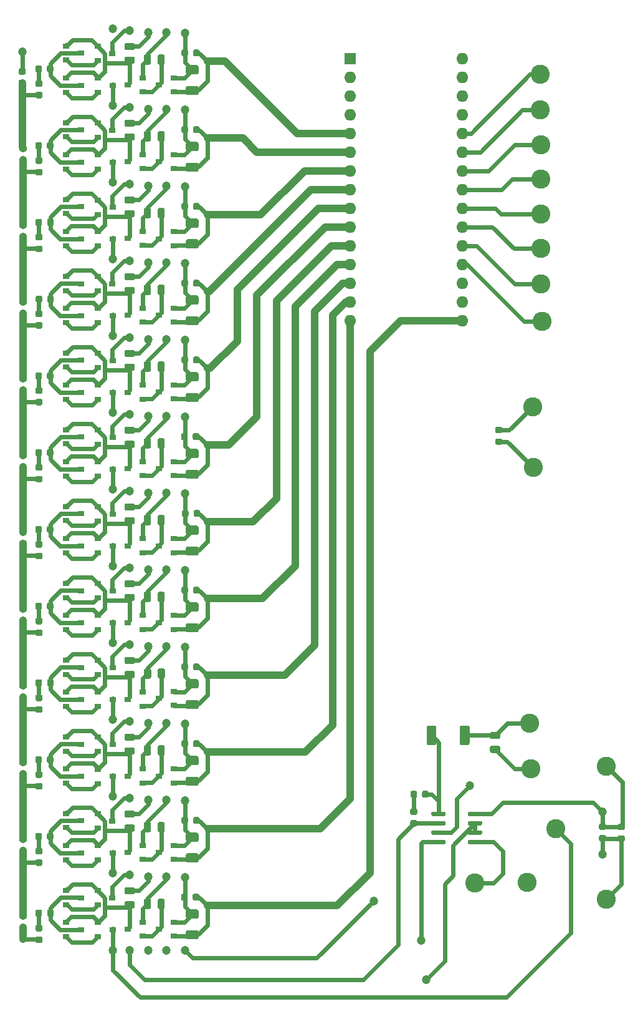
<source format=gbr>
%TF.GenerationSoftware,KiCad,Pcbnew,5.1.6-c6e7f7d~87~ubuntu18.04.1*%
%TF.CreationDate,2021-02-12T17:03:38+13:00*%
%TF.ProjectId,Volume Control Ultimate 2 Feb9,566f6c75-6d65-4204-936f-6e74726f6c20,rev?*%
%TF.SameCoordinates,Original*%
%TF.FileFunction,Copper,L1,Top*%
%TF.FilePolarity,Positive*%
%FSLAX46Y46*%
G04 Gerber Fmt 4.6, Leading zero omitted, Abs format (unit mm)*
G04 Created by KiCad (PCBNEW 5.1.6-c6e7f7d~87~ubuntu18.04.1) date 2021-02-12 17:03:38*
%MOMM*%
%LPD*%
G01*
G04 APERTURE LIST*
%TA.AperFunction,SMDPad,CuDef*%
%ADD10R,0.900000X0.800000*%
%TD*%
%TA.AperFunction,ComponentPad*%
%ADD11R,1.600000X1.600000*%
%TD*%
%TA.AperFunction,ComponentPad*%
%ADD12O,1.600000X1.600000*%
%TD*%
%TA.AperFunction,ComponentPad*%
%ADD13C,2.600000*%
%TD*%
%TA.AperFunction,ViaPad*%
%ADD14C,1.200000*%
%TD*%
%TA.AperFunction,Conductor*%
%ADD15C,0.600000*%
%TD*%
%TA.AperFunction,Conductor*%
%ADD16C,1.000000*%
%TD*%
G04 APERTURE END LIST*
D10*
%TO.P,Q1,1*%
%TO.N,Net-(Q1-Pad1)*%
X46514000Y-48732400D03*
%TO.P,Q1,2*%
%TO.N,Net-(Q1-Pad2)*%
X46514000Y-50632400D03*
%TO.P,Q1,3*%
%TO.N,Net-(Q1-Pad3)*%
X48514000Y-49682400D03*
%TD*%
D11*
%TO.P,A1,1*%
%TO.N,Net-(A1-Pad1)*%
X85090000Y-50419000D03*
D12*
%TO.P,A1,17*%
%TO.N,Net-(A1-Pad17)*%
X100330000Y-83439000D03*
%TO.P,A1,2*%
%TO.N,Net-(A1-Pad2)*%
X85090000Y-52959000D03*
%TO.P,A1,18*%
%TO.N,Net-(A1-Pad18)*%
X100330000Y-80899000D03*
%TO.P,A1,3*%
%TO.N,Net-(A1-Pad3)*%
X85090000Y-55499000D03*
%TO.P,A1,19*%
%TO.N,Net-(A1-Pad19)*%
X100330000Y-78359000D03*
%TO.P,A1,4*%
%TO.N,Net-(A1-Pad29)*%
X85090000Y-58039000D03*
%TO.P,A1,20*%
%TO.N,Net-(A1-Pad20)*%
X100330000Y-75819000D03*
%TO.P,A1,5*%
%TO.N,Net-(A1-Pad5)*%
X85090000Y-60579000D03*
%TO.P,A1,21*%
%TO.N,Net-(A1-Pad21)*%
X100330000Y-73279000D03*
%TO.P,A1,6*%
%TO.N,Net-(A1-Pad6)*%
X85090000Y-63119000D03*
%TO.P,A1,22*%
%TO.N,Net-(A1-Pad22)*%
X100330000Y-70739000D03*
%TO.P,A1,7*%
%TO.N,Net-(A1-Pad7)*%
X85090000Y-65659000D03*
%TO.P,A1,23*%
%TO.N,Net-(A1-Pad23)*%
X100330000Y-68199000D03*
%TO.P,A1,8*%
%TO.N,Net-(A1-Pad8)*%
X85090000Y-68199000D03*
%TO.P,A1,24*%
%TO.N,Net-(A1-Pad24)*%
X100330000Y-65659000D03*
%TO.P,A1,9*%
%TO.N,Net-(A1-Pad9)*%
X85090000Y-70739000D03*
%TO.P,A1,25*%
%TO.N,Net-(A1-Pad25)*%
X100330000Y-63119000D03*
%TO.P,A1,10*%
%TO.N,Net-(A1-Pad10)*%
X85090000Y-73279000D03*
%TO.P,A1,26*%
%TO.N,Net-(A1-Pad26)*%
X100330000Y-60579000D03*
%TO.P,A1,11*%
%TO.N,Net-(A1-Pad11)*%
X85090000Y-75819000D03*
%TO.P,A1,27*%
%TO.N,Net-(A1-Pad27)*%
X100330000Y-58039000D03*
%TO.P,A1,12*%
%TO.N,Net-(A1-Pad12)*%
X85090000Y-78359000D03*
%TO.P,A1,28*%
%TO.N,Net-(A1-Pad28)*%
X100330000Y-55499000D03*
%TO.P,A1,13*%
%TO.N,Net-(A1-Pad13)*%
X85090000Y-80899000D03*
%TO.P,A1,29*%
%TO.N,Net-(A1-Pad29)*%
X100330000Y-52959000D03*
%TO.P,A1,14*%
%TO.N,Net-(A1-Pad14)*%
X85090000Y-83439000D03*
%TO.P,A1,30*%
%TO.N,Net-(A1-Pad30)*%
X100330000Y-50419000D03*
%TO.P,A1,15*%
%TO.N,Net-(A1-Pad15)*%
X85090000Y-85979000D03*
%TO.P,A1,16*%
%TO.N,Net-(A1-Pad16)*%
X100330000Y-85979000D03*
%TD*%
%TO.P,C1,2*%
%TO.N,Net-(A1-Pad29)*%
%TA.AperFunction,SMDPad,CuDef*%
G36*
G01*
X63048500Y-49400750D02*
X63048500Y-49913250D01*
G75*
G02*
X62829750Y-50132000I-218750J0D01*
G01*
X62392250Y-50132000D01*
G75*
G02*
X62173500Y-49913250I0J218750D01*
G01*
X62173500Y-49400750D01*
G75*
G02*
X62392250Y-49182000I218750J0D01*
G01*
X62829750Y-49182000D01*
G75*
G02*
X63048500Y-49400750I0J-218750D01*
G01*
G37*
%TD.AperFunction*%
%TO.P,C1,1*%
%TO.N,Net-(A1-Pad5)*%
%TA.AperFunction,SMDPad,CuDef*%
G36*
G01*
X64623500Y-49400750D02*
X64623500Y-49913250D01*
G75*
G02*
X64404750Y-50132000I-218750J0D01*
G01*
X63967250Y-50132000D01*
G75*
G02*
X63748500Y-49913250I0J218750D01*
G01*
X63748500Y-49400750D01*
G75*
G02*
X63967250Y-49182000I218750J0D01*
G01*
X64404750Y-49182000D01*
G75*
G02*
X64623500Y-49400750I0J-218750D01*
G01*
G37*
%TD.AperFunction*%
%TD*%
%TO.P,C2,1*%
%TO.N,Net-(A1-Pad6)*%
%TA.AperFunction,SMDPad,CuDef*%
G36*
G01*
X64623500Y-59814750D02*
X64623500Y-60327250D01*
G75*
G02*
X64404750Y-60546000I-218750J0D01*
G01*
X63967250Y-60546000D01*
G75*
G02*
X63748500Y-60327250I0J218750D01*
G01*
X63748500Y-59814750D01*
G75*
G02*
X63967250Y-59596000I218750J0D01*
G01*
X64404750Y-59596000D01*
G75*
G02*
X64623500Y-59814750I0J-218750D01*
G01*
G37*
%TD.AperFunction*%
%TO.P,C2,2*%
%TO.N,Net-(A1-Pad29)*%
%TA.AperFunction,SMDPad,CuDef*%
G36*
G01*
X63048500Y-59814750D02*
X63048500Y-60327250D01*
G75*
G02*
X62829750Y-60546000I-218750J0D01*
G01*
X62392250Y-60546000D01*
G75*
G02*
X62173500Y-60327250I0J218750D01*
G01*
X62173500Y-59814750D01*
G75*
G02*
X62392250Y-59596000I218750J0D01*
G01*
X62829750Y-59596000D01*
G75*
G02*
X63048500Y-59814750I0J-218750D01*
G01*
G37*
%TD.AperFunction*%
%TD*%
%TO.P,C3,1*%
%TO.N,Net-(A1-Pad7)*%
%TA.AperFunction,SMDPad,CuDef*%
G36*
G01*
X64623500Y-70228750D02*
X64623500Y-70741250D01*
G75*
G02*
X64404750Y-70960000I-218750J0D01*
G01*
X63967250Y-70960000D01*
G75*
G02*
X63748500Y-70741250I0J218750D01*
G01*
X63748500Y-70228750D01*
G75*
G02*
X63967250Y-70010000I218750J0D01*
G01*
X64404750Y-70010000D01*
G75*
G02*
X64623500Y-70228750I0J-218750D01*
G01*
G37*
%TD.AperFunction*%
%TO.P,C3,2*%
%TO.N,Net-(A1-Pad29)*%
%TA.AperFunction,SMDPad,CuDef*%
G36*
G01*
X63048500Y-70228750D02*
X63048500Y-70741250D01*
G75*
G02*
X62829750Y-70960000I-218750J0D01*
G01*
X62392250Y-70960000D01*
G75*
G02*
X62173500Y-70741250I0J218750D01*
G01*
X62173500Y-70228750D01*
G75*
G02*
X62392250Y-70010000I218750J0D01*
G01*
X62829750Y-70010000D01*
G75*
G02*
X63048500Y-70228750I0J-218750D01*
G01*
G37*
%TD.AperFunction*%
%TD*%
%TO.P,C4,1*%
%TO.N,Net-(A1-Pad8)*%
%TA.AperFunction,SMDPad,CuDef*%
G36*
G01*
X64623500Y-80642750D02*
X64623500Y-81155250D01*
G75*
G02*
X64404750Y-81374000I-218750J0D01*
G01*
X63967250Y-81374000D01*
G75*
G02*
X63748500Y-81155250I0J218750D01*
G01*
X63748500Y-80642750D01*
G75*
G02*
X63967250Y-80424000I218750J0D01*
G01*
X64404750Y-80424000D01*
G75*
G02*
X64623500Y-80642750I0J-218750D01*
G01*
G37*
%TD.AperFunction*%
%TO.P,C4,2*%
%TO.N,Net-(A1-Pad29)*%
%TA.AperFunction,SMDPad,CuDef*%
G36*
G01*
X63048500Y-80642750D02*
X63048500Y-81155250D01*
G75*
G02*
X62829750Y-81374000I-218750J0D01*
G01*
X62392250Y-81374000D01*
G75*
G02*
X62173500Y-81155250I0J218750D01*
G01*
X62173500Y-80642750D01*
G75*
G02*
X62392250Y-80424000I218750J0D01*
G01*
X62829750Y-80424000D01*
G75*
G02*
X63048500Y-80642750I0J-218750D01*
G01*
G37*
%TD.AperFunction*%
%TD*%
%TO.P,C5,2*%
%TO.N,Net-(A1-Pad29)*%
%TA.AperFunction,SMDPad,CuDef*%
G36*
G01*
X63048500Y-91056750D02*
X63048500Y-91569250D01*
G75*
G02*
X62829750Y-91788000I-218750J0D01*
G01*
X62392250Y-91788000D01*
G75*
G02*
X62173500Y-91569250I0J218750D01*
G01*
X62173500Y-91056750D01*
G75*
G02*
X62392250Y-90838000I218750J0D01*
G01*
X62829750Y-90838000D01*
G75*
G02*
X63048500Y-91056750I0J-218750D01*
G01*
G37*
%TD.AperFunction*%
%TO.P,C5,1*%
%TO.N,Net-(A1-Pad9)*%
%TA.AperFunction,SMDPad,CuDef*%
G36*
G01*
X64623500Y-91056750D02*
X64623500Y-91569250D01*
G75*
G02*
X64404750Y-91788000I-218750J0D01*
G01*
X63967250Y-91788000D01*
G75*
G02*
X63748500Y-91569250I0J218750D01*
G01*
X63748500Y-91056750D01*
G75*
G02*
X63967250Y-90838000I218750J0D01*
G01*
X64404750Y-90838000D01*
G75*
G02*
X64623500Y-91056750I0J-218750D01*
G01*
G37*
%TD.AperFunction*%
%TD*%
%TO.P,C6,1*%
%TO.N,Net-(A1-Pad10)*%
%TA.AperFunction,SMDPad,CuDef*%
G36*
G01*
X64572500Y-101470750D02*
X64572500Y-101983250D01*
G75*
G02*
X64353750Y-102202000I-218750J0D01*
G01*
X63916250Y-102202000D01*
G75*
G02*
X63697500Y-101983250I0J218750D01*
G01*
X63697500Y-101470750D01*
G75*
G02*
X63916250Y-101252000I218750J0D01*
G01*
X64353750Y-101252000D01*
G75*
G02*
X64572500Y-101470750I0J-218750D01*
G01*
G37*
%TD.AperFunction*%
%TO.P,C6,2*%
%TO.N,Net-(A1-Pad29)*%
%TA.AperFunction,SMDPad,CuDef*%
G36*
G01*
X62997500Y-101470750D02*
X62997500Y-101983250D01*
G75*
G02*
X62778750Y-102202000I-218750J0D01*
G01*
X62341250Y-102202000D01*
G75*
G02*
X62122500Y-101983250I0J218750D01*
G01*
X62122500Y-101470750D01*
G75*
G02*
X62341250Y-101252000I218750J0D01*
G01*
X62778750Y-101252000D01*
G75*
G02*
X62997500Y-101470750I0J-218750D01*
G01*
G37*
%TD.AperFunction*%
%TD*%
%TO.P,C7,2*%
%TO.N,Net-(A1-Pad29)*%
%TA.AperFunction,SMDPad,CuDef*%
G36*
G01*
X63124500Y-111884750D02*
X63124500Y-112397250D01*
G75*
G02*
X62905750Y-112616000I-218750J0D01*
G01*
X62468250Y-112616000D01*
G75*
G02*
X62249500Y-112397250I0J218750D01*
G01*
X62249500Y-111884750D01*
G75*
G02*
X62468250Y-111666000I218750J0D01*
G01*
X62905750Y-111666000D01*
G75*
G02*
X63124500Y-111884750I0J-218750D01*
G01*
G37*
%TD.AperFunction*%
%TO.P,C7,1*%
%TO.N,Net-(A1-Pad11)*%
%TA.AperFunction,SMDPad,CuDef*%
G36*
G01*
X64699500Y-111884750D02*
X64699500Y-112397250D01*
G75*
G02*
X64480750Y-112616000I-218750J0D01*
G01*
X64043250Y-112616000D01*
G75*
G02*
X63824500Y-112397250I0J218750D01*
G01*
X63824500Y-111884750D01*
G75*
G02*
X64043250Y-111666000I218750J0D01*
G01*
X64480750Y-111666000D01*
G75*
G02*
X64699500Y-111884750I0J-218750D01*
G01*
G37*
%TD.AperFunction*%
%TD*%
%TO.P,C8,1*%
%TO.N,Net-(A1-Pad12)*%
%TA.AperFunction,SMDPad,CuDef*%
G36*
G01*
X64623500Y-122298750D02*
X64623500Y-122811250D01*
G75*
G02*
X64404750Y-123030000I-218750J0D01*
G01*
X63967250Y-123030000D01*
G75*
G02*
X63748500Y-122811250I0J218750D01*
G01*
X63748500Y-122298750D01*
G75*
G02*
X63967250Y-122080000I218750J0D01*
G01*
X64404750Y-122080000D01*
G75*
G02*
X64623500Y-122298750I0J-218750D01*
G01*
G37*
%TD.AperFunction*%
%TO.P,C8,2*%
%TO.N,Net-(A1-Pad29)*%
%TA.AperFunction,SMDPad,CuDef*%
G36*
G01*
X63048500Y-122298750D02*
X63048500Y-122811250D01*
G75*
G02*
X62829750Y-123030000I-218750J0D01*
G01*
X62392250Y-123030000D01*
G75*
G02*
X62173500Y-122811250I0J218750D01*
G01*
X62173500Y-122298750D01*
G75*
G02*
X62392250Y-122080000I218750J0D01*
G01*
X62829750Y-122080000D01*
G75*
G02*
X63048500Y-122298750I0J-218750D01*
G01*
G37*
%TD.AperFunction*%
%TD*%
%TO.P,C9,2*%
%TO.N,Net-(A1-Pad29)*%
%TA.AperFunction,SMDPad,CuDef*%
G36*
G01*
X63048500Y-132712750D02*
X63048500Y-133225250D01*
G75*
G02*
X62829750Y-133444000I-218750J0D01*
G01*
X62392250Y-133444000D01*
G75*
G02*
X62173500Y-133225250I0J218750D01*
G01*
X62173500Y-132712750D01*
G75*
G02*
X62392250Y-132494000I218750J0D01*
G01*
X62829750Y-132494000D01*
G75*
G02*
X63048500Y-132712750I0J-218750D01*
G01*
G37*
%TD.AperFunction*%
%TO.P,C9,1*%
%TO.N,Net-(A1-Pad13)*%
%TA.AperFunction,SMDPad,CuDef*%
G36*
G01*
X64623500Y-132712750D02*
X64623500Y-133225250D01*
G75*
G02*
X64404750Y-133444000I-218750J0D01*
G01*
X63967250Y-133444000D01*
G75*
G02*
X63748500Y-133225250I0J218750D01*
G01*
X63748500Y-132712750D01*
G75*
G02*
X63967250Y-132494000I218750J0D01*
G01*
X64404750Y-132494000D01*
G75*
G02*
X64623500Y-132712750I0J-218750D01*
G01*
G37*
%TD.AperFunction*%
%TD*%
%TO.P,C10,1*%
%TO.N,Net-(A1-Pad14)*%
%TA.AperFunction,SMDPad,CuDef*%
G36*
G01*
X64623500Y-143126750D02*
X64623500Y-143639250D01*
G75*
G02*
X64404750Y-143858000I-218750J0D01*
G01*
X63967250Y-143858000D01*
G75*
G02*
X63748500Y-143639250I0J218750D01*
G01*
X63748500Y-143126750D01*
G75*
G02*
X63967250Y-142908000I218750J0D01*
G01*
X64404750Y-142908000D01*
G75*
G02*
X64623500Y-143126750I0J-218750D01*
G01*
G37*
%TD.AperFunction*%
%TO.P,C10,2*%
%TO.N,Net-(A1-Pad29)*%
%TA.AperFunction,SMDPad,CuDef*%
G36*
G01*
X63048500Y-143126750D02*
X63048500Y-143639250D01*
G75*
G02*
X62829750Y-143858000I-218750J0D01*
G01*
X62392250Y-143858000D01*
G75*
G02*
X62173500Y-143639250I0J218750D01*
G01*
X62173500Y-143126750D01*
G75*
G02*
X62392250Y-142908000I218750J0D01*
G01*
X62829750Y-142908000D01*
G75*
G02*
X63048500Y-143126750I0J-218750D01*
G01*
G37*
%TD.AperFunction*%
%TD*%
%TO.P,C11,1*%
%TO.N,Net-(A1-Pad29)*%
%TA.AperFunction,SMDPad,CuDef*%
G36*
G01*
X105231250Y-144632500D02*
X104318750Y-144632500D01*
G75*
G02*
X104075000Y-144388750I0J243750D01*
G01*
X104075000Y-143901250D01*
G75*
G02*
X104318750Y-143657500I243750J0D01*
G01*
X105231250Y-143657500D01*
G75*
G02*
X105475000Y-143901250I0J-243750D01*
G01*
X105475000Y-144388750D01*
G75*
G02*
X105231250Y-144632500I-243750J0D01*
G01*
G37*
%TD.AperFunction*%
%TO.P,C11,2*%
%TO.N,Net-(C11-Pad2)*%
%TA.AperFunction,SMDPad,CuDef*%
G36*
G01*
X105231250Y-142757500D02*
X104318750Y-142757500D01*
G75*
G02*
X104075000Y-142513750I0J243750D01*
G01*
X104075000Y-142026250D01*
G75*
G02*
X104318750Y-141782500I243750J0D01*
G01*
X105231250Y-141782500D01*
G75*
G02*
X105475000Y-142026250I0J-243750D01*
G01*
X105475000Y-142513750D01*
G75*
G02*
X105231250Y-142757500I-243750J0D01*
G01*
G37*
%TD.AperFunction*%
%TD*%
%TO.P,C12,2*%
%TO.N,Net-(A1-Pad29)*%
%TA.AperFunction,SMDPad,CuDef*%
G36*
G01*
X63048500Y-153540750D02*
X63048500Y-154053250D01*
G75*
G02*
X62829750Y-154272000I-218750J0D01*
G01*
X62392250Y-154272000D01*
G75*
G02*
X62173500Y-154053250I0J218750D01*
G01*
X62173500Y-153540750D01*
G75*
G02*
X62392250Y-153322000I218750J0D01*
G01*
X62829750Y-153322000D01*
G75*
G02*
X63048500Y-153540750I0J-218750D01*
G01*
G37*
%TD.AperFunction*%
%TO.P,C12,1*%
%TO.N,Net-(A1-Pad15)*%
%TA.AperFunction,SMDPad,CuDef*%
G36*
G01*
X64623500Y-153540750D02*
X64623500Y-154053250D01*
G75*
G02*
X64404750Y-154272000I-218750J0D01*
G01*
X63967250Y-154272000D01*
G75*
G02*
X63748500Y-154053250I0J218750D01*
G01*
X63748500Y-153540750D01*
G75*
G02*
X63967250Y-153322000I218750J0D01*
G01*
X64404750Y-153322000D01*
G75*
G02*
X64623500Y-153540750I0J-218750D01*
G01*
G37*
%TD.AperFunction*%
%TD*%
%TO.P,C13,2*%
%TO.N,Net-(A1-Pad29)*%
%TA.AperFunction,SMDPad,CuDef*%
G36*
G01*
X62997500Y-163954750D02*
X62997500Y-164467250D01*
G75*
G02*
X62778750Y-164686000I-218750J0D01*
G01*
X62341250Y-164686000D01*
G75*
G02*
X62122500Y-164467250I0J218750D01*
G01*
X62122500Y-163954750D01*
G75*
G02*
X62341250Y-163736000I218750J0D01*
G01*
X62778750Y-163736000D01*
G75*
G02*
X62997500Y-163954750I0J-218750D01*
G01*
G37*
%TD.AperFunction*%
%TO.P,C13,1*%
%TO.N,Net-(A1-Pad16)*%
%TA.AperFunction,SMDPad,CuDef*%
G36*
G01*
X64572500Y-163954750D02*
X64572500Y-164467250D01*
G75*
G02*
X64353750Y-164686000I-218750J0D01*
G01*
X63916250Y-164686000D01*
G75*
G02*
X63697500Y-164467250I0J218750D01*
G01*
X63697500Y-163954750D01*
G75*
G02*
X63916250Y-163736000I218750J0D01*
G01*
X64353750Y-163736000D01*
G75*
G02*
X64572500Y-163954750I0J-218750D01*
G01*
G37*
%TD.AperFunction*%
%TD*%
D13*
%TO.P,J1,1*%
%TO.N,Net-(A1-Pad19)*%
X111125000Y-86106000D03*
%TD*%
%TO.P,J2,1*%
%TO.N,Net-(A1-Pad20)*%
X110998000Y-81026000D03*
%TD*%
%TO.P,J3,1*%
%TO.N,Net-(A1-Pad21)*%
X110998000Y-76200000D03*
%TD*%
%TO.P,J4,1*%
%TO.N,Net-(A1-Pad22)*%
X110998000Y-71501000D03*
%TD*%
%TO.P,J5,1*%
%TO.N,Net-(A1-Pad23)*%
X110998000Y-66802000D03*
%TD*%
%TO.P,J6,1*%
%TO.N,Net-(A1-Pad24)*%
X110998000Y-62103000D03*
%TD*%
%TO.P,J7,1*%
%TO.N,Net-(A1-Pad25)*%
X110871000Y-57404000D03*
%TD*%
%TO.P,J8,1*%
%TO.N,Net-(A1-Pad26)*%
X110871000Y-52578000D03*
%TD*%
%TO.P,J9,1*%
%TO.N,Net-(A1-Pad29)*%
X109982000Y-105918000D03*
%TD*%
%TO.P,J10,1*%
%TO.N,Net-(A1-Pad27)*%
X109855000Y-97663000D03*
%TD*%
%TO.P,J11,1*%
%TO.N,Net-(A1-Pad29)*%
X113030000Y-154940000D03*
%TD*%
%TO.P,J12,1*%
%TO.N,Net-(C15-Pad2)*%
X119888000Y-146431000D03*
%TD*%
%TO.P,J13,1*%
%TO.N,Net-(C15-Pad1)*%
X119888000Y-164465000D03*
%TD*%
%TO.P,J14,1*%
%TO.N,Net-(A1-Pad29)*%
X109093000Y-162179000D03*
%TD*%
%TO.P,J15,1*%
%TO.N,Net-(J15-Pad1)*%
X101981000Y-162306000D03*
%TD*%
%TO.P,J16,1*%
%TO.N,Net-(A1-Pad29)*%
X109601000Y-146812000D03*
%TD*%
%TO.P,J17,1*%
%TO.N,Net-(C11-Pad2)*%
X109474000Y-140589000D03*
%TD*%
D10*
%TO.P,Q2,3*%
%TO.N,Net-(Q14-Pad3)*%
X52774600Y-49718000D03*
%TO.P,Q2,2*%
%TO.N,Net-(Q1-Pad2)*%
X50774600Y-50668000D03*
%TO.P,Q2,1*%
%TO.N,Net-(Q1-Pad1)*%
X50774600Y-48768000D03*
%TD*%
%TO.P,Q3,1*%
%TO.N,Net-(A1-Pad5)*%
X61087000Y-54925000D03*
%TO.P,Q3,2*%
%TO.N,Net-(A1-Pad29)*%
X61087000Y-53025000D03*
%TO.P,Q3,3*%
%TO.N,Net-(Q3-Pad3)*%
X59087000Y-53975000D03*
%TD*%
%TO.P,Q4,3*%
%TO.N,Net-(Q1-Pad3)*%
X48472600Y-54036000D03*
%TO.P,Q4,2*%
%TO.N,Net-(Q4-Pad2)*%
X46472600Y-54986000D03*
%TO.P,Q4,1*%
%TO.N,Net-(Q1-Pad1)*%
X46472600Y-53086000D03*
%TD*%
%TO.P,Q5,1*%
%TO.N,Net-(Q1-Pad1)*%
X50825400Y-53086000D03*
%TO.P,Q5,2*%
%TO.N,Net-(Q4-Pad2)*%
X50825400Y-54986000D03*
%TO.P,Q5,3*%
%TO.N,Net-(A1-Pad29)*%
X52825400Y-54036000D03*
%TD*%
%TO.P,Q6,1*%
%TO.N,Net-(Q3-Pad3)*%
X56864000Y-54925000D03*
%TO.P,Q6,2*%
%TO.N,Net-(C15-Pad2)*%
X56864000Y-53025000D03*
%TO.P,Q6,3*%
%TO.N,Net-(Q1-Pad1)*%
X54864000Y-53975000D03*
%TD*%
%TO.P,Q7,1*%
%TO.N,Net-(Q10-Pad1)*%
X46514000Y-59146400D03*
%TO.P,Q7,2*%
%TO.N,Net-(Q7-Pad2)*%
X46514000Y-61046400D03*
%TO.P,Q7,3*%
%TO.N,Net-(Q10-Pad3)*%
X48514000Y-60096400D03*
%TD*%
%TO.P,Q8,3*%
%TO.N,Net-(Q14-Pad3)*%
X52774600Y-60132000D03*
%TO.P,Q8,2*%
%TO.N,Net-(Q7-Pad2)*%
X50774600Y-61082000D03*
%TO.P,Q8,1*%
%TO.N,Net-(Q10-Pad1)*%
X50774600Y-59182000D03*
%TD*%
%TO.P,Q9,3*%
%TO.N,Net-(Q12-Pad1)*%
X59087000Y-64389000D03*
%TO.P,Q9,2*%
%TO.N,Net-(A1-Pad29)*%
X61087000Y-63439000D03*
%TO.P,Q9,1*%
%TO.N,Net-(A1-Pad6)*%
X61087000Y-65339000D03*
%TD*%
%TO.P,Q10,3*%
%TO.N,Net-(Q10-Pad3)*%
X48472600Y-64450000D03*
%TO.P,Q10,2*%
%TO.N,Net-(Q10-Pad2)*%
X46472600Y-65400000D03*
%TO.P,Q10,1*%
%TO.N,Net-(Q10-Pad1)*%
X46472600Y-63500000D03*
%TD*%
%TO.P,Q11,1*%
%TO.N,Net-(Q10-Pad1)*%
X50800000Y-63500000D03*
%TO.P,Q11,2*%
%TO.N,Net-(Q10-Pad2)*%
X50800000Y-65400000D03*
%TO.P,Q11,3*%
%TO.N,Net-(A1-Pad29)*%
X52800000Y-64450000D03*
%TD*%
%TO.P,Q12,1*%
%TO.N,Net-(Q12-Pad1)*%
X56880000Y-65339000D03*
%TO.P,Q12,2*%
%TO.N,Net-(C15-Pad2)*%
X56880000Y-63439000D03*
%TO.P,Q12,3*%
%TO.N,Net-(Q10-Pad1)*%
X54880000Y-64389000D03*
%TD*%
%TO.P,Q13,3*%
%TO.N,Net-(Q13-Pad3)*%
X48514000Y-70485000D03*
%TO.P,Q13,2*%
%TO.N,Net-(Q13-Pad2)*%
X46514000Y-71435000D03*
%TO.P,Q13,1*%
%TO.N,Net-(Q13-Pad1)*%
X46514000Y-69535000D03*
%TD*%
%TO.P,Q14,1*%
%TO.N,Net-(Q13-Pad1)*%
X50816000Y-69662000D03*
%TO.P,Q14,2*%
%TO.N,Net-(Q13-Pad2)*%
X50816000Y-71562000D03*
%TO.P,Q14,3*%
%TO.N,Net-(Q14-Pad3)*%
X52816000Y-70612000D03*
%TD*%
%TO.P,Q15,3*%
%TO.N,Net-(Q15-Pad3)*%
X59087000Y-74864000D03*
%TO.P,Q15,2*%
%TO.N,Net-(A1-Pad29)*%
X61087000Y-73914000D03*
%TO.P,Q15,1*%
%TO.N,Net-(A1-Pad7)*%
X61087000Y-75814000D03*
%TD*%
%TO.P,Q16,1*%
%TO.N,Net-(Q13-Pad1)*%
X46482000Y-73919000D03*
%TO.P,Q16,2*%
%TO.N,Net-(Q16-Pad2)*%
X46482000Y-75819000D03*
%TO.P,Q16,3*%
%TO.N,Net-(Q13-Pad3)*%
X48482000Y-74869000D03*
%TD*%
%TO.P,Q17,3*%
%TO.N,Net-(A1-Pad29)*%
X52800000Y-74869000D03*
%TO.P,Q17,2*%
%TO.N,Net-(Q16-Pad2)*%
X50800000Y-75819000D03*
%TO.P,Q17,1*%
%TO.N,Net-(Q13-Pad1)*%
X50800000Y-73919000D03*
%TD*%
%TO.P,Q18,3*%
%TO.N,Net-(Q13-Pad1)*%
X54864000Y-74803000D03*
%TO.P,Q18,2*%
%TO.N,Net-(C15-Pad2)*%
X56864000Y-73853000D03*
%TO.P,Q18,1*%
%TO.N,Net-(Q15-Pad3)*%
X56864000Y-75753000D03*
%TD*%
%TO.P,Q19,1*%
%TO.N,Net-(Q19-Pad1)*%
X46482000Y-80010000D03*
%TO.P,Q19,2*%
%TO.N,Net-(Q19-Pad2)*%
X46482000Y-81910000D03*
%TO.P,Q19,3*%
%TO.N,Net-(Q19-Pad3)*%
X48482000Y-80960000D03*
%TD*%
%TO.P,Q20,1*%
%TO.N,Net-(Q19-Pad1)*%
X50774600Y-80010000D03*
%TO.P,Q20,2*%
%TO.N,Net-(Q19-Pad2)*%
X50774600Y-81910000D03*
%TO.P,Q20,3*%
%TO.N,Net-(Q14-Pad3)*%
X52774600Y-80960000D03*
%TD*%
%TO.P,Q21,3*%
%TO.N,Net-(Q21-Pad3)*%
X59087000Y-85217000D03*
%TO.P,Q21,2*%
%TO.N,Net-(A1-Pad29)*%
X61087000Y-84267000D03*
%TO.P,Q21,1*%
%TO.N,Net-(A1-Pad8)*%
X61087000Y-86167000D03*
%TD*%
%TO.P,Q22,3*%
%TO.N,Net-(Q19-Pad3)*%
X48472600Y-85278000D03*
%TO.P,Q22,2*%
%TO.N,Net-(Q22-Pad2)*%
X46472600Y-86228000D03*
%TO.P,Q22,1*%
%TO.N,Net-(Q19-Pad1)*%
X46472600Y-84328000D03*
%TD*%
%TO.P,Q23,3*%
%TO.N,Net-(A1-Pad29)*%
X52825400Y-85278000D03*
%TO.P,Q23,2*%
%TO.N,Net-(Q22-Pad2)*%
X50825400Y-86228000D03*
%TO.P,Q23,1*%
%TO.N,Net-(Q19-Pad1)*%
X50825400Y-84328000D03*
%TD*%
%TO.P,Q24,1*%
%TO.N,Net-(Q21-Pad3)*%
X56864000Y-86167000D03*
%TO.P,Q24,2*%
%TO.N,Net-(C15-Pad2)*%
X56864000Y-84267000D03*
%TO.P,Q24,3*%
%TO.N,Net-(Q19-Pad1)*%
X54864000Y-85217000D03*
%TD*%
%TO.P,Q25,3*%
%TO.N,Net-(Q25-Pad3)*%
X48514000Y-91338400D03*
%TO.P,Q25,2*%
%TO.N,Net-(Q25-Pad2)*%
X46514000Y-92288400D03*
%TO.P,Q25,1*%
%TO.N,Net-(Q25-Pad1)*%
X46514000Y-90388400D03*
%TD*%
%TO.P,Q26,3*%
%TO.N,Net-(Q14-Pad3)*%
X52800000Y-91374000D03*
%TO.P,Q26,2*%
%TO.N,Net-(Q25-Pad2)*%
X50800000Y-92324000D03*
%TO.P,Q26,1*%
%TO.N,Net-(Q25-Pad1)*%
X50800000Y-90424000D03*
%TD*%
%TO.P,Q27,1*%
%TO.N,Net-(A1-Pad9)*%
X61087000Y-96581000D03*
%TO.P,Q27,2*%
%TO.N,Net-(A1-Pad29)*%
X61087000Y-94681000D03*
%TO.P,Q27,3*%
%TO.N,Net-(Q27-Pad3)*%
X59087000Y-95631000D03*
%TD*%
%TO.P,Q28,1*%
%TO.N,Net-(Q25-Pad1)*%
X46482000Y-94742000D03*
%TO.P,Q28,2*%
%TO.N,Net-(Q28-Pad2)*%
X46482000Y-96642000D03*
%TO.P,Q28,3*%
%TO.N,Net-(Q25-Pad3)*%
X48482000Y-95692000D03*
%TD*%
%TO.P,Q29,1*%
%TO.N,Net-(Q25-Pad1)*%
X50825400Y-94742000D03*
%TO.P,Q29,2*%
%TO.N,Net-(Q28-Pad2)*%
X50825400Y-96642000D03*
%TO.P,Q29,3*%
%TO.N,Net-(A1-Pad29)*%
X52825400Y-95692000D03*
%TD*%
%TO.P,Q30,1*%
%TO.N,Net-(Q27-Pad3)*%
X56896000Y-96647000D03*
%TO.P,Q30,2*%
%TO.N,Net-(C15-Pad2)*%
X56896000Y-94747000D03*
%TO.P,Q30,3*%
%TO.N,Net-(Q25-Pad1)*%
X54896000Y-95697000D03*
%TD*%
%TO.P,Q31,1*%
%TO.N,Net-(Q31-Pad1)*%
X46514000Y-100802400D03*
%TO.P,Q31,2*%
%TO.N,Net-(Q31-Pad2)*%
X46514000Y-102702400D03*
%TO.P,Q31,3*%
%TO.N,Net-(Q31-Pad3)*%
X48514000Y-101752400D03*
%TD*%
%TO.P,Q32,3*%
%TO.N,Net-(Q14-Pad3)*%
X52800000Y-101788000D03*
%TO.P,Q32,2*%
%TO.N,Net-(Q31-Pad2)*%
X50800000Y-102738000D03*
%TO.P,Q32,1*%
%TO.N,Net-(Q31-Pad1)*%
X50800000Y-100838000D03*
%TD*%
%TO.P,Q33,3*%
%TO.N,Net-(Q33-Pad3)*%
X59087000Y-106045000D03*
%TO.P,Q33,2*%
%TO.N,Net-(A1-Pad29)*%
X61087000Y-105095000D03*
%TO.P,Q33,1*%
%TO.N,Net-(A1-Pad10)*%
X61087000Y-106995000D03*
%TD*%
%TO.P,Q34,3*%
%TO.N,Net-(Q31-Pad3)*%
X48472600Y-106106000D03*
%TO.P,Q34,2*%
%TO.N,Net-(Q34-Pad2)*%
X46472600Y-107056000D03*
%TO.P,Q34,1*%
%TO.N,Net-(Q31-Pad1)*%
X46472600Y-105156000D03*
%TD*%
%TO.P,Q35,1*%
%TO.N,Net-(Q31-Pad1)*%
X50825400Y-105156000D03*
%TO.P,Q35,2*%
%TO.N,Net-(Q34-Pad2)*%
X50825400Y-107056000D03*
%TO.P,Q35,3*%
%TO.N,Net-(A1-Pad29)*%
X52825400Y-106106000D03*
%TD*%
%TO.P,Q36,1*%
%TO.N,Net-(Q33-Pad3)*%
X56864000Y-106995000D03*
%TO.P,Q36,2*%
%TO.N,Net-(C15-Pad2)*%
X56864000Y-105095000D03*
%TO.P,Q36,3*%
%TO.N,Net-(Q31-Pad1)*%
X54864000Y-106045000D03*
%TD*%
%TO.P,Q37,3*%
%TO.N,Net-(Q37-Pad3)*%
X48514000Y-112166400D03*
%TO.P,Q37,2*%
%TO.N,Net-(Q37-Pad2)*%
X46514000Y-113116400D03*
%TO.P,Q37,1*%
%TO.N,Net-(Q37-Pad1)*%
X46514000Y-111216400D03*
%TD*%
%TO.P,Q38,3*%
%TO.N,Net-(Q14-Pad3)*%
X52800000Y-112202000D03*
%TO.P,Q38,2*%
%TO.N,Net-(Q37-Pad2)*%
X50800000Y-113152000D03*
%TO.P,Q38,1*%
%TO.N,Net-(Q37-Pad1)*%
X50800000Y-111252000D03*
%TD*%
%TO.P,Q39,3*%
%TO.N,Net-(Q39-Pad3)*%
X59087000Y-116525000D03*
%TO.P,Q39,2*%
%TO.N,Net-(A1-Pad29)*%
X61087000Y-115575000D03*
%TO.P,Q39,1*%
%TO.N,Net-(A1-Pad11)*%
X61087000Y-117475000D03*
%TD*%
%TO.P,Q40,1*%
%TO.N,Net-(Q37-Pad1)*%
X46482000Y-115570000D03*
%TO.P,Q40,2*%
%TO.N,Net-(Q40-Pad2)*%
X46482000Y-117470000D03*
%TO.P,Q40,3*%
%TO.N,Net-(Q37-Pad3)*%
X48482000Y-116520000D03*
%TD*%
%TO.P,Q41,3*%
%TO.N,Net-(A1-Pad29)*%
X52825400Y-116520000D03*
%TO.P,Q41,2*%
%TO.N,Net-(Q40-Pad2)*%
X50825400Y-117470000D03*
%TO.P,Q41,1*%
%TO.N,Net-(Q37-Pad1)*%
X50825400Y-115570000D03*
%TD*%
%TO.P,Q42,3*%
%TO.N,Net-(Q37-Pad1)*%
X54896000Y-116525000D03*
%TO.P,Q42,2*%
%TO.N,Net-(C15-Pad2)*%
X56896000Y-115575000D03*
%TO.P,Q42,1*%
%TO.N,Net-(Q39-Pad3)*%
X56896000Y-117475000D03*
%TD*%
%TO.P,Q43,3*%
%TO.N,Net-(Q43-Pad3)*%
X48482000Y-122616000D03*
%TO.P,Q43,2*%
%TO.N,Net-(Q43-Pad2)*%
X46482000Y-123566000D03*
%TO.P,Q43,1*%
%TO.N,Net-(Q43-Pad1)*%
X46482000Y-121666000D03*
%TD*%
%TO.P,Q44,3*%
%TO.N,Net-(Q14-Pad3)*%
X52800000Y-122616000D03*
%TO.P,Q44,2*%
%TO.N,Net-(Q43-Pad2)*%
X50800000Y-123566000D03*
%TO.P,Q44,1*%
%TO.N,Net-(Q43-Pad1)*%
X50800000Y-121666000D03*
%TD*%
%TO.P,Q45,1*%
%TO.N,Net-(A1-Pad12)*%
X61087000Y-127889000D03*
%TO.P,Q45,2*%
%TO.N,Net-(A1-Pad29)*%
X61087000Y-125989000D03*
%TO.P,Q45,3*%
%TO.N,Net-(Q45-Pad3)*%
X59087000Y-126939000D03*
%TD*%
%TO.P,Q46,1*%
%TO.N,Net-(Q43-Pad1)*%
X46482000Y-125989000D03*
%TO.P,Q46,2*%
%TO.N,Net-(Q46-Pad2)*%
X46482000Y-127889000D03*
%TO.P,Q46,3*%
%TO.N,Net-(Q43-Pad3)*%
X48482000Y-126939000D03*
%TD*%
%TO.P,Q47,3*%
%TO.N,Net-(A1-Pad29)*%
X52825400Y-126934000D03*
%TO.P,Q47,2*%
%TO.N,Net-(Q46-Pad2)*%
X50825400Y-127884000D03*
%TO.P,Q47,1*%
%TO.N,Net-(Q43-Pad1)*%
X50825400Y-125984000D03*
%TD*%
%TO.P,Q48,1*%
%TO.N,Net-(Q45-Pad3)*%
X56896000Y-127889000D03*
%TO.P,Q48,2*%
%TO.N,Net-(C15-Pad2)*%
X56896000Y-125989000D03*
%TO.P,Q48,3*%
%TO.N,Net-(Q43-Pad1)*%
X54896000Y-126939000D03*
%TD*%
%TO.P,Q49,3*%
%TO.N,Net-(Q49-Pad3)*%
X48482000Y-133030000D03*
%TO.P,Q49,2*%
%TO.N,Net-(Q49-Pad2)*%
X46482000Y-133980000D03*
%TO.P,Q49,1*%
%TO.N,Net-(Q49-Pad1)*%
X46482000Y-132080000D03*
%TD*%
%TO.P,Q50,1*%
%TO.N,Net-(Q49-Pad1)*%
X50800000Y-132080000D03*
%TO.P,Q50,2*%
%TO.N,Net-(Q49-Pad2)*%
X50800000Y-133980000D03*
%TO.P,Q50,3*%
%TO.N,Net-(Q14-Pad3)*%
X52800000Y-133030000D03*
%TD*%
%TO.P,Q51,3*%
%TO.N,Net-(Q51-Pad3)*%
X59087000Y-137226000D03*
%TO.P,Q51,2*%
%TO.N,Net-(A1-Pad29)*%
X61087000Y-136276000D03*
%TO.P,Q51,1*%
%TO.N,Net-(A1-Pad13)*%
X61087000Y-138176000D03*
%TD*%
%TO.P,Q52,1*%
%TO.N,Net-(Q49-Pad1)*%
X46482000Y-136398000D03*
%TO.P,Q52,2*%
%TO.N,Net-(Q52-Pad2)*%
X46482000Y-138298000D03*
%TO.P,Q52,3*%
%TO.N,Net-(Q49-Pad3)*%
X48482000Y-137348000D03*
%TD*%
%TO.P,Q53,3*%
%TO.N,Net-(A1-Pad29)*%
X52800000Y-137348000D03*
%TO.P,Q53,2*%
%TO.N,Net-(Q52-Pad2)*%
X50800000Y-138298000D03*
%TO.P,Q53,1*%
%TO.N,Net-(Q49-Pad1)*%
X50800000Y-136398000D03*
%TD*%
%TO.P,Q54,3*%
%TO.N,Net-(Q49-Pad1)*%
X54896000Y-137353000D03*
%TO.P,Q54,2*%
%TO.N,Net-(C15-Pad2)*%
X56896000Y-136403000D03*
%TO.P,Q54,1*%
%TO.N,Net-(Q51-Pad3)*%
X56896000Y-138303000D03*
%TD*%
%TO.P,Q55,1*%
%TO.N,Net-(Q55-Pad1)*%
X46482000Y-142494000D03*
%TO.P,Q55,2*%
%TO.N,Net-(Q55-Pad2)*%
X46482000Y-144394000D03*
%TO.P,Q55,3*%
%TO.N,Net-(Q55-Pad3)*%
X48482000Y-143444000D03*
%TD*%
%TO.P,Q56,3*%
%TO.N,Net-(Q14-Pad3)*%
X52800000Y-143444000D03*
%TO.P,Q56,2*%
%TO.N,Net-(Q55-Pad2)*%
X50800000Y-144394000D03*
%TO.P,Q56,1*%
%TO.N,Net-(Q55-Pad1)*%
X50800000Y-142494000D03*
%TD*%
%TO.P,Q57,3*%
%TO.N,Net-(Q57-Pad3)*%
X59087000Y-147767000D03*
%TO.P,Q57,2*%
%TO.N,Net-(A1-Pad29)*%
X61087000Y-146817000D03*
%TO.P,Q57,1*%
%TO.N,Net-(A1-Pad14)*%
X61087000Y-148717000D03*
%TD*%
%TO.P,Q58,1*%
%TO.N,Net-(Q55-Pad1)*%
X46482000Y-146812000D03*
%TO.P,Q58,2*%
%TO.N,Net-(Q58-Pad2)*%
X46482000Y-148712000D03*
%TO.P,Q58,3*%
%TO.N,Net-(Q55-Pad3)*%
X48482000Y-147762000D03*
%TD*%
%TO.P,Q59,1*%
%TO.N,Net-(Q55-Pad1)*%
X50816000Y-146878000D03*
%TO.P,Q59,2*%
%TO.N,Net-(Q58-Pad2)*%
X50816000Y-148778000D03*
%TO.P,Q59,3*%
%TO.N,Net-(A1-Pad29)*%
X52816000Y-147828000D03*
%TD*%
%TO.P,Q60,1*%
%TO.N,Net-(Q57-Pad3)*%
X56896000Y-148717000D03*
%TO.P,Q60,2*%
%TO.N,Net-(C15-Pad2)*%
X56896000Y-146817000D03*
%TO.P,Q60,3*%
%TO.N,Net-(Q55-Pad1)*%
X54896000Y-147767000D03*
%TD*%
%TO.P,Q61,1*%
%TO.N,Net-(Q61-Pad1)*%
X46514000Y-152872400D03*
%TO.P,Q61,2*%
%TO.N,Net-(Q61-Pad2)*%
X46514000Y-154772400D03*
%TO.P,Q61,3*%
%TO.N,Net-(Q61-Pad3)*%
X48514000Y-153822400D03*
%TD*%
%TO.P,Q62,1*%
%TO.N,Net-(Q61-Pad1)*%
X50774600Y-152908000D03*
%TO.P,Q62,2*%
%TO.N,Net-(Q61-Pad2)*%
X50774600Y-154808000D03*
%TO.P,Q62,3*%
%TO.N,Net-(Q14-Pad3)*%
X52774600Y-153858000D03*
%TD*%
%TO.P,Q63,1*%
%TO.N,Net-(A1-Pad15)*%
X61087000Y-159065000D03*
%TO.P,Q63,2*%
%TO.N,Net-(A1-Pad29)*%
X61087000Y-157165000D03*
%TO.P,Q63,3*%
%TO.N,Net-(Q63-Pad3)*%
X59087000Y-158115000D03*
%TD*%
%TO.P,Q64,1*%
%TO.N,Net-(Q61-Pad1)*%
X46472600Y-157226000D03*
%TO.P,Q64,2*%
%TO.N,Net-(Q64-Pad2)*%
X46472600Y-159126000D03*
%TO.P,Q64,3*%
%TO.N,Net-(Q61-Pad3)*%
X48472600Y-158176000D03*
%TD*%
%TO.P,Q65,1*%
%TO.N,Net-(Q61-Pad1)*%
X50825400Y-157226000D03*
%TO.P,Q65,2*%
%TO.N,Net-(Q64-Pad2)*%
X50825400Y-159126000D03*
%TO.P,Q65,3*%
%TO.N,Net-(A1-Pad29)*%
X52825400Y-158176000D03*
%TD*%
%TO.P,Q66,3*%
%TO.N,Net-(Q61-Pad1)*%
X54880000Y-158115000D03*
%TO.P,Q66,2*%
%TO.N,Net-(C15-Pad2)*%
X56880000Y-157165000D03*
%TO.P,Q66,1*%
%TO.N,Net-(Q63-Pad3)*%
X56880000Y-159065000D03*
%TD*%
%TO.P,Q67,3*%
%TO.N,Net-(Q67-Pad3)*%
X48482000Y-164272000D03*
%TO.P,Q67,2*%
%TO.N,Net-(Q67-Pad2)*%
X46482000Y-165222000D03*
%TO.P,Q67,1*%
%TO.N,Net-(Q67-Pad1)*%
X46482000Y-163322000D03*
%TD*%
%TO.P,Q68,3*%
%TO.N,Net-(Q14-Pad3)*%
X52774600Y-164272000D03*
%TO.P,Q68,2*%
%TO.N,Net-(Q67-Pad2)*%
X50774600Y-165222000D03*
%TO.P,Q68,1*%
%TO.N,Net-(Q67-Pad1)*%
X50774600Y-163322000D03*
%TD*%
%TO.P,Q69,1*%
%TO.N,Net-(A1-Pad16)*%
X61087000Y-169479000D03*
%TO.P,Q69,2*%
%TO.N,Net-(A1-Pad29)*%
X61087000Y-167579000D03*
%TO.P,Q69,3*%
%TO.N,Net-(Q69-Pad3)*%
X59087000Y-168529000D03*
%TD*%
%TO.P,Q70,3*%
%TO.N,Net-(Q67-Pad3)*%
X48482000Y-168590000D03*
%TO.P,Q70,2*%
%TO.N,Net-(Q70-Pad2)*%
X46482000Y-169540000D03*
%TO.P,Q70,1*%
%TO.N,Net-(Q67-Pad1)*%
X46482000Y-167640000D03*
%TD*%
%TO.P,Q71,1*%
%TO.N,Net-(Q67-Pad1)*%
X50825400Y-167640000D03*
%TO.P,Q71,2*%
%TO.N,Net-(Q70-Pad2)*%
X50825400Y-169540000D03*
%TO.P,Q71,3*%
%TO.N,Net-(A1-Pad29)*%
X52825400Y-168590000D03*
%TD*%
%TO.P,Q72,3*%
%TO.N,Net-(Q67-Pad1)*%
X54864000Y-168529000D03*
%TO.P,Q72,2*%
%TO.N,Net-(C15-Pad2)*%
X56864000Y-167579000D03*
%TO.P,Q72,1*%
%TO.N,Net-(Q69-Pad3)*%
X56864000Y-169479000D03*
%TD*%
%TO.P,R1,2*%
%TO.N,Net-(R1-Pad2)*%
%TA.AperFunction,SMDPad,CuDef*%
G36*
G01*
X40256750Y-53309000D02*
X40769250Y-53309000D01*
G75*
G02*
X40988000Y-53527750I0J-218750D01*
G01*
X40988000Y-53965250D01*
G75*
G02*
X40769250Y-54184000I-218750J0D01*
G01*
X40256750Y-54184000D01*
G75*
G02*
X40038000Y-53965250I0J218750D01*
G01*
X40038000Y-53527750D01*
G75*
G02*
X40256750Y-53309000I218750J0D01*
G01*
G37*
%TD.AperFunction*%
%TO.P,R1,1*%
%TO.N,Net-(R1-Pad1)*%
%TA.AperFunction,SMDPad,CuDef*%
G36*
G01*
X40256750Y-51734000D02*
X40769250Y-51734000D01*
G75*
G02*
X40988000Y-51952750I0J-218750D01*
G01*
X40988000Y-52390250D01*
G75*
G02*
X40769250Y-52609000I-218750J0D01*
G01*
X40256750Y-52609000D01*
G75*
G02*
X40038000Y-52390250I0J218750D01*
G01*
X40038000Y-51952750D01*
G75*
G02*
X40256750Y-51734000I218750J0D01*
G01*
G37*
%TD.AperFunction*%
%TD*%
%TO.P,R2,2*%
%TO.N,Net-(C15-Pad1)*%
%TA.AperFunction,SMDPad,CuDef*%
G36*
G01*
X55574250Y-49255500D02*
X54661750Y-49255500D01*
G75*
G02*
X54418000Y-49011750I0J243750D01*
G01*
X54418000Y-48524250D01*
G75*
G02*
X54661750Y-48280500I243750J0D01*
G01*
X55574250Y-48280500D01*
G75*
G02*
X55818000Y-48524250I0J-243750D01*
G01*
X55818000Y-49011750D01*
G75*
G02*
X55574250Y-49255500I-243750J0D01*
G01*
G37*
%TD.AperFunction*%
%TO.P,R2,1*%
%TO.N,Net-(Q1-Pad1)*%
%TA.AperFunction,SMDPad,CuDef*%
G36*
G01*
X55574250Y-51130500D02*
X54661750Y-51130500D01*
G75*
G02*
X54418000Y-50886750I0J243750D01*
G01*
X54418000Y-50399250D01*
G75*
G02*
X54661750Y-50155500I243750J0D01*
G01*
X55574250Y-50155500D01*
G75*
G02*
X55818000Y-50399250I0J-243750D01*
G01*
X55818000Y-50886750D01*
G75*
G02*
X55574250Y-51130500I-243750J0D01*
G01*
G37*
%TD.AperFunction*%
%TD*%
%TO.P,R3,2*%
%TO.N,Net-(R1-Pad2)*%
%TA.AperFunction,SMDPad,CuDef*%
G36*
G01*
X42542750Y-54934500D02*
X43055250Y-54934500D01*
G75*
G02*
X43274000Y-55153250I0J-218750D01*
G01*
X43274000Y-55590750D01*
G75*
G02*
X43055250Y-55809500I-218750J0D01*
G01*
X42542750Y-55809500D01*
G75*
G02*
X42324000Y-55590750I0J218750D01*
G01*
X42324000Y-55153250D01*
G75*
G02*
X42542750Y-54934500I218750J0D01*
G01*
G37*
%TD.AperFunction*%
%TO.P,R3,1*%
%TO.N,Net-(R3-Pad1)*%
%TA.AperFunction,SMDPad,CuDef*%
G36*
G01*
X42542750Y-53359500D02*
X43055250Y-53359500D01*
G75*
G02*
X43274000Y-53578250I0J-218750D01*
G01*
X43274000Y-54015750D01*
G75*
G02*
X43055250Y-54234500I-218750J0D01*
G01*
X42542750Y-54234500D01*
G75*
G02*
X42324000Y-54015750I0J218750D01*
G01*
X42324000Y-53578250D01*
G75*
G02*
X42542750Y-53359500I218750J0D01*
G01*
G37*
%TD.AperFunction*%
%TD*%
%TO.P,R4,1*%
%TO.N,Net-(Q1-Pad3)*%
%TA.AperFunction,SMDPad,CuDef*%
G36*
G01*
X44760500Y-51559750D02*
X44760500Y-52072250D01*
G75*
G02*
X44541750Y-52291000I-218750J0D01*
G01*
X44104250Y-52291000D01*
G75*
G02*
X43885500Y-52072250I0J218750D01*
G01*
X43885500Y-51559750D01*
G75*
G02*
X44104250Y-51341000I218750J0D01*
G01*
X44541750Y-51341000D01*
G75*
G02*
X44760500Y-51559750I0J-218750D01*
G01*
G37*
%TD.AperFunction*%
%TO.P,R4,2*%
%TO.N,Net-(R3-Pad1)*%
%TA.AperFunction,SMDPad,CuDef*%
G36*
G01*
X43185500Y-51559750D02*
X43185500Y-52072250D01*
G75*
G02*
X42966750Y-52291000I-218750J0D01*
G01*
X42529250Y-52291000D01*
G75*
G02*
X42310500Y-52072250I0J218750D01*
G01*
X42310500Y-51559750D01*
G75*
G02*
X42529250Y-51341000I218750J0D01*
G01*
X42966750Y-51341000D01*
G75*
G02*
X43185500Y-51559750I0J-218750D01*
G01*
G37*
%TD.AperFunction*%
%TD*%
%TO.P,R5,2*%
%TO.N,Net-(A1-Pad5)*%
%TA.AperFunction,SMDPad,CuDef*%
G36*
G01*
X63002000Y-54118000D02*
X64252000Y-54118000D01*
G75*
G02*
X64502000Y-54368000I0J-250000D01*
G01*
X64502000Y-55118000D01*
G75*
G02*
X64252000Y-55368000I-250000J0D01*
G01*
X63002000Y-55368000D01*
G75*
G02*
X62752000Y-55118000I0J250000D01*
G01*
X62752000Y-54368000D01*
G75*
G02*
X63002000Y-54118000I250000J0D01*
G01*
G37*
%TD.AperFunction*%
%TO.P,R5,1*%
%TO.N,Net-(A1-Pad29)*%
%TA.AperFunction,SMDPad,CuDef*%
G36*
G01*
X63002000Y-51318000D02*
X64252000Y-51318000D01*
G75*
G02*
X64502000Y-51568000I0J-250000D01*
G01*
X64502000Y-52318000D01*
G75*
G02*
X64252000Y-52568000I-250000J0D01*
G01*
X63002000Y-52568000D01*
G75*
G02*
X62752000Y-52318000I0J250000D01*
G01*
X62752000Y-51568000D01*
G75*
G02*
X63002000Y-51318000I250000J0D01*
G01*
G37*
%TD.AperFunction*%
%TD*%
%TO.P,R6,1*%
%TO.N,Net-(C15-Pad2)*%
%TA.AperFunction,SMDPad,CuDef*%
G36*
G01*
X57043500Y-51002250D02*
X57043500Y-50089750D01*
G75*
G02*
X57287250Y-49846000I243750J0D01*
G01*
X57774750Y-49846000D01*
G75*
G02*
X58018500Y-50089750I0J-243750D01*
G01*
X58018500Y-51002250D01*
G75*
G02*
X57774750Y-51246000I-243750J0D01*
G01*
X57287250Y-51246000D01*
G75*
G02*
X57043500Y-51002250I0J243750D01*
G01*
G37*
%TD.AperFunction*%
%TO.P,R6,2*%
%TO.N,Net-(Q3-Pad3)*%
%TA.AperFunction,SMDPad,CuDef*%
G36*
G01*
X58918500Y-51002250D02*
X58918500Y-50089750D01*
G75*
G02*
X59162250Y-49846000I243750J0D01*
G01*
X59649750Y-49846000D01*
G75*
G02*
X59893500Y-50089750I0J-243750D01*
G01*
X59893500Y-51002250D01*
G75*
G02*
X59649750Y-51246000I-243750J0D01*
G01*
X59162250Y-51246000D01*
G75*
G02*
X58918500Y-51002250I0J243750D01*
G01*
G37*
%TD.AperFunction*%
%TD*%
%TO.P,R7,1*%
%TO.N,Net-(R1-Pad2)*%
%TA.AperFunction,SMDPad,CuDef*%
G36*
G01*
X40383750Y-62173500D02*
X40896250Y-62173500D01*
G75*
G02*
X41115000Y-62392250I0J-218750D01*
G01*
X41115000Y-62829750D01*
G75*
G02*
X40896250Y-63048500I-218750J0D01*
G01*
X40383750Y-63048500D01*
G75*
G02*
X40165000Y-62829750I0J218750D01*
G01*
X40165000Y-62392250D01*
G75*
G02*
X40383750Y-62173500I218750J0D01*
G01*
G37*
%TD.AperFunction*%
%TO.P,R7,2*%
%TO.N,Net-(R13-Pad1)*%
%TA.AperFunction,SMDPad,CuDef*%
G36*
G01*
X40383750Y-63748500D02*
X40896250Y-63748500D01*
G75*
G02*
X41115000Y-63967250I0J-218750D01*
G01*
X41115000Y-64404750D01*
G75*
G02*
X40896250Y-64623500I-218750J0D01*
G01*
X40383750Y-64623500D01*
G75*
G02*
X40165000Y-64404750I0J218750D01*
G01*
X40165000Y-63967250D01*
G75*
G02*
X40383750Y-63748500I218750J0D01*
G01*
G37*
%TD.AperFunction*%
%TD*%
%TO.P,R8,1*%
%TO.N,Net-(Q10-Pad1)*%
%TA.AperFunction,SMDPad,CuDef*%
G36*
G01*
X55574250Y-61544500D02*
X54661750Y-61544500D01*
G75*
G02*
X54418000Y-61300750I0J243750D01*
G01*
X54418000Y-60813250D01*
G75*
G02*
X54661750Y-60569500I243750J0D01*
G01*
X55574250Y-60569500D01*
G75*
G02*
X55818000Y-60813250I0J-243750D01*
G01*
X55818000Y-61300750D01*
G75*
G02*
X55574250Y-61544500I-243750J0D01*
G01*
G37*
%TD.AperFunction*%
%TO.P,R8,2*%
%TO.N,Net-(C15-Pad1)*%
%TA.AperFunction,SMDPad,CuDef*%
G36*
G01*
X55574250Y-59669500D02*
X54661750Y-59669500D01*
G75*
G02*
X54418000Y-59425750I0J243750D01*
G01*
X54418000Y-58938250D01*
G75*
G02*
X54661750Y-58694500I243750J0D01*
G01*
X55574250Y-58694500D01*
G75*
G02*
X55818000Y-58938250I0J-243750D01*
G01*
X55818000Y-59425750D01*
G75*
G02*
X55574250Y-59669500I-243750J0D01*
G01*
G37*
%TD.AperFunction*%
%TD*%
%TO.P,R9,1*%
%TO.N,Net-(R10-Pad2)*%
%TA.AperFunction,SMDPad,CuDef*%
G36*
G01*
X42542750Y-63824500D02*
X43055250Y-63824500D01*
G75*
G02*
X43274000Y-64043250I0J-218750D01*
G01*
X43274000Y-64480750D01*
G75*
G02*
X43055250Y-64699500I-218750J0D01*
G01*
X42542750Y-64699500D01*
G75*
G02*
X42324000Y-64480750I0J218750D01*
G01*
X42324000Y-64043250D01*
G75*
G02*
X42542750Y-63824500I218750J0D01*
G01*
G37*
%TD.AperFunction*%
%TO.P,R9,2*%
%TO.N,Net-(R13-Pad1)*%
%TA.AperFunction,SMDPad,CuDef*%
G36*
G01*
X42542750Y-65399500D02*
X43055250Y-65399500D01*
G75*
G02*
X43274000Y-65618250I0J-218750D01*
G01*
X43274000Y-66055750D01*
G75*
G02*
X43055250Y-66274500I-218750J0D01*
G01*
X42542750Y-66274500D01*
G75*
G02*
X42324000Y-66055750I0J218750D01*
G01*
X42324000Y-65618250D01*
G75*
G02*
X42542750Y-65399500I218750J0D01*
G01*
G37*
%TD.AperFunction*%
%TD*%
%TO.P,R10,2*%
%TO.N,Net-(R10-Pad2)*%
%TA.AperFunction,SMDPad,CuDef*%
G36*
G01*
X43185500Y-61973750D02*
X43185500Y-62486250D01*
G75*
G02*
X42966750Y-62705000I-218750J0D01*
G01*
X42529250Y-62705000D01*
G75*
G02*
X42310500Y-62486250I0J218750D01*
G01*
X42310500Y-61973750D01*
G75*
G02*
X42529250Y-61755000I218750J0D01*
G01*
X42966750Y-61755000D01*
G75*
G02*
X43185500Y-61973750I0J-218750D01*
G01*
G37*
%TD.AperFunction*%
%TO.P,R10,1*%
%TO.N,Net-(Q10-Pad3)*%
%TA.AperFunction,SMDPad,CuDef*%
G36*
G01*
X44760500Y-61973750D02*
X44760500Y-62486250D01*
G75*
G02*
X44541750Y-62705000I-218750J0D01*
G01*
X44104250Y-62705000D01*
G75*
G02*
X43885500Y-62486250I0J218750D01*
G01*
X43885500Y-61973750D01*
G75*
G02*
X44104250Y-61755000I218750J0D01*
G01*
X44541750Y-61755000D01*
G75*
G02*
X44760500Y-61973750I0J-218750D01*
G01*
G37*
%TD.AperFunction*%
%TD*%
%TO.P,R11,1*%
%TO.N,Net-(A1-Pad29)*%
%TA.AperFunction,SMDPad,CuDef*%
G36*
G01*
X63002000Y-61732000D02*
X64252000Y-61732000D01*
G75*
G02*
X64502000Y-61982000I0J-250000D01*
G01*
X64502000Y-62732000D01*
G75*
G02*
X64252000Y-62982000I-250000J0D01*
G01*
X63002000Y-62982000D01*
G75*
G02*
X62752000Y-62732000I0J250000D01*
G01*
X62752000Y-61982000D01*
G75*
G02*
X63002000Y-61732000I250000J0D01*
G01*
G37*
%TD.AperFunction*%
%TO.P,R11,2*%
%TO.N,Net-(A1-Pad6)*%
%TA.AperFunction,SMDPad,CuDef*%
G36*
G01*
X63002000Y-64532000D02*
X64252000Y-64532000D01*
G75*
G02*
X64502000Y-64782000I0J-250000D01*
G01*
X64502000Y-65532000D01*
G75*
G02*
X64252000Y-65782000I-250000J0D01*
G01*
X63002000Y-65782000D01*
G75*
G02*
X62752000Y-65532000I0J250000D01*
G01*
X62752000Y-64782000D01*
G75*
G02*
X63002000Y-64532000I250000J0D01*
G01*
G37*
%TD.AperFunction*%
%TD*%
%TO.P,R12,2*%
%TO.N,Net-(Q12-Pad1)*%
%TA.AperFunction,SMDPad,CuDef*%
G36*
G01*
X58918500Y-61416250D02*
X58918500Y-60503750D01*
G75*
G02*
X59162250Y-60260000I243750J0D01*
G01*
X59649750Y-60260000D01*
G75*
G02*
X59893500Y-60503750I0J-243750D01*
G01*
X59893500Y-61416250D01*
G75*
G02*
X59649750Y-61660000I-243750J0D01*
G01*
X59162250Y-61660000D01*
G75*
G02*
X58918500Y-61416250I0J243750D01*
G01*
G37*
%TD.AperFunction*%
%TO.P,R12,1*%
%TO.N,Net-(C15-Pad2)*%
%TA.AperFunction,SMDPad,CuDef*%
G36*
G01*
X57043500Y-61416250D02*
X57043500Y-60503750D01*
G75*
G02*
X57287250Y-60260000I243750J0D01*
G01*
X57774750Y-60260000D01*
G75*
G02*
X58018500Y-60503750I0J-243750D01*
G01*
X58018500Y-61416250D01*
G75*
G02*
X57774750Y-61660000I-243750J0D01*
G01*
X57287250Y-61660000D01*
G75*
G02*
X57043500Y-61416250I0J243750D01*
G01*
G37*
%TD.AperFunction*%
%TD*%
%TO.P,R13,2*%
%TO.N,Net-(R13-Pad2)*%
%TA.AperFunction,SMDPad,CuDef*%
G36*
G01*
X40383750Y-74162500D02*
X40896250Y-74162500D01*
G75*
G02*
X41115000Y-74381250I0J-218750D01*
G01*
X41115000Y-74818750D01*
G75*
G02*
X40896250Y-75037500I-218750J0D01*
G01*
X40383750Y-75037500D01*
G75*
G02*
X40165000Y-74818750I0J218750D01*
G01*
X40165000Y-74381250D01*
G75*
G02*
X40383750Y-74162500I218750J0D01*
G01*
G37*
%TD.AperFunction*%
%TO.P,R13,1*%
%TO.N,Net-(R13-Pad1)*%
%TA.AperFunction,SMDPad,CuDef*%
G36*
G01*
X40383750Y-72587500D02*
X40896250Y-72587500D01*
G75*
G02*
X41115000Y-72806250I0J-218750D01*
G01*
X41115000Y-73243750D01*
G75*
G02*
X40896250Y-73462500I-218750J0D01*
G01*
X40383750Y-73462500D01*
G75*
G02*
X40165000Y-73243750I0J218750D01*
G01*
X40165000Y-72806250D01*
G75*
G02*
X40383750Y-72587500I218750J0D01*
G01*
G37*
%TD.AperFunction*%
%TD*%
%TO.P,R14,1*%
%TO.N,Net-(Q13-Pad1)*%
%TA.AperFunction,SMDPad,CuDef*%
G36*
G01*
X55574250Y-71958500D02*
X54661750Y-71958500D01*
G75*
G02*
X54418000Y-71714750I0J243750D01*
G01*
X54418000Y-71227250D01*
G75*
G02*
X54661750Y-70983500I243750J0D01*
G01*
X55574250Y-70983500D01*
G75*
G02*
X55818000Y-71227250I0J-243750D01*
G01*
X55818000Y-71714750D01*
G75*
G02*
X55574250Y-71958500I-243750J0D01*
G01*
G37*
%TD.AperFunction*%
%TO.P,R14,2*%
%TO.N,Net-(C15-Pad1)*%
%TA.AperFunction,SMDPad,CuDef*%
G36*
G01*
X55574250Y-70083500D02*
X54661750Y-70083500D01*
G75*
G02*
X54418000Y-69839750I0J243750D01*
G01*
X54418000Y-69352250D01*
G75*
G02*
X54661750Y-69108500I243750J0D01*
G01*
X55574250Y-69108500D01*
G75*
G02*
X55818000Y-69352250I0J-243750D01*
G01*
X55818000Y-69839750D01*
G75*
G02*
X55574250Y-70083500I-243750J0D01*
G01*
G37*
%TD.AperFunction*%
%TD*%
%TO.P,R15,2*%
%TO.N,Net-(R13-Pad2)*%
%TA.AperFunction,SMDPad,CuDef*%
G36*
G01*
X42542750Y-75788000D02*
X43055250Y-75788000D01*
G75*
G02*
X43274000Y-76006750I0J-218750D01*
G01*
X43274000Y-76444250D01*
G75*
G02*
X43055250Y-76663000I-218750J0D01*
G01*
X42542750Y-76663000D01*
G75*
G02*
X42324000Y-76444250I0J218750D01*
G01*
X42324000Y-76006750D01*
G75*
G02*
X42542750Y-75788000I218750J0D01*
G01*
G37*
%TD.AperFunction*%
%TO.P,R15,1*%
%TO.N,Net-(R15-Pad1)*%
%TA.AperFunction,SMDPad,CuDef*%
G36*
G01*
X42542750Y-74213000D02*
X43055250Y-74213000D01*
G75*
G02*
X43274000Y-74431750I0J-218750D01*
G01*
X43274000Y-74869250D01*
G75*
G02*
X43055250Y-75088000I-218750J0D01*
G01*
X42542750Y-75088000D01*
G75*
G02*
X42324000Y-74869250I0J218750D01*
G01*
X42324000Y-74431750D01*
G75*
G02*
X42542750Y-74213000I218750J0D01*
G01*
G37*
%TD.AperFunction*%
%TD*%
%TO.P,R16,1*%
%TO.N,Net-(Q13-Pad3)*%
%TA.AperFunction,SMDPad,CuDef*%
G36*
G01*
X44786000Y-72387750D02*
X44786000Y-72900250D01*
G75*
G02*
X44567250Y-73119000I-218750J0D01*
G01*
X44129750Y-73119000D01*
G75*
G02*
X43911000Y-72900250I0J218750D01*
G01*
X43911000Y-72387750D01*
G75*
G02*
X44129750Y-72169000I218750J0D01*
G01*
X44567250Y-72169000D01*
G75*
G02*
X44786000Y-72387750I0J-218750D01*
G01*
G37*
%TD.AperFunction*%
%TO.P,R16,2*%
%TO.N,Net-(R15-Pad1)*%
%TA.AperFunction,SMDPad,CuDef*%
G36*
G01*
X43211000Y-72387750D02*
X43211000Y-72900250D01*
G75*
G02*
X42992250Y-73119000I-218750J0D01*
G01*
X42554750Y-73119000D01*
G75*
G02*
X42336000Y-72900250I0J218750D01*
G01*
X42336000Y-72387750D01*
G75*
G02*
X42554750Y-72169000I218750J0D01*
G01*
X42992250Y-72169000D01*
G75*
G02*
X43211000Y-72387750I0J-218750D01*
G01*
G37*
%TD.AperFunction*%
%TD*%
%TO.P,R17,2*%
%TO.N,Net-(A1-Pad7)*%
%TA.AperFunction,SMDPad,CuDef*%
G36*
G01*
X63002000Y-74940000D02*
X64252000Y-74940000D01*
G75*
G02*
X64502000Y-75190000I0J-250000D01*
G01*
X64502000Y-75940000D01*
G75*
G02*
X64252000Y-76190000I-250000J0D01*
G01*
X63002000Y-76190000D01*
G75*
G02*
X62752000Y-75940000I0J250000D01*
G01*
X62752000Y-75190000D01*
G75*
G02*
X63002000Y-74940000I250000J0D01*
G01*
G37*
%TD.AperFunction*%
%TO.P,R17,1*%
%TO.N,Net-(A1-Pad29)*%
%TA.AperFunction,SMDPad,CuDef*%
G36*
G01*
X63002000Y-72140000D02*
X64252000Y-72140000D01*
G75*
G02*
X64502000Y-72390000I0J-250000D01*
G01*
X64502000Y-73140000D01*
G75*
G02*
X64252000Y-73390000I-250000J0D01*
G01*
X63002000Y-73390000D01*
G75*
G02*
X62752000Y-73140000I0J250000D01*
G01*
X62752000Y-72390000D01*
G75*
G02*
X63002000Y-72140000I250000J0D01*
G01*
G37*
%TD.AperFunction*%
%TD*%
%TO.P,R18,2*%
%TO.N,Net-(Q15-Pad3)*%
%TA.AperFunction,SMDPad,CuDef*%
G36*
G01*
X58918500Y-71830250D02*
X58918500Y-70917750D01*
G75*
G02*
X59162250Y-70674000I243750J0D01*
G01*
X59649750Y-70674000D01*
G75*
G02*
X59893500Y-70917750I0J-243750D01*
G01*
X59893500Y-71830250D01*
G75*
G02*
X59649750Y-72074000I-243750J0D01*
G01*
X59162250Y-72074000D01*
G75*
G02*
X58918500Y-71830250I0J243750D01*
G01*
G37*
%TD.AperFunction*%
%TO.P,R18,1*%
%TO.N,Net-(C15-Pad2)*%
%TA.AperFunction,SMDPad,CuDef*%
G36*
G01*
X57043500Y-71830250D02*
X57043500Y-70917750D01*
G75*
G02*
X57287250Y-70674000I243750J0D01*
G01*
X57774750Y-70674000D01*
G75*
G02*
X58018500Y-70917750I0J-243750D01*
G01*
X58018500Y-71830250D01*
G75*
G02*
X57774750Y-72074000I-243750J0D01*
G01*
X57287250Y-72074000D01*
G75*
G02*
X57043500Y-71830250I0J243750D01*
G01*
G37*
%TD.AperFunction*%
%TD*%
%TO.P,R19,1*%
%TO.N,Net-(R13-Pad2)*%
%TA.AperFunction,SMDPad,CuDef*%
G36*
G01*
X40383750Y-83001500D02*
X40896250Y-83001500D01*
G75*
G02*
X41115000Y-83220250I0J-218750D01*
G01*
X41115000Y-83657750D01*
G75*
G02*
X40896250Y-83876500I-218750J0D01*
G01*
X40383750Y-83876500D01*
G75*
G02*
X40165000Y-83657750I0J218750D01*
G01*
X40165000Y-83220250D01*
G75*
G02*
X40383750Y-83001500I218750J0D01*
G01*
G37*
%TD.AperFunction*%
%TO.P,R19,2*%
%TO.N,Net-(R19-Pad2)*%
%TA.AperFunction,SMDPad,CuDef*%
G36*
G01*
X40383750Y-84576500D02*
X40896250Y-84576500D01*
G75*
G02*
X41115000Y-84795250I0J-218750D01*
G01*
X41115000Y-85232750D01*
G75*
G02*
X40896250Y-85451500I-218750J0D01*
G01*
X40383750Y-85451500D01*
G75*
G02*
X40165000Y-85232750I0J218750D01*
G01*
X40165000Y-84795250D01*
G75*
G02*
X40383750Y-84576500I218750J0D01*
G01*
G37*
%TD.AperFunction*%
%TD*%
%TO.P,R20,2*%
%TO.N,Net-(C15-Pad1)*%
%TA.AperFunction,SMDPad,CuDef*%
G36*
G01*
X55574250Y-80497500D02*
X54661750Y-80497500D01*
G75*
G02*
X54418000Y-80253750I0J243750D01*
G01*
X54418000Y-79766250D01*
G75*
G02*
X54661750Y-79522500I243750J0D01*
G01*
X55574250Y-79522500D01*
G75*
G02*
X55818000Y-79766250I0J-243750D01*
G01*
X55818000Y-80253750D01*
G75*
G02*
X55574250Y-80497500I-243750J0D01*
G01*
G37*
%TD.AperFunction*%
%TO.P,R20,1*%
%TO.N,Net-(Q19-Pad1)*%
%TA.AperFunction,SMDPad,CuDef*%
G36*
G01*
X55574250Y-82372500D02*
X54661750Y-82372500D01*
G75*
G02*
X54418000Y-82128750I0J243750D01*
G01*
X54418000Y-81641250D01*
G75*
G02*
X54661750Y-81397500I243750J0D01*
G01*
X55574250Y-81397500D01*
G75*
G02*
X55818000Y-81641250I0J-243750D01*
G01*
X55818000Y-82128750D01*
G75*
G02*
X55574250Y-82372500I-243750J0D01*
G01*
G37*
%TD.AperFunction*%
%TD*%
%TO.P,R21,1*%
%TO.N,Net-(R21-Pad1)*%
%TA.AperFunction,SMDPad,CuDef*%
G36*
G01*
X42542750Y-84601500D02*
X43055250Y-84601500D01*
G75*
G02*
X43274000Y-84820250I0J-218750D01*
G01*
X43274000Y-85257750D01*
G75*
G02*
X43055250Y-85476500I-218750J0D01*
G01*
X42542750Y-85476500D01*
G75*
G02*
X42324000Y-85257750I0J218750D01*
G01*
X42324000Y-84820250D01*
G75*
G02*
X42542750Y-84601500I218750J0D01*
G01*
G37*
%TD.AperFunction*%
%TO.P,R21,2*%
%TO.N,Net-(R19-Pad2)*%
%TA.AperFunction,SMDPad,CuDef*%
G36*
G01*
X42542750Y-86176500D02*
X43055250Y-86176500D01*
G75*
G02*
X43274000Y-86395250I0J-218750D01*
G01*
X43274000Y-86832750D01*
G75*
G02*
X43055250Y-87051500I-218750J0D01*
G01*
X42542750Y-87051500D01*
G75*
G02*
X42324000Y-86832750I0J218750D01*
G01*
X42324000Y-86395250D01*
G75*
G02*
X42542750Y-86176500I218750J0D01*
G01*
G37*
%TD.AperFunction*%
%TD*%
%TO.P,R22,2*%
%TO.N,Net-(R21-Pad1)*%
%TA.AperFunction,SMDPad,CuDef*%
G36*
G01*
X43236500Y-82801750D02*
X43236500Y-83314250D01*
G75*
G02*
X43017750Y-83533000I-218750J0D01*
G01*
X42580250Y-83533000D01*
G75*
G02*
X42361500Y-83314250I0J218750D01*
G01*
X42361500Y-82801750D01*
G75*
G02*
X42580250Y-82583000I218750J0D01*
G01*
X43017750Y-82583000D01*
G75*
G02*
X43236500Y-82801750I0J-218750D01*
G01*
G37*
%TD.AperFunction*%
%TO.P,R22,1*%
%TO.N,Net-(Q19-Pad3)*%
%TA.AperFunction,SMDPad,CuDef*%
G36*
G01*
X44811500Y-82801750D02*
X44811500Y-83314250D01*
G75*
G02*
X44592750Y-83533000I-218750J0D01*
G01*
X44155250Y-83533000D01*
G75*
G02*
X43936500Y-83314250I0J218750D01*
G01*
X43936500Y-82801750D01*
G75*
G02*
X44155250Y-82583000I218750J0D01*
G01*
X44592750Y-82583000D01*
G75*
G02*
X44811500Y-82801750I0J-218750D01*
G01*
G37*
%TD.AperFunction*%
%TD*%
%TO.P,R23,1*%
%TO.N,Net-(A1-Pad29)*%
%TA.AperFunction,SMDPad,CuDef*%
G36*
G01*
X63002000Y-82560000D02*
X64252000Y-82560000D01*
G75*
G02*
X64502000Y-82810000I0J-250000D01*
G01*
X64502000Y-83560000D01*
G75*
G02*
X64252000Y-83810000I-250000J0D01*
G01*
X63002000Y-83810000D01*
G75*
G02*
X62752000Y-83560000I0J250000D01*
G01*
X62752000Y-82810000D01*
G75*
G02*
X63002000Y-82560000I250000J0D01*
G01*
G37*
%TD.AperFunction*%
%TO.P,R23,2*%
%TO.N,Net-(A1-Pad8)*%
%TA.AperFunction,SMDPad,CuDef*%
G36*
G01*
X63002000Y-85360000D02*
X64252000Y-85360000D01*
G75*
G02*
X64502000Y-85610000I0J-250000D01*
G01*
X64502000Y-86360000D01*
G75*
G02*
X64252000Y-86610000I-250000J0D01*
G01*
X63002000Y-86610000D01*
G75*
G02*
X62752000Y-86360000I0J250000D01*
G01*
X62752000Y-85610000D01*
G75*
G02*
X63002000Y-85360000I250000J0D01*
G01*
G37*
%TD.AperFunction*%
%TD*%
%TO.P,R24,1*%
%TO.N,Net-(C15-Pad2)*%
%TA.AperFunction,SMDPad,CuDef*%
G36*
G01*
X57043500Y-82244250D02*
X57043500Y-81331750D01*
G75*
G02*
X57287250Y-81088000I243750J0D01*
G01*
X57774750Y-81088000D01*
G75*
G02*
X58018500Y-81331750I0J-243750D01*
G01*
X58018500Y-82244250D01*
G75*
G02*
X57774750Y-82488000I-243750J0D01*
G01*
X57287250Y-82488000D01*
G75*
G02*
X57043500Y-82244250I0J243750D01*
G01*
G37*
%TD.AperFunction*%
%TO.P,R24,2*%
%TO.N,Net-(Q21-Pad3)*%
%TA.AperFunction,SMDPad,CuDef*%
G36*
G01*
X58918500Y-82244250D02*
X58918500Y-81331750D01*
G75*
G02*
X59162250Y-81088000I243750J0D01*
G01*
X59649750Y-81088000D01*
G75*
G02*
X59893500Y-81331750I0J-243750D01*
G01*
X59893500Y-82244250D01*
G75*
G02*
X59649750Y-82488000I-243750J0D01*
G01*
X59162250Y-82488000D01*
G75*
G02*
X58918500Y-82244250I0J243750D01*
G01*
G37*
%TD.AperFunction*%
%TD*%
%TO.P,R25,2*%
%TO.N,Net-(R25-Pad2)*%
%TA.AperFunction,SMDPad,CuDef*%
G36*
G01*
X40383750Y-94990500D02*
X40896250Y-94990500D01*
G75*
G02*
X41115000Y-95209250I0J-218750D01*
G01*
X41115000Y-95646750D01*
G75*
G02*
X40896250Y-95865500I-218750J0D01*
G01*
X40383750Y-95865500D01*
G75*
G02*
X40165000Y-95646750I0J218750D01*
G01*
X40165000Y-95209250D01*
G75*
G02*
X40383750Y-94990500I218750J0D01*
G01*
G37*
%TD.AperFunction*%
%TO.P,R25,1*%
%TO.N,Net-(R19-Pad2)*%
%TA.AperFunction,SMDPad,CuDef*%
G36*
G01*
X40383750Y-93415500D02*
X40896250Y-93415500D01*
G75*
G02*
X41115000Y-93634250I0J-218750D01*
G01*
X41115000Y-94071750D01*
G75*
G02*
X40896250Y-94290500I-218750J0D01*
G01*
X40383750Y-94290500D01*
G75*
G02*
X40165000Y-94071750I0J218750D01*
G01*
X40165000Y-93634250D01*
G75*
G02*
X40383750Y-93415500I218750J0D01*
G01*
G37*
%TD.AperFunction*%
%TD*%
%TO.P,R26,2*%
%TO.N,Net-(C15-Pad1)*%
%TA.AperFunction,SMDPad,CuDef*%
G36*
G01*
X55574250Y-90911500D02*
X54661750Y-90911500D01*
G75*
G02*
X54418000Y-90667750I0J243750D01*
G01*
X54418000Y-90180250D01*
G75*
G02*
X54661750Y-89936500I243750J0D01*
G01*
X55574250Y-89936500D01*
G75*
G02*
X55818000Y-90180250I0J-243750D01*
G01*
X55818000Y-90667750D01*
G75*
G02*
X55574250Y-90911500I-243750J0D01*
G01*
G37*
%TD.AperFunction*%
%TO.P,R26,1*%
%TO.N,Net-(Q25-Pad1)*%
%TA.AperFunction,SMDPad,CuDef*%
G36*
G01*
X55574250Y-92786500D02*
X54661750Y-92786500D01*
G75*
G02*
X54418000Y-92542750I0J243750D01*
G01*
X54418000Y-92055250D01*
G75*
G02*
X54661750Y-91811500I243750J0D01*
G01*
X55574250Y-91811500D01*
G75*
G02*
X55818000Y-92055250I0J-243750D01*
G01*
X55818000Y-92542750D01*
G75*
G02*
X55574250Y-92786500I-243750J0D01*
G01*
G37*
%TD.AperFunction*%
%TD*%
%TO.P,R27,2*%
%TO.N,Net-(R25-Pad2)*%
%TA.AperFunction,SMDPad,CuDef*%
G36*
G01*
X42542750Y-96590500D02*
X43055250Y-96590500D01*
G75*
G02*
X43274000Y-96809250I0J-218750D01*
G01*
X43274000Y-97246750D01*
G75*
G02*
X43055250Y-97465500I-218750J0D01*
G01*
X42542750Y-97465500D01*
G75*
G02*
X42324000Y-97246750I0J218750D01*
G01*
X42324000Y-96809250D01*
G75*
G02*
X42542750Y-96590500I218750J0D01*
G01*
G37*
%TD.AperFunction*%
%TO.P,R27,1*%
%TO.N,Net-(R27-Pad1)*%
%TA.AperFunction,SMDPad,CuDef*%
G36*
G01*
X42542750Y-95015500D02*
X43055250Y-95015500D01*
G75*
G02*
X43274000Y-95234250I0J-218750D01*
G01*
X43274000Y-95671750D01*
G75*
G02*
X43055250Y-95890500I-218750J0D01*
G01*
X42542750Y-95890500D01*
G75*
G02*
X42324000Y-95671750I0J218750D01*
G01*
X42324000Y-95234250D01*
G75*
G02*
X42542750Y-95015500I218750J0D01*
G01*
G37*
%TD.AperFunction*%
%TD*%
%TO.P,R28,1*%
%TO.N,Net-(Q25-Pad3)*%
%TA.AperFunction,SMDPad,CuDef*%
G36*
G01*
X44760500Y-93215750D02*
X44760500Y-93728250D01*
G75*
G02*
X44541750Y-93947000I-218750J0D01*
G01*
X44104250Y-93947000D01*
G75*
G02*
X43885500Y-93728250I0J218750D01*
G01*
X43885500Y-93215750D01*
G75*
G02*
X44104250Y-92997000I218750J0D01*
G01*
X44541750Y-92997000D01*
G75*
G02*
X44760500Y-93215750I0J-218750D01*
G01*
G37*
%TD.AperFunction*%
%TO.P,R28,2*%
%TO.N,Net-(R27-Pad1)*%
%TA.AperFunction,SMDPad,CuDef*%
G36*
G01*
X43185500Y-93215750D02*
X43185500Y-93728250D01*
G75*
G02*
X42966750Y-93947000I-218750J0D01*
G01*
X42529250Y-93947000D01*
G75*
G02*
X42310500Y-93728250I0J218750D01*
G01*
X42310500Y-93215750D01*
G75*
G02*
X42529250Y-92997000I218750J0D01*
G01*
X42966750Y-92997000D01*
G75*
G02*
X43185500Y-93215750I0J-218750D01*
G01*
G37*
%TD.AperFunction*%
%TD*%
%TO.P,R29,2*%
%TO.N,Net-(A1-Pad9)*%
%TA.AperFunction,SMDPad,CuDef*%
G36*
G01*
X63002000Y-95774000D02*
X64252000Y-95774000D01*
G75*
G02*
X64502000Y-96024000I0J-250000D01*
G01*
X64502000Y-96774000D01*
G75*
G02*
X64252000Y-97024000I-250000J0D01*
G01*
X63002000Y-97024000D01*
G75*
G02*
X62752000Y-96774000I0J250000D01*
G01*
X62752000Y-96024000D01*
G75*
G02*
X63002000Y-95774000I250000J0D01*
G01*
G37*
%TD.AperFunction*%
%TO.P,R29,1*%
%TO.N,Net-(A1-Pad29)*%
%TA.AperFunction,SMDPad,CuDef*%
G36*
G01*
X63002000Y-92974000D02*
X64252000Y-92974000D01*
G75*
G02*
X64502000Y-93224000I0J-250000D01*
G01*
X64502000Y-93974000D01*
G75*
G02*
X64252000Y-94224000I-250000J0D01*
G01*
X63002000Y-94224000D01*
G75*
G02*
X62752000Y-93974000I0J250000D01*
G01*
X62752000Y-93224000D01*
G75*
G02*
X63002000Y-92974000I250000J0D01*
G01*
G37*
%TD.AperFunction*%
%TD*%
%TO.P,R30,2*%
%TO.N,Net-(Q27-Pad3)*%
%TA.AperFunction,SMDPad,CuDef*%
G36*
G01*
X58918500Y-92658250D02*
X58918500Y-91745750D01*
G75*
G02*
X59162250Y-91502000I243750J0D01*
G01*
X59649750Y-91502000D01*
G75*
G02*
X59893500Y-91745750I0J-243750D01*
G01*
X59893500Y-92658250D01*
G75*
G02*
X59649750Y-92902000I-243750J0D01*
G01*
X59162250Y-92902000D01*
G75*
G02*
X58918500Y-92658250I0J243750D01*
G01*
G37*
%TD.AperFunction*%
%TO.P,R30,1*%
%TO.N,Net-(C15-Pad2)*%
%TA.AperFunction,SMDPad,CuDef*%
G36*
G01*
X57043500Y-92658250D02*
X57043500Y-91745750D01*
G75*
G02*
X57287250Y-91502000I243750J0D01*
G01*
X57774750Y-91502000D01*
G75*
G02*
X58018500Y-91745750I0J-243750D01*
G01*
X58018500Y-92658250D01*
G75*
G02*
X57774750Y-92902000I-243750J0D01*
G01*
X57287250Y-92902000D01*
G75*
G02*
X57043500Y-92658250I0J243750D01*
G01*
G37*
%TD.AperFunction*%
%TD*%
%TO.P,R31,1*%
%TO.N,Net-(R25-Pad2)*%
%TA.AperFunction,SMDPad,CuDef*%
G36*
G01*
X40383750Y-103829500D02*
X40896250Y-103829500D01*
G75*
G02*
X41115000Y-104048250I0J-218750D01*
G01*
X41115000Y-104485750D01*
G75*
G02*
X40896250Y-104704500I-218750J0D01*
G01*
X40383750Y-104704500D01*
G75*
G02*
X40165000Y-104485750I0J218750D01*
G01*
X40165000Y-104048250D01*
G75*
G02*
X40383750Y-103829500I218750J0D01*
G01*
G37*
%TD.AperFunction*%
%TO.P,R31,2*%
%TO.N,Net-(R31-Pad2)*%
%TA.AperFunction,SMDPad,CuDef*%
G36*
G01*
X40383750Y-105404500D02*
X40896250Y-105404500D01*
G75*
G02*
X41115000Y-105623250I0J-218750D01*
G01*
X41115000Y-106060750D01*
G75*
G02*
X40896250Y-106279500I-218750J0D01*
G01*
X40383750Y-106279500D01*
G75*
G02*
X40165000Y-106060750I0J218750D01*
G01*
X40165000Y-105623250D01*
G75*
G02*
X40383750Y-105404500I218750J0D01*
G01*
G37*
%TD.AperFunction*%
%TD*%
%TO.P,R32,2*%
%TO.N,Net-(C15-Pad1)*%
%TA.AperFunction,SMDPad,CuDef*%
G36*
G01*
X55574250Y-101355500D02*
X54661750Y-101355500D01*
G75*
G02*
X54418000Y-101111750I0J243750D01*
G01*
X54418000Y-100624250D01*
G75*
G02*
X54661750Y-100380500I243750J0D01*
G01*
X55574250Y-100380500D01*
G75*
G02*
X55818000Y-100624250I0J-243750D01*
G01*
X55818000Y-101111750D01*
G75*
G02*
X55574250Y-101355500I-243750J0D01*
G01*
G37*
%TD.AperFunction*%
%TO.P,R32,1*%
%TO.N,Net-(Q31-Pad1)*%
%TA.AperFunction,SMDPad,CuDef*%
G36*
G01*
X55574250Y-103230500D02*
X54661750Y-103230500D01*
G75*
G02*
X54418000Y-102986750I0J243750D01*
G01*
X54418000Y-102499250D01*
G75*
G02*
X54661750Y-102255500I243750J0D01*
G01*
X55574250Y-102255500D01*
G75*
G02*
X55818000Y-102499250I0J-243750D01*
G01*
X55818000Y-102986750D01*
G75*
G02*
X55574250Y-103230500I-243750J0D01*
G01*
G37*
%TD.AperFunction*%
%TD*%
%TO.P,R33,1*%
%TO.N,Net-(R33-Pad1)*%
%TA.AperFunction,SMDPad,CuDef*%
G36*
G01*
X42542750Y-105455000D02*
X43055250Y-105455000D01*
G75*
G02*
X43274000Y-105673750I0J-218750D01*
G01*
X43274000Y-106111250D01*
G75*
G02*
X43055250Y-106330000I-218750J0D01*
G01*
X42542750Y-106330000D01*
G75*
G02*
X42324000Y-106111250I0J218750D01*
G01*
X42324000Y-105673750D01*
G75*
G02*
X42542750Y-105455000I218750J0D01*
G01*
G37*
%TD.AperFunction*%
%TO.P,R33,2*%
%TO.N,Net-(R31-Pad2)*%
%TA.AperFunction,SMDPad,CuDef*%
G36*
G01*
X42542750Y-107030000D02*
X43055250Y-107030000D01*
G75*
G02*
X43274000Y-107248750I0J-218750D01*
G01*
X43274000Y-107686250D01*
G75*
G02*
X43055250Y-107905000I-218750J0D01*
G01*
X42542750Y-107905000D01*
G75*
G02*
X42324000Y-107686250I0J218750D01*
G01*
X42324000Y-107248750D01*
G75*
G02*
X42542750Y-107030000I218750J0D01*
G01*
G37*
%TD.AperFunction*%
%TD*%
%TO.P,R34,2*%
%TO.N,Net-(R33-Pad1)*%
%TA.AperFunction,SMDPad,CuDef*%
G36*
G01*
X43185500Y-103629750D02*
X43185500Y-104142250D01*
G75*
G02*
X42966750Y-104361000I-218750J0D01*
G01*
X42529250Y-104361000D01*
G75*
G02*
X42310500Y-104142250I0J218750D01*
G01*
X42310500Y-103629750D01*
G75*
G02*
X42529250Y-103411000I218750J0D01*
G01*
X42966750Y-103411000D01*
G75*
G02*
X43185500Y-103629750I0J-218750D01*
G01*
G37*
%TD.AperFunction*%
%TO.P,R34,1*%
%TO.N,Net-(Q31-Pad3)*%
%TA.AperFunction,SMDPad,CuDef*%
G36*
G01*
X44760500Y-103629750D02*
X44760500Y-104142250D01*
G75*
G02*
X44541750Y-104361000I-218750J0D01*
G01*
X44104250Y-104361000D01*
G75*
G02*
X43885500Y-104142250I0J218750D01*
G01*
X43885500Y-103629750D01*
G75*
G02*
X44104250Y-103411000I218750J0D01*
G01*
X44541750Y-103411000D01*
G75*
G02*
X44760500Y-103629750I0J-218750D01*
G01*
G37*
%TD.AperFunction*%
%TD*%
%TO.P,R35,1*%
%TO.N,Net-(A1-Pad29)*%
%TA.AperFunction,SMDPad,CuDef*%
G36*
G01*
X63002000Y-103388000D02*
X64252000Y-103388000D01*
G75*
G02*
X64502000Y-103638000I0J-250000D01*
G01*
X64502000Y-104388000D01*
G75*
G02*
X64252000Y-104638000I-250000J0D01*
G01*
X63002000Y-104638000D01*
G75*
G02*
X62752000Y-104388000I0J250000D01*
G01*
X62752000Y-103638000D01*
G75*
G02*
X63002000Y-103388000I250000J0D01*
G01*
G37*
%TD.AperFunction*%
%TO.P,R35,2*%
%TO.N,Net-(A1-Pad10)*%
%TA.AperFunction,SMDPad,CuDef*%
G36*
G01*
X63002000Y-106188000D02*
X64252000Y-106188000D01*
G75*
G02*
X64502000Y-106438000I0J-250000D01*
G01*
X64502000Y-107188000D01*
G75*
G02*
X64252000Y-107438000I-250000J0D01*
G01*
X63002000Y-107438000D01*
G75*
G02*
X62752000Y-107188000I0J250000D01*
G01*
X62752000Y-106438000D01*
G75*
G02*
X63002000Y-106188000I250000J0D01*
G01*
G37*
%TD.AperFunction*%
%TD*%
%TO.P,R36,1*%
%TO.N,Net-(C15-Pad2)*%
%TA.AperFunction,SMDPad,CuDef*%
G36*
G01*
X57043500Y-103072250D02*
X57043500Y-102159750D01*
G75*
G02*
X57287250Y-101916000I243750J0D01*
G01*
X57774750Y-101916000D01*
G75*
G02*
X58018500Y-102159750I0J-243750D01*
G01*
X58018500Y-103072250D01*
G75*
G02*
X57774750Y-103316000I-243750J0D01*
G01*
X57287250Y-103316000D01*
G75*
G02*
X57043500Y-103072250I0J243750D01*
G01*
G37*
%TD.AperFunction*%
%TO.P,R36,2*%
%TO.N,Net-(Q33-Pad3)*%
%TA.AperFunction,SMDPad,CuDef*%
G36*
G01*
X58918500Y-103072250D02*
X58918500Y-102159750D01*
G75*
G02*
X59162250Y-101916000I243750J0D01*
G01*
X59649750Y-101916000D01*
G75*
G02*
X59893500Y-102159750I0J-243750D01*
G01*
X59893500Y-103072250D01*
G75*
G02*
X59649750Y-103316000I-243750J0D01*
G01*
X59162250Y-103316000D01*
G75*
G02*
X58918500Y-103072250I0J243750D01*
G01*
G37*
%TD.AperFunction*%
%TD*%
%TO.P,R37,1*%
%TO.N,Net-(R31-Pad2)*%
%TA.AperFunction,SMDPad,CuDef*%
G36*
G01*
X40383750Y-114192500D02*
X40896250Y-114192500D01*
G75*
G02*
X41115000Y-114411250I0J-218750D01*
G01*
X41115000Y-114848750D01*
G75*
G02*
X40896250Y-115067500I-218750J0D01*
G01*
X40383750Y-115067500D01*
G75*
G02*
X40165000Y-114848750I0J218750D01*
G01*
X40165000Y-114411250D01*
G75*
G02*
X40383750Y-114192500I218750J0D01*
G01*
G37*
%TD.AperFunction*%
%TO.P,R37,2*%
%TO.N,Net-(R37-Pad2)*%
%TA.AperFunction,SMDPad,CuDef*%
G36*
G01*
X40383750Y-115767500D02*
X40896250Y-115767500D01*
G75*
G02*
X41115000Y-115986250I0J-218750D01*
G01*
X41115000Y-116423750D01*
G75*
G02*
X40896250Y-116642500I-218750J0D01*
G01*
X40383750Y-116642500D01*
G75*
G02*
X40165000Y-116423750I0J218750D01*
G01*
X40165000Y-115986250D01*
G75*
G02*
X40383750Y-115767500I218750J0D01*
G01*
G37*
%TD.AperFunction*%
%TD*%
%TO.P,R38,1*%
%TO.N,Net-(Q37-Pad1)*%
%TA.AperFunction,SMDPad,CuDef*%
G36*
G01*
X55574250Y-113614500D02*
X54661750Y-113614500D01*
G75*
G02*
X54418000Y-113370750I0J243750D01*
G01*
X54418000Y-112883250D01*
G75*
G02*
X54661750Y-112639500I243750J0D01*
G01*
X55574250Y-112639500D01*
G75*
G02*
X55818000Y-112883250I0J-243750D01*
G01*
X55818000Y-113370750D01*
G75*
G02*
X55574250Y-113614500I-243750J0D01*
G01*
G37*
%TD.AperFunction*%
%TO.P,R38,2*%
%TO.N,Net-(C15-Pad1)*%
%TA.AperFunction,SMDPad,CuDef*%
G36*
G01*
X55574250Y-111739500D02*
X54661750Y-111739500D01*
G75*
G02*
X54418000Y-111495750I0J243750D01*
G01*
X54418000Y-111008250D01*
G75*
G02*
X54661750Y-110764500I243750J0D01*
G01*
X55574250Y-110764500D01*
G75*
G02*
X55818000Y-111008250I0J-243750D01*
G01*
X55818000Y-111495750D01*
G75*
G02*
X55574250Y-111739500I-243750J0D01*
G01*
G37*
%TD.AperFunction*%
%TD*%
%TO.P,R39,2*%
%TO.N,Net-(R37-Pad2)*%
%TA.AperFunction,SMDPad,CuDef*%
G36*
G01*
X42542750Y-117469500D02*
X43055250Y-117469500D01*
G75*
G02*
X43274000Y-117688250I0J-218750D01*
G01*
X43274000Y-118125750D01*
G75*
G02*
X43055250Y-118344500I-218750J0D01*
G01*
X42542750Y-118344500D01*
G75*
G02*
X42324000Y-118125750I0J218750D01*
G01*
X42324000Y-117688250D01*
G75*
G02*
X42542750Y-117469500I218750J0D01*
G01*
G37*
%TD.AperFunction*%
%TO.P,R39,1*%
%TO.N,Net-(R39-Pad1)*%
%TA.AperFunction,SMDPad,CuDef*%
G36*
G01*
X42542750Y-115894500D02*
X43055250Y-115894500D01*
G75*
G02*
X43274000Y-116113250I0J-218750D01*
G01*
X43274000Y-116550750D01*
G75*
G02*
X43055250Y-116769500I-218750J0D01*
G01*
X42542750Y-116769500D01*
G75*
G02*
X42324000Y-116550750I0J218750D01*
G01*
X42324000Y-116113250D01*
G75*
G02*
X42542750Y-115894500I218750J0D01*
G01*
G37*
%TD.AperFunction*%
%TD*%
%TO.P,R40,1*%
%TO.N,Net-(Q37-Pad3)*%
%TA.AperFunction,SMDPad,CuDef*%
G36*
G01*
X44760500Y-114043750D02*
X44760500Y-114556250D01*
G75*
G02*
X44541750Y-114775000I-218750J0D01*
G01*
X44104250Y-114775000D01*
G75*
G02*
X43885500Y-114556250I0J218750D01*
G01*
X43885500Y-114043750D01*
G75*
G02*
X44104250Y-113825000I218750J0D01*
G01*
X44541750Y-113825000D01*
G75*
G02*
X44760500Y-114043750I0J-218750D01*
G01*
G37*
%TD.AperFunction*%
%TO.P,R40,2*%
%TO.N,Net-(R39-Pad1)*%
%TA.AperFunction,SMDPad,CuDef*%
G36*
G01*
X43185500Y-114043750D02*
X43185500Y-114556250D01*
G75*
G02*
X42966750Y-114775000I-218750J0D01*
G01*
X42529250Y-114775000D01*
G75*
G02*
X42310500Y-114556250I0J218750D01*
G01*
X42310500Y-114043750D01*
G75*
G02*
X42529250Y-113825000I218750J0D01*
G01*
X42966750Y-113825000D01*
G75*
G02*
X43185500Y-114043750I0J-218750D01*
G01*
G37*
%TD.AperFunction*%
%TD*%
%TO.P,R41,2*%
%TO.N,Net-(A1-Pad11)*%
%TA.AperFunction,SMDPad,CuDef*%
G36*
G01*
X63002000Y-116599000D02*
X64252000Y-116599000D01*
G75*
G02*
X64502000Y-116849000I0J-250000D01*
G01*
X64502000Y-117599000D01*
G75*
G02*
X64252000Y-117849000I-250000J0D01*
G01*
X63002000Y-117849000D01*
G75*
G02*
X62752000Y-117599000I0J250000D01*
G01*
X62752000Y-116849000D01*
G75*
G02*
X63002000Y-116599000I250000J0D01*
G01*
G37*
%TD.AperFunction*%
%TO.P,R41,1*%
%TO.N,Net-(A1-Pad29)*%
%TA.AperFunction,SMDPad,CuDef*%
G36*
G01*
X63002000Y-113799000D02*
X64252000Y-113799000D01*
G75*
G02*
X64502000Y-114049000I0J-250000D01*
G01*
X64502000Y-114799000D01*
G75*
G02*
X64252000Y-115049000I-250000J0D01*
G01*
X63002000Y-115049000D01*
G75*
G02*
X62752000Y-114799000I0J250000D01*
G01*
X62752000Y-114049000D01*
G75*
G02*
X63002000Y-113799000I250000J0D01*
G01*
G37*
%TD.AperFunction*%
%TD*%
%TO.P,R42,2*%
%TO.N,Net-(Q39-Pad3)*%
%TA.AperFunction,SMDPad,CuDef*%
G36*
G01*
X58918500Y-113486250D02*
X58918500Y-112573750D01*
G75*
G02*
X59162250Y-112330000I243750J0D01*
G01*
X59649750Y-112330000D01*
G75*
G02*
X59893500Y-112573750I0J-243750D01*
G01*
X59893500Y-113486250D01*
G75*
G02*
X59649750Y-113730000I-243750J0D01*
G01*
X59162250Y-113730000D01*
G75*
G02*
X58918500Y-113486250I0J243750D01*
G01*
G37*
%TD.AperFunction*%
%TO.P,R42,1*%
%TO.N,Net-(C15-Pad2)*%
%TA.AperFunction,SMDPad,CuDef*%
G36*
G01*
X57043500Y-113486250D02*
X57043500Y-112573750D01*
G75*
G02*
X57287250Y-112330000I243750J0D01*
G01*
X57774750Y-112330000D01*
G75*
G02*
X58018500Y-112573750I0J-243750D01*
G01*
X58018500Y-113486250D01*
G75*
G02*
X57774750Y-113730000I-243750J0D01*
G01*
X57287250Y-113730000D01*
G75*
G02*
X57043500Y-113486250I0J243750D01*
G01*
G37*
%TD.AperFunction*%
%TD*%
%TO.P,R43,1*%
%TO.N,Net-(R37-Pad2)*%
%TA.AperFunction,SMDPad,CuDef*%
G36*
G01*
X40383750Y-124657500D02*
X40896250Y-124657500D01*
G75*
G02*
X41115000Y-124876250I0J-218750D01*
G01*
X41115000Y-125313750D01*
G75*
G02*
X40896250Y-125532500I-218750J0D01*
G01*
X40383750Y-125532500D01*
G75*
G02*
X40165000Y-125313750I0J218750D01*
G01*
X40165000Y-124876250D01*
G75*
G02*
X40383750Y-124657500I218750J0D01*
G01*
G37*
%TD.AperFunction*%
%TO.P,R43,2*%
%TO.N,Net-(R43-Pad2)*%
%TA.AperFunction,SMDPad,CuDef*%
G36*
G01*
X40383750Y-126232500D02*
X40896250Y-126232500D01*
G75*
G02*
X41115000Y-126451250I0J-218750D01*
G01*
X41115000Y-126888750D01*
G75*
G02*
X40896250Y-127107500I-218750J0D01*
G01*
X40383750Y-127107500D01*
G75*
G02*
X40165000Y-126888750I0J218750D01*
G01*
X40165000Y-126451250D01*
G75*
G02*
X40383750Y-126232500I218750J0D01*
G01*
G37*
%TD.AperFunction*%
%TD*%
%TO.P,R44,1*%
%TO.N,Net-(Q43-Pad1)*%
%TA.AperFunction,SMDPad,CuDef*%
G36*
G01*
X55574250Y-124028500D02*
X54661750Y-124028500D01*
G75*
G02*
X54418000Y-123784750I0J243750D01*
G01*
X54418000Y-123297250D01*
G75*
G02*
X54661750Y-123053500I243750J0D01*
G01*
X55574250Y-123053500D01*
G75*
G02*
X55818000Y-123297250I0J-243750D01*
G01*
X55818000Y-123784750D01*
G75*
G02*
X55574250Y-124028500I-243750J0D01*
G01*
G37*
%TD.AperFunction*%
%TO.P,R44,2*%
%TO.N,Net-(C15-Pad1)*%
%TA.AperFunction,SMDPad,CuDef*%
G36*
G01*
X55574250Y-122153500D02*
X54661750Y-122153500D01*
G75*
G02*
X54418000Y-121909750I0J243750D01*
G01*
X54418000Y-121422250D01*
G75*
G02*
X54661750Y-121178500I243750J0D01*
G01*
X55574250Y-121178500D01*
G75*
G02*
X55818000Y-121422250I0J-243750D01*
G01*
X55818000Y-121909750D01*
G75*
G02*
X55574250Y-122153500I-243750J0D01*
G01*
G37*
%TD.AperFunction*%
%TD*%
%TO.P,R45,1*%
%TO.N,Net-(R45-Pad1)*%
%TA.AperFunction,SMDPad,CuDef*%
G36*
G01*
X42542750Y-126308500D02*
X43055250Y-126308500D01*
G75*
G02*
X43274000Y-126527250I0J-218750D01*
G01*
X43274000Y-126964750D01*
G75*
G02*
X43055250Y-127183500I-218750J0D01*
G01*
X42542750Y-127183500D01*
G75*
G02*
X42324000Y-126964750I0J218750D01*
G01*
X42324000Y-126527250D01*
G75*
G02*
X42542750Y-126308500I218750J0D01*
G01*
G37*
%TD.AperFunction*%
%TO.P,R45,2*%
%TO.N,Net-(R43-Pad2)*%
%TA.AperFunction,SMDPad,CuDef*%
G36*
G01*
X42542750Y-127883500D02*
X43055250Y-127883500D01*
G75*
G02*
X43274000Y-128102250I0J-218750D01*
G01*
X43274000Y-128539750D01*
G75*
G02*
X43055250Y-128758500I-218750J0D01*
G01*
X42542750Y-128758500D01*
G75*
G02*
X42324000Y-128539750I0J218750D01*
G01*
X42324000Y-128102250D01*
G75*
G02*
X42542750Y-127883500I218750J0D01*
G01*
G37*
%TD.AperFunction*%
%TD*%
%TO.P,R46,2*%
%TO.N,Net-(R45-Pad1)*%
%TA.AperFunction,SMDPad,CuDef*%
G36*
G01*
X43185500Y-124457750D02*
X43185500Y-124970250D01*
G75*
G02*
X42966750Y-125189000I-218750J0D01*
G01*
X42529250Y-125189000D01*
G75*
G02*
X42310500Y-124970250I0J218750D01*
G01*
X42310500Y-124457750D01*
G75*
G02*
X42529250Y-124239000I218750J0D01*
G01*
X42966750Y-124239000D01*
G75*
G02*
X43185500Y-124457750I0J-218750D01*
G01*
G37*
%TD.AperFunction*%
%TO.P,R46,1*%
%TO.N,Net-(Q43-Pad3)*%
%TA.AperFunction,SMDPad,CuDef*%
G36*
G01*
X44760500Y-124457750D02*
X44760500Y-124970250D01*
G75*
G02*
X44541750Y-125189000I-218750J0D01*
G01*
X44104250Y-125189000D01*
G75*
G02*
X43885500Y-124970250I0J218750D01*
G01*
X43885500Y-124457750D01*
G75*
G02*
X44104250Y-124239000I218750J0D01*
G01*
X44541750Y-124239000D01*
G75*
G02*
X44760500Y-124457750I0J-218750D01*
G01*
G37*
%TD.AperFunction*%
%TD*%
%TO.P,R47,1*%
%TO.N,Net-(A1-Pad29)*%
%TA.AperFunction,SMDPad,CuDef*%
G36*
G01*
X63002000Y-124216000D02*
X64252000Y-124216000D01*
G75*
G02*
X64502000Y-124466000I0J-250000D01*
G01*
X64502000Y-125216000D01*
G75*
G02*
X64252000Y-125466000I-250000J0D01*
G01*
X63002000Y-125466000D01*
G75*
G02*
X62752000Y-125216000I0J250000D01*
G01*
X62752000Y-124466000D01*
G75*
G02*
X63002000Y-124216000I250000J0D01*
G01*
G37*
%TD.AperFunction*%
%TO.P,R47,2*%
%TO.N,Net-(A1-Pad12)*%
%TA.AperFunction,SMDPad,CuDef*%
G36*
G01*
X63002000Y-127016000D02*
X64252000Y-127016000D01*
G75*
G02*
X64502000Y-127266000I0J-250000D01*
G01*
X64502000Y-128016000D01*
G75*
G02*
X64252000Y-128266000I-250000J0D01*
G01*
X63002000Y-128266000D01*
G75*
G02*
X62752000Y-128016000I0J250000D01*
G01*
X62752000Y-127266000D01*
G75*
G02*
X63002000Y-127016000I250000J0D01*
G01*
G37*
%TD.AperFunction*%
%TD*%
%TO.P,R48,1*%
%TO.N,Net-(C15-Pad2)*%
%TA.AperFunction,SMDPad,CuDef*%
G36*
G01*
X57043500Y-123900250D02*
X57043500Y-122987750D01*
G75*
G02*
X57287250Y-122744000I243750J0D01*
G01*
X57774750Y-122744000D01*
G75*
G02*
X58018500Y-122987750I0J-243750D01*
G01*
X58018500Y-123900250D01*
G75*
G02*
X57774750Y-124144000I-243750J0D01*
G01*
X57287250Y-124144000D01*
G75*
G02*
X57043500Y-123900250I0J243750D01*
G01*
G37*
%TD.AperFunction*%
%TO.P,R48,2*%
%TO.N,Net-(Q45-Pad3)*%
%TA.AperFunction,SMDPad,CuDef*%
G36*
G01*
X58918500Y-123900250D02*
X58918500Y-122987750D01*
G75*
G02*
X59162250Y-122744000I243750J0D01*
G01*
X59649750Y-122744000D01*
G75*
G02*
X59893500Y-122987750I0J-243750D01*
G01*
X59893500Y-123900250D01*
G75*
G02*
X59649750Y-124144000I-243750J0D01*
G01*
X59162250Y-124144000D01*
G75*
G02*
X58918500Y-123900250I0J243750D01*
G01*
G37*
%TD.AperFunction*%
%TD*%
%TO.P,R49,2*%
%TO.N,Net-(R49-Pad2)*%
%TA.AperFunction,SMDPad,CuDef*%
G36*
G01*
X40383750Y-136646500D02*
X40896250Y-136646500D01*
G75*
G02*
X41115000Y-136865250I0J-218750D01*
G01*
X41115000Y-137302750D01*
G75*
G02*
X40896250Y-137521500I-218750J0D01*
G01*
X40383750Y-137521500D01*
G75*
G02*
X40165000Y-137302750I0J218750D01*
G01*
X40165000Y-136865250D01*
G75*
G02*
X40383750Y-136646500I218750J0D01*
G01*
G37*
%TD.AperFunction*%
%TO.P,R49,1*%
%TO.N,Net-(R43-Pad2)*%
%TA.AperFunction,SMDPad,CuDef*%
G36*
G01*
X40383750Y-135071500D02*
X40896250Y-135071500D01*
G75*
G02*
X41115000Y-135290250I0J-218750D01*
G01*
X41115000Y-135727750D01*
G75*
G02*
X40896250Y-135946500I-218750J0D01*
G01*
X40383750Y-135946500D01*
G75*
G02*
X40165000Y-135727750I0J218750D01*
G01*
X40165000Y-135290250D01*
G75*
G02*
X40383750Y-135071500I218750J0D01*
G01*
G37*
%TD.AperFunction*%
%TD*%
%TO.P,R50,2*%
%TO.N,Net-(C15-Pad1)*%
%TA.AperFunction,SMDPad,CuDef*%
G36*
G01*
X55574250Y-132597500D02*
X54661750Y-132597500D01*
G75*
G02*
X54418000Y-132353750I0J243750D01*
G01*
X54418000Y-131866250D01*
G75*
G02*
X54661750Y-131622500I243750J0D01*
G01*
X55574250Y-131622500D01*
G75*
G02*
X55818000Y-131866250I0J-243750D01*
G01*
X55818000Y-132353750D01*
G75*
G02*
X55574250Y-132597500I-243750J0D01*
G01*
G37*
%TD.AperFunction*%
%TO.P,R50,1*%
%TO.N,Net-(Q49-Pad1)*%
%TA.AperFunction,SMDPad,CuDef*%
G36*
G01*
X55574250Y-134472500D02*
X54661750Y-134472500D01*
G75*
G02*
X54418000Y-134228750I0J243750D01*
G01*
X54418000Y-133741250D01*
G75*
G02*
X54661750Y-133497500I243750J0D01*
G01*
X55574250Y-133497500D01*
G75*
G02*
X55818000Y-133741250I0J-243750D01*
G01*
X55818000Y-134228750D01*
G75*
G02*
X55574250Y-134472500I-243750J0D01*
G01*
G37*
%TD.AperFunction*%
%TD*%
%TO.P,R51,2*%
%TO.N,Net-(R49-Pad2)*%
%TA.AperFunction,SMDPad,CuDef*%
G36*
G01*
X42542750Y-138297500D02*
X43055250Y-138297500D01*
G75*
G02*
X43274000Y-138516250I0J-218750D01*
G01*
X43274000Y-138953750D01*
G75*
G02*
X43055250Y-139172500I-218750J0D01*
G01*
X42542750Y-139172500D01*
G75*
G02*
X42324000Y-138953750I0J218750D01*
G01*
X42324000Y-138516250D01*
G75*
G02*
X42542750Y-138297500I218750J0D01*
G01*
G37*
%TD.AperFunction*%
%TO.P,R51,1*%
%TO.N,Net-(R51-Pad1)*%
%TA.AperFunction,SMDPad,CuDef*%
G36*
G01*
X42542750Y-136722500D02*
X43055250Y-136722500D01*
G75*
G02*
X43274000Y-136941250I0J-218750D01*
G01*
X43274000Y-137378750D01*
G75*
G02*
X43055250Y-137597500I-218750J0D01*
G01*
X42542750Y-137597500D01*
G75*
G02*
X42324000Y-137378750I0J218750D01*
G01*
X42324000Y-136941250D01*
G75*
G02*
X42542750Y-136722500I218750J0D01*
G01*
G37*
%TD.AperFunction*%
%TD*%
%TO.P,R52,1*%
%TO.N,Net-(Q49-Pad3)*%
%TA.AperFunction,SMDPad,CuDef*%
G36*
G01*
X44786000Y-134871750D02*
X44786000Y-135384250D01*
G75*
G02*
X44567250Y-135603000I-218750J0D01*
G01*
X44129750Y-135603000D01*
G75*
G02*
X43911000Y-135384250I0J218750D01*
G01*
X43911000Y-134871750D01*
G75*
G02*
X44129750Y-134653000I218750J0D01*
G01*
X44567250Y-134653000D01*
G75*
G02*
X44786000Y-134871750I0J-218750D01*
G01*
G37*
%TD.AperFunction*%
%TO.P,R52,2*%
%TO.N,Net-(R51-Pad1)*%
%TA.AperFunction,SMDPad,CuDef*%
G36*
G01*
X43211000Y-134871750D02*
X43211000Y-135384250D01*
G75*
G02*
X42992250Y-135603000I-218750J0D01*
G01*
X42554750Y-135603000D01*
G75*
G02*
X42336000Y-135384250I0J218750D01*
G01*
X42336000Y-134871750D01*
G75*
G02*
X42554750Y-134653000I218750J0D01*
G01*
X42992250Y-134653000D01*
G75*
G02*
X43211000Y-134871750I0J-218750D01*
G01*
G37*
%TD.AperFunction*%
%TD*%
%TO.P,R53,2*%
%TO.N,Net-(A1-Pad13)*%
%TA.AperFunction,SMDPad,CuDef*%
G36*
G01*
X63002000Y-137430000D02*
X64252000Y-137430000D01*
G75*
G02*
X64502000Y-137680000I0J-250000D01*
G01*
X64502000Y-138430000D01*
G75*
G02*
X64252000Y-138680000I-250000J0D01*
G01*
X63002000Y-138680000D01*
G75*
G02*
X62752000Y-138430000I0J250000D01*
G01*
X62752000Y-137680000D01*
G75*
G02*
X63002000Y-137430000I250000J0D01*
G01*
G37*
%TD.AperFunction*%
%TO.P,R53,1*%
%TO.N,Net-(A1-Pad29)*%
%TA.AperFunction,SMDPad,CuDef*%
G36*
G01*
X63002000Y-134630000D02*
X64252000Y-134630000D01*
G75*
G02*
X64502000Y-134880000I0J-250000D01*
G01*
X64502000Y-135630000D01*
G75*
G02*
X64252000Y-135880000I-250000J0D01*
G01*
X63002000Y-135880000D01*
G75*
G02*
X62752000Y-135630000I0J250000D01*
G01*
X62752000Y-134880000D01*
G75*
G02*
X63002000Y-134630000I250000J0D01*
G01*
G37*
%TD.AperFunction*%
%TD*%
%TO.P,R54,2*%
%TO.N,Net-(Q51-Pad3)*%
%TA.AperFunction,SMDPad,CuDef*%
G36*
G01*
X58948500Y-134314250D02*
X58948500Y-133401750D01*
G75*
G02*
X59192250Y-133158000I243750J0D01*
G01*
X59679750Y-133158000D01*
G75*
G02*
X59923500Y-133401750I0J-243750D01*
G01*
X59923500Y-134314250D01*
G75*
G02*
X59679750Y-134558000I-243750J0D01*
G01*
X59192250Y-134558000D01*
G75*
G02*
X58948500Y-134314250I0J243750D01*
G01*
G37*
%TD.AperFunction*%
%TO.P,R54,1*%
%TO.N,Net-(C15-Pad2)*%
%TA.AperFunction,SMDPad,CuDef*%
G36*
G01*
X57073500Y-134314250D02*
X57073500Y-133401750D01*
G75*
G02*
X57317250Y-133158000I243750J0D01*
G01*
X57804750Y-133158000D01*
G75*
G02*
X58048500Y-133401750I0J-243750D01*
G01*
X58048500Y-134314250D01*
G75*
G02*
X57804750Y-134558000I-243750J0D01*
G01*
X57317250Y-134558000D01*
G75*
G02*
X57073500Y-134314250I0J243750D01*
G01*
G37*
%TD.AperFunction*%
%TD*%
%TO.P,R55,1*%
%TO.N,Net-(R49-Pad2)*%
%TA.AperFunction,SMDPad,CuDef*%
G36*
G01*
X40383750Y-145485500D02*
X40896250Y-145485500D01*
G75*
G02*
X41115000Y-145704250I0J-218750D01*
G01*
X41115000Y-146141750D01*
G75*
G02*
X40896250Y-146360500I-218750J0D01*
G01*
X40383750Y-146360500D01*
G75*
G02*
X40165000Y-146141750I0J218750D01*
G01*
X40165000Y-145704250D01*
G75*
G02*
X40383750Y-145485500I218750J0D01*
G01*
G37*
%TD.AperFunction*%
%TO.P,R55,2*%
%TO.N,Net-(R55-Pad2)*%
%TA.AperFunction,SMDPad,CuDef*%
G36*
G01*
X40383750Y-147060500D02*
X40896250Y-147060500D01*
G75*
G02*
X41115000Y-147279250I0J-218750D01*
G01*
X41115000Y-147716750D01*
G75*
G02*
X40896250Y-147935500I-218750J0D01*
G01*
X40383750Y-147935500D01*
G75*
G02*
X40165000Y-147716750I0J218750D01*
G01*
X40165000Y-147279250D01*
G75*
G02*
X40383750Y-147060500I218750J0D01*
G01*
G37*
%TD.AperFunction*%
%TD*%
%TO.P,R56,2*%
%TO.N,Net-(C15-Pad1)*%
%TA.AperFunction,SMDPad,CuDef*%
G36*
G01*
X55574250Y-142981500D02*
X54661750Y-142981500D01*
G75*
G02*
X54418000Y-142737750I0J243750D01*
G01*
X54418000Y-142250250D01*
G75*
G02*
X54661750Y-142006500I243750J0D01*
G01*
X55574250Y-142006500D01*
G75*
G02*
X55818000Y-142250250I0J-243750D01*
G01*
X55818000Y-142737750D01*
G75*
G02*
X55574250Y-142981500I-243750J0D01*
G01*
G37*
%TD.AperFunction*%
%TO.P,R56,1*%
%TO.N,Net-(Q55-Pad1)*%
%TA.AperFunction,SMDPad,CuDef*%
G36*
G01*
X55574250Y-144856500D02*
X54661750Y-144856500D01*
G75*
G02*
X54418000Y-144612750I0J243750D01*
G01*
X54418000Y-144125250D01*
G75*
G02*
X54661750Y-143881500I243750J0D01*
G01*
X55574250Y-143881500D01*
G75*
G02*
X55818000Y-144125250I0J-243750D01*
G01*
X55818000Y-144612750D01*
G75*
G02*
X55574250Y-144856500I-243750J0D01*
G01*
G37*
%TD.AperFunction*%
%TD*%
%TO.P,R57,2*%
%TO.N,Net-(R55-Pad2)*%
%TA.AperFunction,SMDPad,CuDef*%
G36*
G01*
X42542750Y-148711500D02*
X43055250Y-148711500D01*
G75*
G02*
X43274000Y-148930250I0J-218750D01*
G01*
X43274000Y-149367750D01*
G75*
G02*
X43055250Y-149586500I-218750J0D01*
G01*
X42542750Y-149586500D01*
G75*
G02*
X42324000Y-149367750I0J218750D01*
G01*
X42324000Y-148930250D01*
G75*
G02*
X42542750Y-148711500I218750J0D01*
G01*
G37*
%TD.AperFunction*%
%TO.P,R57,1*%
%TO.N,Net-(R57-Pad1)*%
%TA.AperFunction,SMDPad,CuDef*%
G36*
G01*
X42542750Y-147136500D02*
X43055250Y-147136500D01*
G75*
G02*
X43274000Y-147355250I0J-218750D01*
G01*
X43274000Y-147792750D01*
G75*
G02*
X43055250Y-148011500I-218750J0D01*
G01*
X42542750Y-148011500D01*
G75*
G02*
X42324000Y-147792750I0J218750D01*
G01*
X42324000Y-147355250D01*
G75*
G02*
X42542750Y-147136500I218750J0D01*
G01*
G37*
%TD.AperFunction*%
%TD*%
%TO.P,R58,1*%
%TO.N,Net-(Q55-Pad3)*%
%TA.AperFunction,SMDPad,CuDef*%
G36*
G01*
X44760500Y-145285750D02*
X44760500Y-145798250D01*
G75*
G02*
X44541750Y-146017000I-218750J0D01*
G01*
X44104250Y-146017000D01*
G75*
G02*
X43885500Y-145798250I0J218750D01*
G01*
X43885500Y-145285750D01*
G75*
G02*
X44104250Y-145067000I218750J0D01*
G01*
X44541750Y-145067000D01*
G75*
G02*
X44760500Y-145285750I0J-218750D01*
G01*
G37*
%TD.AperFunction*%
%TO.P,R58,2*%
%TO.N,Net-(R57-Pad1)*%
%TA.AperFunction,SMDPad,CuDef*%
G36*
G01*
X43185500Y-145285750D02*
X43185500Y-145798250D01*
G75*
G02*
X42966750Y-146017000I-218750J0D01*
G01*
X42529250Y-146017000D01*
G75*
G02*
X42310500Y-145798250I0J218750D01*
G01*
X42310500Y-145285750D01*
G75*
G02*
X42529250Y-145067000I218750J0D01*
G01*
X42966750Y-145067000D01*
G75*
G02*
X43185500Y-145285750I0J-218750D01*
G01*
G37*
%TD.AperFunction*%
%TD*%
%TO.P,R59,1*%
%TO.N,Net-(A1-Pad29)*%
%TA.AperFunction,SMDPad,CuDef*%
G36*
G01*
X63002000Y-145044000D02*
X64252000Y-145044000D01*
G75*
G02*
X64502000Y-145294000I0J-250000D01*
G01*
X64502000Y-146044000D01*
G75*
G02*
X64252000Y-146294000I-250000J0D01*
G01*
X63002000Y-146294000D01*
G75*
G02*
X62752000Y-146044000I0J250000D01*
G01*
X62752000Y-145294000D01*
G75*
G02*
X63002000Y-145044000I250000J0D01*
G01*
G37*
%TD.AperFunction*%
%TO.P,R59,2*%
%TO.N,Net-(A1-Pad14)*%
%TA.AperFunction,SMDPad,CuDef*%
G36*
G01*
X63002000Y-147844000D02*
X64252000Y-147844000D01*
G75*
G02*
X64502000Y-148094000I0J-250000D01*
G01*
X64502000Y-148844000D01*
G75*
G02*
X64252000Y-149094000I-250000J0D01*
G01*
X63002000Y-149094000D01*
G75*
G02*
X62752000Y-148844000I0J250000D01*
G01*
X62752000Y-148094000D01*
G75*
G02*
X63002000Y-147844000I250000J0D01*
G01*
G37*
%TD.AperFunction*%
%TD*%
%TO.P,R60,1*%
%TO.N,Net-(C15-Pad2)*%
%TA.AperFunction,SMDPad,CuDef*%
G36*
G01*
X57043500Y-144728250D02*
X57043500Y-143815750D01*
G75*
G02*
X57287250Y-143572000I243750J0D01*
G01*
X57774750Y-143572000D01*
G75*
G02*
X58018500Y-143815750I0J-243750D01*
G01*
X58018500Y-144728250D01*
G75*
G02*
X57774750Y-144972000I-243750J0D01*
G01*
X57287250Y-144972000D01*
G75*
G02*
X57043500Y-144728250I0J243750D01*
G01*
G37*
%TD.AperFunction*%
%TO.P,R60,2*%
%TO.N,Net-(Q57-Pad3)*%
%TA.AperFunction,SMDPad,CuDef*%
G36*
G01*
X58918500Y-144728250D02*
X58918500Y-143815750D01*
G75*
G02*
X59162250Y-143572000I243750J0D01*
G01*
X59649750Y-143572000D01*
G75*
G02*
X59893500Y-143815750I0J-243750D01*
G01*
X59893500Y-144728250D01*
G75*
G02*
X59649750Y-144972000I-243750J0D01*
G01*
X59162250Y-144972000D01*
G75*
G02*
X58918500Y-144728250I0J243750D01*
G01*
G37*
%TD.AperFunction*%
%TD*%
%TO.P,R61,1*%
%TO.N,Net-(R55-Pad2)*%
%TA.AperFunction,SMDPad,CuDef*%
G36*
G01*
X40383750Y-155899500D02*
X40896250Y-155899500D01*
G75*
G02*
X41115000Y-156118250I0J-218750D01*
G01*
X41115000Y-156555750D01*
G75*
G02*
X40896250Y-156774500I-218750J0D01*
G01*
X40383750Y-156774500D01*
G75*
G02*
X40165000Y-156555750I0J218750D01*
G01*
X40165000Y-156118250D01*
G75*
G02*
X40383750Y-155899500I218750J0D01*
G01*
G37*
%TD.AperFunction*%
%TO.P,R61,2*%
%TO.N,Net-(R61-Pad2)*%
%TA.AperFunction,SMDPad,CuDef*%
G36*
G01*
X40383750Y-157474500D02*
X40896250Y-157474500D01*
G75*
G02*
X41115000Y-157693250I0J-218750D01*
G01*
X41115000Y-158130750D01*
G75*
G02*
X40896250Y-158349500I-218750J0D01*
G01*
X40383750Y-158349500D01*
G75*
G02*
X40165000Y-158130750I0J218750D01*
G01*
X40165000Y-157693250D01*
G75*
G02*
X40383750Y-157474500I218750J0D01*
G01*
G37*
%TD.AperFunction*%
%TD*%
%TO.P,R62,1*%
%TO.N,Net-(Q61-Pad1)*%
%TA.AperFunction,SMDPad,CuDef*%
G36*
G01*
X55574250Y-155300500D02*
X54661750Y-155300500D01*
G75*
G02*
X54418000Y-155056750I0J243750D01*
G01*
X54418000Y-154569250D01*
G75*
G02*
X54661750Y-154325500I243750J0D01*
G01*
X55574250Y-154325500D01*
G75*
G02*
X55818000Y-154569250I0J-243750D01*
G01*
X55818000Y-155056750D01*
G75*
G02*
X55574250Y-155300500I-243750J0D01*
G01*
G37*
%TD.AperFunction*%
%TO.P,R62,2*%
%TO.N,Net-(C15-Pad1)*%
%TA.AperFunction,SMDPad,CuDef*%
G36*
G01*
X55574250Y-153425500D02*
X54661750Y-153425500D01*
G75*
G02*
X54418000Y-153181750I0J243750D01*
G01*
X54418000Y-152694250D01*
G75*
G02*
X54661750Y-152450500I243750J0D01*
G01*
X55574250Y-152450500D01*
G75*
G02*
X55818000Y-152694250I0J-243750D01*
G01*
X55818000Y-153181750D01*
G75*
G02*
X55574250Y-153425500I-243750J0D01*
G01*
G37*
%TD.AperFunction*%
%TD*%
%TO.P,R63,1*%
%TO.N,Net-(R63-Pad1)*%
%TA.AperFunction,SMDPad,CuDef*%
G36*
G01*
X95464000Y-143315001D02*
X95464000Y-141164999D01*
G75*
G02*
X95713999Y-140915000I249999J0D01*
G01*
X96564001Y-140915000D01*
G75*
G02*
X96814000Y-141164999I0J-249999D01*
G01*
X96814000Y-143315001D01*
G75*
G02*
X96564001Y-143565000I-249999J0D01*
G01*
X95713999Y-143565000D01*
G75*
G02*
X95464000Y-143315001I0J249999D01*
G01*
G37*
%TD.AperFunction*%
%TO.P,R63,2*%
%TO.N,Net-(C11-Pad2)*%
%TA.AperFunction,SMDPad,CuDef*%
G36*
G01*
X99964000Y-143315001D02*
X99964000Y-141164999D01*
G75*
G02*
X100213999Y-140915000I249999J0D01*
G01*
X101064001Y-140915000D01*
G75*
G02*
X101314000Y-141164999I0J-249999D01*
G01*
X101314000Y-143315001D01*
G75*
G02*
X101064001Y-143565000I-249999J0D01*
G01*
X100213999Y-143565000D01*
G75*
G02*
X99964000Y-143315001I0J249999D01*
G01*
G37*
%TD.AperFunction*%
%TD*%
%TO.P,R64,1*%
%TO.N,Net-(R64-Pad1)*%
%TA.AperFunction,SMDPad,CuDef*%
G36*
G01*
X42542750Y-157499500D02*
X43055250Y-157499500D01*
G75*
G02*
X43274000Y-157718250I0J-218750D01*
G01*
X43274000Y-158155750D01*
G75*
G02*
X43055250Y-158374500I-218750J0D01*
G01*
X42542750Y-158374500D01*
G75*
G02*
X42324000Y-158155750I0J218750D01*
G01*
X42324000Y-157718250D01*
G75*
G02*
X42542750Y-157499500I218750J0D01*
G01*
G37*
%TD.AperFunction*%
%TO.P,R64,2*%
%TO.N,Net-(R61-Pad2)*%
%TA.AperFunction,SMDPad,CuDef*%
G36*
G01*
X42542750Y-159074500D02*
X43055250Y-159074500D01*
G75*
G02*
X43274000Y-159293250I0J-218750D01*
G01*
X43274000Y-159730750D01*
G75*
G02*
X43055250Y-159949500I-218750J0D01*
G01*
X42542750Y-159949500D01*
G75*
G02*
X42324000Y-159730750I0J218750D01*
G01*
X42324000Y-159293250D01*
G75*
G02*
X42542750Y-159074500I218750J0D01*
G01*
G37*
%TD.AperFunction*%
%TD*%
%TO.P,R65,2*%
%TO.N,Net-(R64-Pad1)*%
%TA.AperFunction,SMDPad,CuDef*%
G36*
G01*
X43185500Y-155699750D02*
X43185500Y-156212250D01*
G75*
G02*
X42966750Y-156431000I-218750J0D01*
G01*
X42529250Y-156431000D01*
G75*
G02*
X42310500Y-156212250I0J218750D01*
G01*
X42310500Y-155699750D01*
G75*
G02*
X42529250Y-155481000I218750J0D01*
G01*
X42966750Y-155481000D01*
G75*
G02*
X43185500Y-155699750I0J-218750D01*
G01*
G37*
%TD.AperFunction*%
%TO.P,R65,1*%
%TO.N,Net-(Q61-Pad3)*%
%TA.AperFunction,SMDPad,CuDef*%
G36*
G01*
X44760500Y-155699750D02*
X44760500Y-156212250D01*
G75*
G02*
X44541750Y-156431000I-218750J0D01*
G01*
X44104250Y-156431000D01*
G75*
G02*
X43885500Y-156212250I0J218750D01*
G01*
X43885500Y-155699750D01*
G75*
G02*
X44104250Y-155481000I218750J0D01*
G01*
X44541750Y-155481000D01*
G75*
G02*
X44760500Y-155699750I0J-218750D01*
G01*
G37*
%TD.AperFunction*%
%TD*%
%TO.P,R66,1*%
%TO.N,Net-(A1-Pad29)*%
%TA.AperFunction,SMDPad,CuDef*%
G36*
G01*
X63002000Y-155452000D02*
X64252000Y-155452000D01*
G75*
G02*
X64502000Y-155702000I0J-250000D01*
G01*
X64502000Y-156452000D01*
G75*
G02*
X64252000Y-156702000I-250000J0D01*
G01*
X63002000Y-156702000D01*
G75*
G02*
X62752000Y-156452000I0J250000D01*
G01*
X62752000Y-155702000D01*
G75*
G02*
X63002000Y-155452000I250000J0D01*
G01*
G37*
%TD.AperFunction*%
%TO.P,R66,2*%
%TO.N,Net-(A1-Pad15)*%
%TA.AperFunction,SMDPad,CuDef*%
G36*
G01*
X63002000Y-158252000D02*
X64252000Y-158252000D01*
G75*
G02*
X64502000Y-158502000I0J-250000D01*
G01*
X64502000Y-159252000D01*
G75*
G02*
X64252000Y-159502000I-250000J0D01*
G01*
X63002000Y-159502000D01*
G75*
G02*
X62752000Y-159252000I0J250000D01*
G01*
X62752000Y-158502000D01*
G75*
G02*
X63002000Y-158252000I250000J0D01*
G01*
G37*
%TD.AperFunction*%
%TD*%
%TO.P,R67,2*%
%TO.N,Net-(Q63-Pad3)*%
%TA.AperFunction,SMDPad,CuDef*%
G36*
G01*
X58918500Y-155142250D02*
X58918500Y-154229750D01*
G75*
G02*
X59162250Y-153986000I243750J0D01*
G01*
X59649750Y-153986000D01*
G75*
G02*
X59893500Y-154229750I0J-243750D01*
G01*
X59893500Y-155142250D01*
G75*
G02*
X59649750Y-155386000I-243750J0D01*
G01*
X59162250Y-155386000D01*
G75*
G02*
X58918500Y-155142250I0J243750D01*
G01*
G37*
%TD.AperFunction*%
%TO.P,R67,1*%
%TO.N,Net-(C15-Pad2)*%
%TA.AperFunction,SMDPad,CuDef*%
G36*
G01*
X57043500Y-155142250D02*
X57043500Y-154229750D01*
G75*
G02*
X57287250Y-153986000I243750J0D01*
G01*
X57774750Y-153986000D01*
G75*
G02*
X58018500Y-154229750I0J-243750D01*
G01*
X58018500Y-155142250D01*
G75*
G02*
X57774750Y-155386000I-243750J0D01*
G01*
X57287250Y-155386000D01*
G75*
G02*
X57043500Y-155142250I0J243750D01*
G01*
G37*
%TD.AperFunction*%
%TD*%
%TO.P,R68,2*%
%TO.N,Net-(R68-Pad2)*%
%TA.AperFunction,SMDPad,CuDef*%
G36*
G01*
X94163500Y-149984750D02*
X94163500Y-150497250D01*
G75*
G02*
X93944750Y-150716000I-218750J0D01*
G01*
X93507250Y-150716000D01*
G75*
G02*
X93288500Y-150497250I0J218750D01*
G01*
X93288500Y-149984750D01*
G75*
G02*
X93507250Y-149766000I218750J0D01*
G01*
X93944750Y-149766000D01*
G75*
G02*
X94163500Y-149984750I0J-218750D01*
G01*
G37*
%TD.AperFunction*%
%TO.P,R68,1*%
%TO.N,Net-(R63-Pad1)*%
%TA.AperFunction,SMDPad,CuDef*%
G36*
G01*
X95738500Y-149984750D02*
X95738500Y-150497250D01*
G75*
G02*
X95519750Y-150716000I-218750J0D01*
G01*
X95082250Y-150716000D01*
G75*
G02*
X94863500Y-150497250I0J218750D01*
G01*
X94863500Y-149984750D01*
G75*
G02*
X95082250Y-149766000I218750J0D01*
G01*
X95519750Y-149766000D01*
G75*
G02*
X95738500Y-149984750I0J-218750D01*
G01*
G37*
%TD.AperFunction*%
%TD*%
%TO.P,R69,2*%
%TO.N,Net-(R69-Pad2)*%
%TA.AperFunction,SMDPad,CuDef*%
G36*
G01*
X40383750Y-167888500D02*
X40896250Y-167888500D01*
G75*
G02*
X41115000Y-168107250I0J-218750D01*
G01*
X41115000Y-168544750D01*
G75*
G02*
X40896250Y-168763500I-218750J0D01*
G01*
X40383750Y-168763500D01*
G75*
G02*
X40165000Y-168544750I0J218750D01*
G01*
X40165000Y-168107250D01*
G75*
G02*
X40383750Y-167888500I218750J0D01*
G01*
G37*
%TD.AperFunction*%
%TO.P,R69,1*%
%TO.N,Net-(R61-Pad2)*%
%TA.AperFunction,SMDPad,CuDef*%
G36*
G01*
X40383750Y-166313500D02*
X40896250Y-166313500D01*
G75*
G02*
X41115000Y-166532250I0J-218750D01*
G01*
X41115000Y-166969750D01*
G75*
G02*
X40896250Y-167188500I-218750J0D01*
G01*
X40383750Y-167188500D01*
G75*
G02*
X40165000Y-166969750I0J218750D01*
G01*
X40165000Y-166532250D01*
G75*
G02*
X40383750Y-166313500I218750J0D01*
G01*
G37*
%TD.AperFunction*%
%TD*%
%TO.P,R70,1*%
%TO.N,Net-(Q67-Pad1)*%
%TA.AperFunction,SMDPad,CuDef*%
G36*
G01*
X55574250Y-165714500D02*
X54661750Y-165714500D01*
G75*
G02*
X54418000Y-165470750I0J243750D01*
G01*
X54418000Y-164983250D01*
G75*
G02*
X54661750Y-164739500I243750J0D01*
G01*
X55574250Y-164739500D01*
G75*
G02*
X55818000Y-164983250I0J-243750D01*
G01*
X55818000Y-165470750D01*
G75*
G02*
X55574250Y-165714500I-243750J0D01*
G01*
G37*
%TD.AperFunction*%
%TO.P,R70,2*%
%TO.N,Net-(C15-Pad1)*%
%TA.AperFunction,SMDPad,CuDef*%
G36*
G01*
X55574250Y-163839500D02*
X54661750Y-163839500D01*
G75*
G02*
X54418000Y-163595750I0J243750D01*
G01*
X54418000Y-163108250D01*
G75*
G02*
X54661750Y-162864500I243750J0D01*
G01*
X55574250Y-162864500D01*
G75*
G02*
X55818000Y-163108250I0J-243750D01*
G01*
X55818000Y-163595750D01*
G75*
G02*
X55574250Y-163839500I-243750J0D01*
G01*
G37*
%TD.AperFunction*%
%TD*%
%TO.P,R71,2*%
%TO.N,Net-(R68-Pad2)*%
%TA.AperFunction,SMDPad,CuDef*%
G36*
G01*
X93982250Y-153040500D02*
X93469750Y-153040500D01*
G75*
G02*
X93251000Y-152821750I0J218750D01*
G01*
X93251000Y-152384250D01*
G75*
G02*
X93469750Y-152165500I218750J0D01*
G01*
X93982250Y-152165500D01*
G75*
G02*
X94201000Y-152384250I0J-218750D01*
G01*
X94201000Y-152821750D01*
G75*
G02*
X93982250Y-153040500I-218750J0D01*
G01*
G37*
%TD.AperFunction*%
%TO.P,R71,1*%
%TO.N,Net-(Q14-Pad3)*%
%TA.AperFunction,SMDPad,CuDef*%
G36*
G01*
X93982250Y-154615500D02*
X93469750Y-154615500D01*
G75*
G02*
X93251000Y-154396750I0J218750D01*
G01*
X93251000Y-153959250D01*
G75*
G02*
X93469750Y-153740500I218750J0D01*
G01*
X93982250Y-153740500D01*
G75*
G02*
X94201000Y-153959250I0J-218750D01*
G01*
X94201000Y-154396750D01*
G75*
G02*
X93982250Y-154615500I-218750J0D01*
G01*
G37*
%TD.AperFunction*%
%TD*%
%TO.P,R72,1*%
%TO.N,Net-(R72-Pad1)*%
%TA.AperFunction,SMDPad,CuDef*%
G36*
G01*
X42542750Y-167964500D02*
X43055250Y-167964500D01*
G75*
G02*
X43274000Y-168183250I0J-218750D01*
G01*
X43274000Y-168620750D01*
G75*
G02*
X43055250Y-168839500I-218750J0D01*
G01*
X42542750Y-168839500D01*
G75*
G02*
X42324000Y-168620750I0J218750D01*
G01*
X42324000Y-168183250D01*
G75*
G02*
X42542750Y-167964500I218750J0D01*
G01*
G37*
%TD.AperFunction*%
%TO.P,R72,2*%
%TO.N,Net-(R69-Pad2)*%
%TA.AperFunction,SMDPad,CuDef*%
G36*
G01*
X42542750Y-169539500D02*
X43055250Y-169539500D01*
G75*
G02*
X43274000Y-169758250I0J-218750D01*
G01*
X43274000Y-170195750D01*
G75*
G02*
X43055250Y-170414500I-218750J0D01*
G01*
X42542750Y-170414500D01*
G75*
G02*
X42324000Y-170195750I0J218750D01*
G01*
X42324000Y-169758250D01*
G75*
G02*
X42542750Y-169539500I218750J0D01*
G01*
G37*
%TD.AperFunction*%
%TD*%
%TO.P,R73,2*%
%TO.N,Net-(R72-Pad1)*%
%TA.AperFunction,SMDPad,CuDef*%
G36*
G01*
X43211000Y-166113750D02*
X43211000Y-166626250D01*
G75*
G02*
X42992250Y-166845000I-218750J0D01*
G01*
X42554750Y-166845000D01*
G75*
G02*
X42336000Y-166626250I0J218750D01*
G01*
X42336000Y-166113750D01*
G75*
G02*
X42554750Y-165895000I218750J0D01*
G01*
X42992250Y-165895000D01*
G75*
G02*
X43211000Y-166113750I0J-218750D01*
G01*
G37*
%TD.AperFunction*%
%TO.P,R73,1*%
%TO.N,Net-(Q67-Pad3)*%
%TA.AperFunction,SMDPad,CuDef*%
G36*
G01*
X44786000Y-166113750D02*
X44786000Y-166626250D01*
G75*
G02*
X44567250Y-166845000I-218750J0D01*
G01*
X44129750Y-166845000D01*
G75*
G02*
X43911000Y-166626250I0J218750D01*
G01*
X43911000Y-166113750D01*
G75*
G02*
X44129750Y-165895000I218750J0D01*
G01*
X44567250Y-165895000D01*
G75*
G02*
X44786000Y-166113750I0J-218750D01*
G01*
G37*
%TD.AperFunction*%
%TD*%
%TO.P,R74,2*%
%TO.N,Net-(A1-Pad16)*%
%TA.AperFunction,SMDPad,CuDef*%
G36*
G01*
X63002000Y-168672000D02*
X64252000Y-168672000D01*
G75*
G02*
X64502000Y-168922000I0J-250000D01*
G01*
X64502000Y-169672000D01*
G75*
G02*
X64252000Y-169922000I-250000J0D01*
G01*
X63002000Y-169922000D01*
G75*
G02*
X62752000Y-169672000I0J250000D01*
G01*
X62752000Y-168922000D01*
G75*
G02*
X63002000Y-168672000I250000J0D01*
G01*
G37*
%TD.AperFunction*%
%TO.P,R74,1*%
%TO.N,Net-(A1-Pad29)*%
%TA.AperFunction,SMDPad,CuDef*%
G36*
G01*
X63002000Y-165872000D02*
X64252000Y-165872000D01*
G75*
G02*
X64502000Y-166122000I0J-250000D01*
G01*
X64502000Y-166872000D01*
G75*
G02*
X64252000Y-167122000I-250000J0D01*
G01*
X63002000Y-167122000D01*
G75*
G02*
X62752000Y-166872000I0J250000D01*
G01*
X62752000Y-166122000D01*
G75*
G02*
X63002000Y-165872000I250000J0D01*
G01*
G37*
%TD.AperFunction*%
%TD*%
%TO.P,R75,1*%
%TO.N,Net-(C15-Pad2)*%
%TA.AperFunction,SMDPad,CuDef*%
G36*
G01*
X57043500Y-165556250D02*
X57043500Y-164643750D01*
G75*
G02*
X57287250Y-164400000I243750J0D01*
G01*
X57774750Y-164400000D01*
G75*
G02*
X58018500Y-164643750I0J-243750D01*
G01*
X58018500Y-165556250D01*
G75*
G02*
X57774750Y-165800000I-243750J0D01*
G01*
X57287250Y-165800000D01*
G75*
G02*
X57043500Y-165556250I0J243750D01*
G01*
G37*
%TD.AperFunction*%
%TO.P,R75,2*%
%TO.N,Net-(Q69-Pad3)*%
%TA.AperFunction,SMDPad,CuDef*%
G36*
G01*
X58918500Y-165556250D02*
X58918500Y-164643750D01*
G75*
G02*
X59162250Y-164400000I243750J0D01*
G01*
X59649750Y-164400000D01*
G75*
G02*
X59893500Y-164643750I0J-243750D01*
G01*
X59893500Y-165556250D01*
G75*
G02*
X59649750Y-165800000I-243750J0D01*
G01*
X59162250Y-165800000D01*
G75*
G02*
X58918500Y-165556250I0J243750D01*
G01*
G37*
%TD.AperFunction*%
%TD*%
%TO.P,U1,1*%
%TO.N,Net-(R63-Pad1)*%
%TA.AperFunction,SMDPad,CuDef*%
G36*
G01*
X96118000Y-153058000D02*
X96118000Y-152758000D01*
G75*
G02*
X96268000Y-152608000I150000J0D01*
G01*
X97918000Y-152608000D01*
G75*
G02*
X98068000Y-152758000I0J-150000D01*
G01*
X98068000Y-153058000D01*
G75*
G02*
X97918000Y-153208000I-150000J0D01*
G01*
X96268000Y-153208000D01*
G75*
G02*
X96118000Y-153058000I0J150000D01*
G01*
G37*
%TD.AperFunction*%
%TO.P,U1,2*%
%TO.N,Net-(Q14-Pad3)*%
%TA.AperFunction,SMDPad,CuDef*%
G36*
G01*
X96118000Y-154328000D02*
X96118000Y-154028000D01*
G75*
G02*
X96268000Y-153878000I150000J0D01*
G01*
X97918000Y-153878000D01*
G75*
G02*
X98068000Y-154028000I0J-150000D01*
G01*
X98068000Y-154328000D01*
G75*
G02*
X97918000Y-154478000I-150000J0D01*
G01*
X96268000Y-154478000D01*
G75*
G02*
X96118000Y-154328000I0J150000D01*
G01*
G37*
%TD.AperFunction*%
%TO.P,U1,3*%
%TO.N,Net-(A1-Pad29)*%
%TA.AperFunction,SMDPad,CuDef*%
G36*
G01*
X96118000Y-155598000D02*
X96118000Y-155298000D01*
G75*
G02*
X96268000Y-155148000I150000J0D01*
G01*
X97918000Y-155148000D01*
G75*
G02*
X98068000Y-155298000I0J-150000D01*
G01*
X98068000Y-155598000D01*
G75*
G02*
X97918000Y-155748000I-150000J0D01*
G01*
X96268000Y-155748000D01*
G75*
G02*
X96118000Y-155598000I0J150000D01*
G01*
G37*
%TD.AperFunction*%
%TO.P,U1,4*%
%TO.N,Net-(C15-Pad1)*%
%TA.AperFunction,SMDPad,CuDef*%
G36*
G01*
X96118000Y-156868000D02*
X96118000Y-156568000D01*
G75*
G02*
X96268000Y-156418000I150000J0D01*
G01*
X97918000Y-156418000D01*
G75*
G02*
X98068000Y-156568000I0J-150000D01*
G01*
X98068000Y-156868000D01*
G75*
G02*
X97918000Y-157018000I-150000J0D01*
G01*
X96268000Y-157018000D01*
G75*
G02*
X96118000Y-156868000I0J150000D01*
G01*
G37*
%TD.AperFunction*%
%TO.P,U1,5*%
%TO.N,Net-(J15-Pad1)*%
%TA.AperFunction,SMDPad,CuDef*%
G36*
G01*
X101068000Y-156868000D02*
X101068000Y-156568000D01*
G75*
G02*
X101218000Y-156418000I150000J0D01*
G01*
X102868000Y-156418000D01*
G75*
G02*
X103018000Y-156568000I0J-150000D01*
G01*
X103018000Y-156868000D01*
G75*
G02*
X102868000Y-157018000I-150000J0D01*
G01*
X101218000Y-157018000D01*
G75*
G02*
X101068000Y-156868000I0J150000D01*
G01*
G37*
%TD.AperFunction*%
%TO.P,U1,6*%
%TO.N,Net-(R1-Pad1)*%
%TA.AperFunction,SMDPad,CuDef*%
G36*
G01*
X101068000Y-155598000D02*
X101068000Y-155298000D01*
G75*
G02*
X101218000Y-155148000I150000J0D01*
G01*
X102868000Y-155148000D01*
G75*
G02*
X103018000Y-155298000I0J-150000D01*
G01*
X103018000Y-155598000D01*
G75*
G02*
X102868000Y-155748000I-150000J0D01*
G01*
X101218000Y-155748000D01*
G75*
G02*
X101068000Y-155598000I0J150000D01*
G01*
G37*
%TD.AperFunction*%
%TO.P,U1,7*%
%TA.AperFunction,SMDPad,CuDef*%
G36*
G01*
X101068000Y-154328000D02*
X101068000Y-154028000D01*
G75*
G02*
X101218000Y-153878000I150000J0D01*
G01*
X102868000Y-153878000D01*
G75*
G02*
X103018000Y-154028000I0J-150000D01*
G01*
X103018000Y-154328000D01*
G75*
G02*
X102868000Y-154478000I-150000J0D01*
G01*
X101218000Y-154478000D01*
G75*
G02*
X101068000Y-154328000I0J150000D01*
G01*
G37*
%TD.AperFunction*%
%TO.P,U1,8*%
%TO.N,Net-(C15-Pad2)*%
%TA.AperFunction,SMDPad,CuDef*%
G36*
G01*
X101068000Y-153058000D02*
X101068000Y-152758000D01*
G75*
G02*
X101218000Y-152608000I150000J0D01*
G01*
X102868000Y-152608000D01*
G75*
G02*
X103018000Y-152758000I0J-150000D01*
G01*
X103018000Y-153058000D01*
G75*
G02*
X102868000Y-153208000I-150000J0D01*
G01*
X101218000Y-153208000D01*
G75*
G02*
X101068000Y-153058000I0J150000D01*
G01*
G37*
%TD.AperFunction*%
%TD*%
%TO.P,C14,1*%
%TO.N,Net-(A1-Pad27)*%
%TA.AperFunction,SMDPad,CuDef*%
G36*
G01*
X105026750Y-100375000D02*
X105539250Y-100375000D01*
G75*
G02*
X105758000Y-100593750I0J-218750D01*
G01*
X105758000Y-101031250D01*
G75*
G02*
X105539250Y-101250000I-218750J0D01*
G01*
X105026750Y-101250000D01*
G75*
G02*
X104808000Y-101031250I0J218750D01*
G01*
X104808000Y-100593750D01*
G75*
G02*
X105026750Y-100375000I218750J0D01*
G01*
G37*
%TD.AperFunction*%
%TO.P,C14,2*%
%TO.N,Net-(A1-Pad29)*%
%TA.AperFunction,SMDPad,CuDef*%
G36*
G01*
X105026750Y-101950000D02*
X105539250Y-101950000D01*
G75*
G02*
X105758000Y-102168750I0J-218750D01*
G01*
X105758000Y-102606250D01*
G75*
G02*
X105539250Y-102825000I-218750J0D01*
G01*
X105026750Y-102825000D01*
G75*
G02*
X104808000Y-102606250I0J218750D01*
G01*
X104808000Y-102168750D01*
G75*
G02*
X105026750Y-101950000I218750J0D01*
G01*
G37*
%TD.AperFunction*%
%TD*%
%TO.P,C15,2*%
%TO.N,Net-(C15-Pad2)*%
%TA.AperFunction,SMDPad,CuDef*%
G36*
G01*
X122176250Y-155098000D02*
X121663750Y-155098000D01*
G75*
G02*
X121445000Y-154879250I0J218750D01*
G01*
X121445000Y-154441750D01*
G75*
G02*
X121663750Y-154223000I218750J0D01*
G01*
X122176250Y-154223000D01*
G75*
G02*
X122395000Y-154441750I0J-218750D01*
G01*
X122395000Y-154879250D01*
G75*
G02*
X122176250Y-155098000I-218750J0D01*
G01*
G37*
%TD.AperFunction*%
%TO.P,C15,1*%
%TO.N,Net-(C15-Pad1)*%
%TA.AperFunction,SMDPad,CuDef*%
G36*
G01*
X122176250Y-156673000D02*
X121663750Y-156673000D01*
G75*
G02*
X121445000Y-156454250I0J218750D01*
G01*
X121445000Y-156016750D01*
G75*
G02*
X121663750Y-155798000I218750J0D01*
G01*
X122176250Y-155798000D01*
G75*
G02*
X122395000Y-156016750I0J-218750D01*
G01*
X122395000Y-156454250D01*
G75*
G02*
X122176250Y-156673000I-218750J0D01*
G01*
G37*
%TD.AperFunction*%
%TD*%
%TO.P,C16,1*%
%TO.N,Net-(C15-Pad1)*%
%TA.AperFunction,SMDPad,CuDef*%
G36*
G01*
X119636250Y-156647500D02*
X119123750Y-156647500D01*
G75*
G02*
X118905000Y-156428750I0J218750D01*
G01*
X118905000Y-155991250D01*
G75*
G02*
X119123750Y-155772500I218750J0D01*
G01*
X119636250Y-155772500D01*
G75*
G02*
X119855000Y-155991250I0J-218750D01*
G01*
X119855000Y-156428750D01*
G75*
G02*
X119636250Y-156647500I-218750J0D01*
G01*
G37*
%TD.AperFunction*%
%TO.P,C16,2*%
%TO.N,Net-(C15-Pad2)*%
%TA.AperFunction,SMDPad,CuDef*%
G36*
G01*
X119636250Y-155072500D02*
X119123750Y-155072500D01*
G75*
G02*
X118905000Y-154853750I0J218750D01*
G01*
X118905000Y-154416250D01*
G75*
G02*
X119123750Y-154197500I218750J0D01*
G01*
X119636250Y-154197500D01*
G75*
G02*
X119855000Y-154416250I0J-218750D01*
G01*
X119855000Y-154853750D01*
G75*
G02*
X119636250Y-155072500I-218750J0D01*
G01*
G37*
%TD.AperFunction*%
%TD*%
D14*
%TO.N,Net-(A1-Pad29)*%
X52825400Y-46348400D03*
%TO.N,Net-(C15-Pad1)*%
X57658000Y-57277000D03*
%TO.N,Net-(A1-Pad29)*%
X62611000Y-57404000D03*
%TO.N,Net-(C15-Pad2)*%
X60071000Y-57277000D03*
%TO.N,Net-(A1-Pad29)*%
X52825400Y-56762400D03*
%TO.N,Net-(Q14-Pad3)*%
X55118000Y-57023000D03*
%TO.N,Net-(C15-Pad1)*%
X57658000Y-67691000D03*
%TO.N,Net-(A1-Pad29)*%
X62611000Y-67818000D03*
%TO.N,Net-(C15-Pad2)*%
X60071000Y-67691000D03*
%TO.N,Net-(A1-Pad29)*%
X52825400Y-67176400D03*
%TO.N,Net-(Q14-Pad3)*%
X55118000Y-67437000D03*
%TO.N,Net-(C15-Pad1)*%
X57658000Y-78105000D03*
%TO.N,Net-(A1-Pad29)*%
X62611000Y-78232000D03*
%TO.N,Net-(C15-Pad2)*%
X60071000Y-78105000D03*
%TO.N,Net-(A1-Pad29)*%
X52825400Y-77590400D03*
%TO.N,Net-(Q14-Pad3)*%
X55118000Y-77851000D03*
%TO.N,Net-(C15-Pad1)*%
X57658000Y-88519000D03*
%TO.N,Net-(A1-Pad29)*%
X62611000Y-88646000D03*
%TO.N,Net-(C15-Pad2)*%
X60071000Y-88519000D03*
%TO.N,Net-(A1-Pad29)*%
X52825400Y-88004400D03*
%TO.N,Net-(Q14-Pad3)*%
X55118000Y-88265000D03*
%TO.N,Net-(C15-Pad1)*%
X57658000Y-98933000D03*
%TO.N,Net-(A1-Pad29)*%
X62611000Y-99060000D03*
%TO.N,Net-(C15-Pad2)*%
X60071000Y-98933000D03*
%TO.N,Net-(A1-Pad29)*%
X52825400Y-98418400D03*
%TO.N,Net-(Q14-Pad3)*%
X55118000Y-98679000D03*
%TO.N,Net-(C15-Pad1)*%
X57658000Y-109347000D03*
%TO.N,Net-(A1-Pad29)*%
X62611000Y-109474000D03*
%TO.N,Net-(C15-Pad2)*%
X60071000Y-109347000D03*
%TO.N,Net-(A1-Pad29)*%
X52825400Y-108832400D03*
%TO.N,Net-(Q14-Pad3)*%
X55118000Y-109093000D03*
%TO.N,Net-(C15-Pad1)*%
X57658000Y-119761000D03*
%TO.N,Net-(A1-Pad29)*%
X62611000Y-119888000D03*
%TO.N,Net-(C15-Pad2)*%
X60071000Y-119761000D03*
%TO.N,Net-(A1-Pad29)*%
X52825400Y-119246400D03*
%TO.N,Net-(Q14-Pad3)*%
X55118000Y-119507000D03*
%TO.N,Net-(C15-Pad1)*%
X57658000Y-130175000D03*
%TO.N,Net-(A1-Pad29)*%
X62611000Y-130302000D03*
%TO.N,Net-(C15-Pad2)*%
X60071000Y-130175000D03*
%TO.N,Net-(A1-Pad29)*%
X52825400Y-129660400D03*
%TO.N,Net-(Q14-Pad3)*%
X55118000Y-129921000D03*
%TO.N,Net-(C15-Pad1)*%
X57658000Y-140589000D03*
%TO.N,Net-(A1-Pad29)*%
X62611000Y-140716000D03*
%TO.N,Net-(C15-Pad2)*%
X60071000Y-140589000D03*
%TO.N,Net-(A1-Pad29)*%
X52825400Y-140074400D03*
%TO.N,Net-(Q14-Pad3)*%
X55118000Y-140335000D03*
%TO.N,Net-(C15-Pad1)*%
X57658000Y-151003000D03*
%TO.N,Net-(A1-Pad29)*%
X62611000Y-151130000D03*
%TO.N,Net-(C15-Pad2)*%
X60071000Y-151003000D03*
%TO.N,Net-(A1-Pad29)*%
X52825400Y-150488400D03*
%TO.N,Net-(Q14-Pad3)*%
X55118000Y-150749000D03*
%TO.N,Net-(C15-Pad1)*%
X57658000Y-161417000D03*
%TO.N,Net-(A1-Pad29)*%
X62611000Y-161544000D03*
%TO.N,Net-(C15-Pad2)*%
X60071000Y-161417000D03*
%TO.N,Net-(A1-Pad29)*%
X52825400Y-160902400D03*
%TO.N,Net-(Q14-Pad3)*%
X55118000Y-161163000D03*
%TO.N,Net-(A1-Pad29)*%
X62611000Y-46990000D03*
X52832000Y-171450000D03*
X62611000Y-171450000D03*
X101346000Y-149098000D03*
X88265000Y-164719000D03*
%TO.N,Net-(Q14-Pad3)*%
X55118000Y-46609000D03*
X55118000Y-171450000D03*
%TO.N,Net-(R1-Pad1)*%
X95377000Y-175387000D03*
X40513000Y-49530000D03*
%TO.N,Net-(C15-Pad2)*%
X60071000Y-46863000D03*
X60071000Y-171450000D03*
X119380000Y-152654000D03*
%TO.N,Net-(C15-Pad1)*%
X57658000Y-46863000D03*
X57658000Y-171450000D03*
X119380000Y-158369000D03*
X94742000Y-170053000D03*
%TD*%
D15*
%TO.N,Net-(A1-Pad19)*%
X111125000Y-86106000D02*
X108712000Y-86106000D01*
X100965000Y-78359000D02*
X100330000Y-78359000D01*
X108712000Y-86106000D02*
X100965000Y-78359000D01*
%TO.N,Net-(A1-Pad29)*%
X52825400Y-53909000D02*
X52825400Y-56635400D01*
X52825400Y-46348400D02*
X52825400Y-46348400D01*
X52825400Y-56635400D02*
X52825400Y-56635400D01*
%TO.N,Net-(Q12-Pad1)*%
X56864000Y-65339000D02*
X58137000Y-65339000D01*
%TO.N,Net-(C15-Pad2)*%
X57531000Y-60960000D02*
X57531000Y-60198000D01*
%TO.N,Net-(A1-Pad6)*%
X63445000Y-65339000D02*
X63627000Y-65157000D01*
%TO.N,Net-(A1-Pad29)*%
X52825400Y-64323000D02*
X52825400Y-67049400D01*
%TO.N,Net-(Q12-Pad1)*%
X59406000Y-60960000D02*
X59406000Y-64070000D01*
%TO.N,Net-(R13-Pad1)*%
X42799000Y-65786000D02*
X40640000Y-65786000D01*
%TO.N,Net-(Q7-Pad2)*%
X46568400Y-61046400D02*
X46514000Y-61046400D01*
%TO.N,Net-(Q10-Pad1)*%
X49911000Y-58293000D02*
X47371000Y-58293000D01*
X50774600Y-59182000D02*
X51724601Y-60132001D01*
%TO.N,Net-(Q12-Pad1)*%
X58137000Y-65339000D02*
X59087000Y-64389000D01*
%TO.N,Net-(A1-Pad6)*%
X65659000Y-61214000D02*
X64516000Y-60071000D01*
%TO.N,Net-(Q10-Pad2)*%
X46472600Y-65400000D02*
X46477000Y-65400000D01*
%TO.N,Net-(Q14-Pad3)*%
X52774600Y-60132000D02*
X52774600Y-58604400D01*
%TO.N,Net-(Q10-Pad3)*%
X45713998Y-60096400D02*
X48514000Y-60096400D01*
%TO.N,Net-(Q10-Pad1)*%
X50774600Y-59156600D02*
X49911000Y-58293000D01*
%TO.N,Net-(A1-Pad29)*%
X62611000Y-57404000D02*
X62611000Y-57404000D01*
%TO.N,Net-(A1-Pad6)*%
X65659000Y-61214000D02*
X66802000Y-61214000D01*
%TO.N,Net-(Q10-Pad1)*%
X47371000Y-58293000D02*
X46517600Y-59146400D01*
%TO.N,Net-(A1-Pad6)*%
X64516000Y-60071000D02*
X64186000Y-60071000D01*
%TO.N,Net-(R10-Pad2)*%
X42748000Y-62230000D02*
X42748000Y-64160000D01*
%TO.N,Net-(Q10-Pad3)*%
X44323000Y-62230000D02*
X44323000Y-61487398D01*
%TO.N,Net-(Q10-Pad1)*%
X51724601Y-61432399D02*
X51724601Y-62600799D01*
%TO.N,Net-(A1-Pad29)*%
X62611000Y-61341000D02*
X63627000Y-62357000D01*
%TO.N,Net-(R10-Pad2)*%
X42748000Y-64160000D02*
X42799000Y-64211000D01*
%TO.N,Net-(A1-Pad29)*%
X52825400Y-56762400D02*
X52825400Y-56762400D01*
%TO.N,Net-(Q10-Pad1)*%
X55118000Y-64135000D02*
X54864000Y-64389000D01*
X50825400Y-63398400D02*
X50165000Y-62738000D01*
%TO.N,Net-(C15-Pad2)*%
X60071000Y-57277000D02*
X60071000Y-57277000D01*
%TO.N,Net-(Q10-Pad1)*%
X50774600Y-59182000D02*
X50774600Y-59156600D01*
%TO.N,Net-(C15-Pad2)*%
X57531000Y-60198000D02*
X60071000Y-57658000D01*
%TO.N,Net-(A1-Pad29)*%
X52825400Y-67049400D02*
X52825400Y-67049400D01*
%TO.N,Net-(Q10-Pad1)*%
X46472600Y-63382400D02*
X47117000Y-62738000D01*
X46514000Y-59146400D02*
X46514000Y-59023000D01*
%TO.N,Net-(C15-Pad2)*%
X56864000Y-63439000D02*
X56864000Y-61627000D01*
%TO.N,Net-(Q7-Pad2)*%
X47244000Y-61722000D02*
X46568400Y-61046400D01*
%TO.N,Net-(Q12-Pad1)*%
X59406000Y-64070000D02*
X59087000Y-64389000D01*
%TO.N,Net-(Q10-Pad3)*%
X44323000Y-62230000D02*
X44323000Y-63100402D01*
%TO.N,Net-(Q10-Pad2)*%
X50805000Y-65400000D02*
X50038000Y-66167000D01*
%TO.N,Net-(C15-Pad1)*%
X56388000Y-59182000D02*
X57658000Y-57912000D01*
%TO.N,Net-(Q10-Pad1)*%
X51724601Y-60132001D02*
X51724601Y-61432399D01*
%TO.N,Net-(A1-Pad29)*%
X61087000Y-63439000D02*
X62545000Y-63439000D01*
%TO.N,Net-(A1-Pad6)*%
X64383000Y-65157000D02*
X65659000Y-63881000D01*
X63627000Y-65157000D02*
X64383000Y-65157000D01*
%TO.N,Net-(C15-Pad2)*%
X60071000Y-57658000D02*
X60071000Y-57277000D01*
%TO.N,Net-(Q10-Pad1)*%
X50165000Y-62738000D02*
X47117000Y-62738000D01*
%TO.N,Net-(A1-Pad29)*%
X62611000Y-60071000D02*
X62611000Y-57404000D01*
%TO.N,Net-(Q10-Pad2)*%
X50825400Y-65400000D02*
X50805000Y-65400000D01*
%TO.N,Net-(Q10-Pad1)*%
X46472600Y-63500000D02*
X46472600Y-63382400D01*
%TO.N,Net-(Q14-Pad3)*%
X55118000Y-57023000D02*
X55118000Y-57023000D01*
%TO.N,Net-(A1-Pad6)*%
X65659000Y-63881000D02*
X65659000Y-61214000D01*
%TO.N,Net-(C15-Pad1)*%
X57658000Y-57277000D02*
X57658000Y-57277000D01*
%TO.N,Net-(Q7-Pad2)*%
X50774600Y-61082000D02*
X50774600Y-61112400D01*
%TO.N,Net-(Q10-Pad1)*%
X46517600Y-59146400D02*
X46514000Y-59146400D01*
%TO.N,Net-(A1-Pad29)*%
X62545000Y-63439000D02*
X63627000Y-62357000D01*
%TO.N,Net-(Q10-Pad3)*%
X44323000Y-63100402D02*
X45672598Y-64450000D01*
%TO.N,Net-(A1-Pad29)*%
X52825400Y-67176400D02*
X52825400Y-67176400D01*
X52825400Y-64450000D02*
X52825400Y-67176400D01*
%TO.N,Net-(C15-Pad2)*%
X56864000Y-61627000D02*
X57531000Y-60960000D01*
%TO.N,Net-(Q10-Pad3)*%
X45672598Y-64450000D02*
X48472600Y-64450000D01*
%TO.N,Net-(C15-Pad1)*%
X55118000Y-59182000D02*
X56388000Y-59182000D01*
%TO.N,Net-(Q10-Pad1)*%
X51724601Y-62600799D02*
X50825400Y-63500000D01*
%TO.N,Net-(Q10-Pad3)*%
X44323000Y-61487398D02*
X45713998Y-60096400D01*
%TO.N,Net-(Q10-Pad1)*%
X55118000Y-61057000D02*
X55118000Y-64135000D01*
X50825400Y-63500000D02*
X50825400Y-63398400D01*
%TO.N,Net-(Q14-Pad3)*%
X54356000Y-57023000D02*
X55118000Y-57023000D01*
%TO.N,Net-(A1-Pad29)*%
X62611000Y-60071000D02*
X62611000Y-61341000D01*
%TO.N,Net-(Q10-Pad2)*%
X50038000Y-66167000D02*
X47244000Y-66167000D01*
%TO.N,Net-(Q7-Pad2)*%
X50774600Y-61112400D02*
X50165000Y-61722000D01*
D16*
%TO.N,Net-(R13-Pad1)*%
X40640000Y-64186000D02*
X40640000Y-73025000D01*
D15*
%TO.N,Net-(A1-Pad29)*%
X52825400Y-67176400D02*
X52825400Y-67176400D01*
%TO.N,Net-(C15-Pad1)*%
X57658000Y-57912000D02*
X57658000Y-57277000D01*
%TO.N,Net-(Q10-Pad2)*%
X46477000Y-65400000D02*
X47244000Y-66167000D01*
%TO.N,Net-(Q7-Pad2)*%
X50165000Y-61722000D02*
X47244000Y-61722000D01*
%TO.N,Net-(Q14-Pad3)*%
X52774600Y-58604400D02*
X54356000Y-57023000D01*
%TO.N,Net-(Q10-Pad1)*%
X51724601Y-61432399D02*
X54742601Y-61432399D01*
X54742601Y-61432399D02*
X55118000Y-61057000D01*
%TO.N,Net-(A1-Pad6)*%
X61087000Y-65339000D02*
X63445000Y-65339000D01*
%TO.N,Net-(Q15-Pad3)*%
X56864000Y-75753000D02*
X58137000Y-75753000D01*
%TO.N,Net-(C15-Pad2)*%
X57531000Y-71374000D02*
X57531000Y-70612000D01*
%TO.N,Net-(A1-Pad7)*%
X63445000Y-75753000D02*
X63627000Y-75571000D01*
%TO.N,Net-(A1-Pad29)*%
X52825400Y-74737000D02*
X52825400Y-77463400D01*
%TO.N,Net-(Q15-Pad3)*%
X59406000Y-71374000D02*
X59406000Y-74484000D01*
%TO.N,Net-(R13-Pad2)*%
X42799000Y-76200000D02*
X40640000Y-76200000D01*
%TO.N,Net-(Q13-Pad2)*%
X46568400Y-71460400D02*
X46514000Y-71460400D01*
%TO.N,Net-(Q13-Pad1)*%
X49911000Y-68707000D02*
X47371000Y-68707000D01*
X50774600Y-69596000D02*
X51724601Y-70546001D01*
%TO.N,Net-(Q15-Pad3)*%
X58137000Y-75753000D02*
X59087000Y-74803000D01*
%TO.N,Net-(A1-Pad7)*%
X65659000Y-71628000D02*
X64516000Y-70485000D01*
%TO.N,Net-(Q16-Pad2)*%
X46472600Y-75814000D02*
X46477000Y-75814000D01*
%TO.N,Net-(Q14-Pad3)*%
X52774600Y-70546000D02*
X52774600Y-69018400D01*
%TO.N,Net-(Q13-Pad3)*%
X45713998Y-70510400D02*
X48514000Y-70510400D01*
%TO.N,Net-(Q13-Pad1)*%
X50774600Y-69570600D02*
X49911000Y-68707000D01*
%TO.N,Net-(A1-Pad29)*%
X62611000Y-67818000D02*
X62611000Y-67818000D01*
%TO.N,Net-(A1-Pad7)*%
X65659000Y-71628000D02*
X66802000Y-71628000D01*
%TO.N,Net-(Q13-Pad1)*%
X47371000Y-68707000D02*
X46517600Y-69560400D01*
%TO.N,Net-(A1-Pad7)*%
X64516000Y-70485000D02*
X64186000Y-70485000D01*
%TO.N,Net-(R15-Pad1)*%
X42748000Y-72644000D02*
X42748000Y-74574000D01*
%TO.N,Net-(Q13-Pad3)*%
X44323000Y-72644000D02*
X44323000Y-71901398D01*
%TO.N,Net-(Q13-Pad1)*%
X51724601Y-71846399D02*
X51724601Y-73014799D01*
%TO.N,Net-(A1-Pad29)*%
X62611000Y-71755000D02*
X63627000Y-72771000D01*
%TO.N,Net-(R15-Pad1)*%
X42748000Y-74574000D02*
X42799000Y-74625000D01*
%TO.N,Net-(A1-Pad29)*%
X52825400Y-67176400D02*
X52825400Y-67176400D01*
%TO.N,Net-(Q13-Pad1)*%
X55118000Y-74549000D02*
X54864000Y-74803000D01*
X50825400Y-73812400D02*
X50165000Y-73152000D01*
%TO.N,Net-(C15-Pad2)*%
X60071000Y-67691000D02*
X60071000Y-67691000D01*
%TO.N,Net-(Q13-Pad1)*%
X50774600Y-69596000D02*
X50774600Y-69570600D01*
%TO.N,Net-(C15-Pad2)*%
X57531000Y-70612000D02*
X60071000Y-68072000D01*
%TO.N,Net-(A1-Pad29)*%
X52825400Y-77463400D02*
X52825400Y-77463400D01*
%TO.N,Net-(Q13-Pad1)*%
X46472600Y-73796400D02*
X47117000Y-73152000D01*
X46514000Y-69560400D02*
X46514000Y-69437000D01*
%TO.N,Net-(C15-Pad2)*%
X56864000Y-73853000D02*
X56864000Y-72041000D01*
%TO.N,Net-(Q13-Pad2)*%
X47244000Y-72136000D02*
X46568400Y-71460400D01*
%TO.N,Net-(Q15-Pad3)*%
X59406000Y-74484000D02*
X59087000Y-74803000D01*
%TO.N,Net-(Q13-Pad3)*%
X44323000Y-72644000D02*
X44323000Y-73514402D01*
%TO.N,Net-(Q16-Pad2)*%
X50805000Y-75814000D02*
X50038000Y-76581000D01*
%TO.N,Net-(C15-Pad1)*%
X56388000Y-69596000D02*
X57658000Y-68326000D01*
%TO.N,Net-(Q13-Pad1)*%
X51724601Y-70546001D02*
X51724601Y-71846399D01*
%TO.N,Net-(A1-Pad29)*%
X61087000Y-73853000D02*
X62545000Y-73853000D01*
%TO.N,Net-(A1-Pad7)*%
X64383000Y-75571000D02*
X65659000Y-74295000D01*
X63627000Y-75571000D02*
X64383000Y-75571000D01*
%TO.N,Net-(C15-Pad2)*%
X60071000Y-68072000D02*
X60071000Y-67691000D01*
%TO.N,Net-(Q13-Pad1)*%
X50165000Y-73152000D02*
X47117000Y-73152000D01*
%TO.N,Net-(A1-Pad29)*%
X62611000Y-70485000D02*
X62611000Y-67818000D01*
%TO.N,Net-(Q16-Pad2)*%
X50825400Y-75814000D02*
X50805000Y-75814000D01*
%TO.N,Net-(Q13-Pad1)*%
X46472600Y-73914000D02*
X46472600Y-73796400D01*
%TO.N,Net-(Q14-Pad3)*%
X55118000Y-67437000D02*
X55118000Y-67437000D01*
%TO.N,Net-(A1-Pad7)*%
X65659000Y-74295000D02*
X65659000Y-71628000D01*
%TO.N,Net-(C15-Pad1)*%
X57658000Y-67691000D02*
X57658000Y-67691000D01*
%TO.N,Net-(Q13-Pad2)*%
X50774600Y-71496000D02*
X50774600Y-71526400D01*
%TO.N,Net-(Q13-Pad1)*%
X46517600Y-69560400D02*
X46514000Y-69560400D01*
%TO.N,Net-(A1-Pad29)*%
X62545000Y-73853000D02*
X63627000Y-72771000D01*
%TO.N,Net-(Q13-Pad3)*%
X44323000Y-73514402D02*
X45672598Y-74864000D01*
%TO.N,Net-(A1-Pad29)*%
X52825400Y-77590400D02*
X52825400Y-77590400D01*
X52825400Y-74864000D02*
X52825400Y-77590400D01*
%TO.N,Net-(C15-Pad2)*%
X56864000Y-72041000D02*
X57531000Y-71374000D01*
%TO.N,Net-(Q13-Pad3)*%
X45672598Y-74864000D02*
X48472600Y-74864000D01*
%TO.N,Net-(C15-Pad1)*%
X55118000Y-69596000D02*
X56388000Y-69596000D01*
%TO.N,Net-(Q13-Pad1)*%
X51724601Y-73014799D02*
X50825400Y-73914000D01*
%TO.N,Net-(Q13-Pad3)*%
X44323000Y-71901398D02*
X45713998Y-70510400D01*
%TO.N,Net-(Q13-Pad1)*%
X55118000Y-71471000D02*
X55118000Y-74549000D01*
X50825400Y-73914000D02*
X50825400Y-73812400D01*
%TO.N,Net-(Q14-Pad3)*%
X54356000Y-67437000D02*
X55118000Y-67437000D01*
%TO.N,Net-(A1-Pad29)*%
X62611000Y-70485000D02*
X62611000Y-71755000D01*
%TO.N,Net-(Q16-Pad2)*%
X50038000Y-76581000D02*
X47244000Y-76581000D01*
%TO.N,Net-(Q13-Pad2)*%
X50774600Y-71526400D02*
X50165000Y-72136000D01*
D16*
%TO.N,Net-(R13-Pad2)*%
X40640000Y-74600000D02*
X40640000Y-83439000D01*
D15*
%TO.N,Net-(A1-Pad29)*%
X52825400Y-77590400D02*
X52825400Y-77590400D01*
%TO.N,Net-(C15-Pad1)*%
X57658000Y-68326000D02*
X57658000Y-67691000D01*
%TO.N,Net-(Q16-Pad2)*%
X46477000Y-75814000D02*
X47244000Y-76581000D01*
%TO.N,Net-(Q13-Pad2)*%
X50165000Y-72136000D02*
X47244000Y-72136000D01*
%TO.N,Net-(Q14-Pad3)*%
X52774600Y-69018400D02*
X54356000Y-67437000D01*
%TO.N,Net-(Q13-Pad1)*%
X51724601Y-71846399D02*
X54742601Y-71846399D01*
X54742601Y-71846399D02*
X55118000Y-71471000D01*
%TO.N,Net-(A1-Pad7)*%
X61087000Y-75753000D02*
X63445000Y-75753000D01*
%TO.N,Net-(Q21-Pad3)*%
X56864000Y-86167000D02*
X58137000Y-86167000D01*
%TO.N,Net-(C15-Pad2)*%
X57531000Y-81788000D02*
X57531000Y-81026000D01*
%TO.N,Net-(A1-Pad8)*%
X63445000Y-86167000D02*
X63627000Y-85985000D01*
%TO.N,Net-(A1-Pad29)*%
X52825400Y-85151000D02*
X52825400Y-87877400D01*
%TO.N,Net-(Q21-Pad3)*%
X59406000Y-81788000D02*
X59406000Y-84898000D01*
%TO.N,Net-(R19-Pad2)*%
X42799000Y-86614000D02*
X40640000Y-86614000D01*
%TO.N,Net-(Q19-Pad2)*%
X46568400Y-81874400D02*
X46514000Y-81874400D01*
%TO.N,Net-(Q19-Pad1)*%
X49911000Y-79121000D02*
X47371000Y-79121000D01*
X50774600Y-80010000D02*
X51724601Y-80960001D01*
%TO.N,Net-(Q21-Pad3)*%
X58137000Y-86167000D02*
X59087000Y-85217000D01*
%TO.N,Net-(A1-Pad8)*%
X65659000Y-82042000D02*
X64516000Y-80899000D01*
%TO.N,Net-(Q22-Pad2)*%
X46472600Y-86228000D02*
X46477000Y-86228000D01*
%TO.N,Net-(Q14-Pad3)*%
X52774600Y-80960000D02*
X52774600Y-79432400D01*
%TO.N,Net-(Q19-Pad3)*%
X45713998Y-80924400D02*
X48514000Y-80924400D01*
%TO.N,Net-(Q19-Pad1)*%
X50774600Y-79984600D02*
X49911000Y-79121000D01*
%TO.N,Net-(A1-Pad29)*%
X62611000Y-78232000D02*
X62611000Y-78232000D01*
%TO.N,Net-(Q19-Pad1)*%
X47371000Y-79121000D02*
X46517600Y-79974400D01*
%TO.N,Net-(A1-Pad8)*%
X64516000Y-80899000D02*
X64186000Y-80899000D01*
%TO.N,Net-(R21-Pad1)*%
X42748000Y-83058000D02*
X42748000Y-84988000D01*
%TO.N,Net-(Q19-Pad3)*%
X44323000Y-83058000D02*
X44323000Y-82315398D01*
%TO.N,Net-(Q19-Pad1)*%
X51724601Y-82260399D02*
X51724601Y-83428799D01*
%TO.N,Net-(A1-Pad29)*%
X62611000Y-82169000D02*
X63627000Y-83185000D01*
%TO.N,Net-(R21-Pad1)*%
X42748000Y-84988000D02*
X42799000Y-85039000D01*
%TO.N,Net-(A1-Pad29)*%
X52825400Y-77590400D02*
X52825400Y-77590400D01*
%TO.N,Net-(Q19-Pad1)*%
X55118000Y-84963000D02*
X54864000Y-85217000D01*
X50825400Y-84226400D02*
X50165000Y-83566000D01*
%TO.N,Net-(C15-Pad2)*%
X60071000Y-78105000D02*
X60071000Y-78105000D01*
%TO.N,Net-(Q19-Pad1)*%
X50774600Y-80010000D02*
X50774600Y-79984600D01*
%TO.N,Net-(C15-Pad2)*%
X57531000Y-81026000D02*
X60071000Y-78486000D01*
%TO.N,Net-(A1-Pad29)*%
X52825400Y-87877400D02*
X52825400Y-87877400D01*
%TO.N,Net-(Q19-Pad1)*%
X46472600Y-84210400D02*
X47117000Y-83566000D01*
X46514000Y-79974400D02*
X46514000Y-79851000D01*
%TO.N,Net-(C15-Pad2)*%
X56864000Y-84267000D02*
X56864000Y-82455000D01*
%TO.N,Net-(Q19-Pad2)*%
X47244000Y-82550000D02*
X46568400Y-81874400D01*
%TO.N,Net-(Q21-Pad3)*%
X59406000Y-84898000D02*
X59087000Y-85217000D01*
%TO.N,Net-(Q19-Pad3)*%
X44323000Y-83058000D02*
X44323000Y-83928402D01*
%TO.N,Net-(Q22-Pad2)*%
X50805000Y-86228000D02*
X50038000Y-86995000D01*
%TO.N,Net-(C15-Pad1)*%
X56388000Y-80010000D02*
X57658000Y-78740000D01*
%TO.N,Net-(Q19-Pad1)*%
X51724601Y-80960001D02*
X51724601Y-82260399D01*
%TO.N,Net-(A1-Pad29)*%
X61087000Y-84267000D02*
X62545000Y-84267000D01*
%TO.N,Net-(A1-Pad8)*%
X64383000Y-85985000D02*
X65659000Y-84709000D01*
X63627000Y-85985000D02*
X64383000Y-85985000D01*
%TO.N,Net-(C15-Pad2)*%
X60071000Y-78486000D02*
X60071000Y-78105000D01*
%TO.N,Net-(Q19-Pad1)*%
X50165000Y-83566000D02*
X47117000Y-83566000D01*
%TO.N,Net-(A1-Pad29)*%
X62611000Y-80899000D02*
X62611000Y-78232000D01*
%TO.N,Net-(Q22-Pad2)*%
X50825400Y-86228000D02*
X50805000Y-86228000D01*
%TO.N,Net-(Q19-Pad1)*%
X46472600Y-84328000D02*
X46472600Y-84210400D01*
%TO.N,Net-(Q14-Pad3)*%
X55118000Y-77851000D02*
X55118000Y-77851000D01*
%TO.N,Net-(A1-Pad8)*%
X65659000Y-84709000D02*
X65659000Y-82042000D01*
%TO.N,Net-(C15-Pad1)*%
X57658000Y-78105000D02*
X57658000Y-78105000D01*
%TO.N,Net-(Q19-Pad2)*%
X50774600Y-81910000D02*
X50774600Y-81940400D01*
%TO.N,Net-(Q19-Pad1)*%
X46517600Y-79974400D02*
X46514000Y-79974400D01*
%TO.N,Net-(A1-Pad29)*%
X62545000Y-84267000D02*
X63627000Y-83185000D01*
%TO.N,Net-(Q19-Pad3)*%
X44323000Y-83928402D02*
X45672598Y-85278000D01*
%TO.N,Net-(A1-Pad29)*%
X52825400Y-88004400D02*
X52825400Y-88004400D01*
X52825400Y-85278000D02*
X52825400Y-88004400D01*
%TO.N,Net-(C15-Pad2)*%
X56864000Y-82455000D02*
X57531000Y-81788000D01*
%TO.N,Net-(Q19-Pad3)*%
X45672598Y-85278000D02*
X48472600Y-85278000D01*
%TO.N,Net-(C15-Pad1)*%
X55118000Y-80010000D02*
X56388000Y-80010000D01*
%TO.N,Net-(Q19-Pad1)*%
X51724601Y-83428799D02*
X50825400Y-84328000D01*
%TO.N,Net-(Q19-Pad3)*%
X44323000Y-82315398D02*
X45713998Y-80924400D01*
%TO.N,Net-(Q19-Pad1)*%
X55118000Y-81885000D02*
X55118000Y-84963000D01*
X50825400Y-84328000D02*
X50825400Y-84226400D01*
%TO.N,Net-(Q14-Pad3)*%
X54356000Y-77851000D02*
X55118000Y-77851000D01*
%TO.N,Net-(A1-Pad29)*%
X62611000Y-80899000D02*
X62611000Y-82169000D01*
%TO.N,Net-(Q22-Pad2)*%
X50038000Y-86995000D02*
X47244000Y-86995000D01*
%TO.N,Net-(Q19-Pad2)*%
X50774600Y-81940400D02*
X50165000Y-82550000D01*
D16*
%TO.N,Net-(R19-Pad2)*%
X40640000Y-85014000D02*
X40640000Y-93853000D01*
D15*
%TO.N,Net-(A1-Pad29)*%
X52825400Y-88004400D02*
X52825400Y-88004400D01*
%TO.N,Net-(C15-Pad1)*%
X57658000Y-78740000D02*
X57658000Y-78105000D01*
%TO.N,Net-(Q22-Pad2)*%
X46477000Y-86228000D02*
X47244000Y-86995000D01*
%TO.N,Net-(Q19-Pad2)*%
X50165000Y-82550000D02*
X47244000Y-82550000D01*
%TO.N,Net-(Q14-Pad3)*%
X52774600Y-79432400D02*
X54356000Y-77851000D01*
%TO.N,Net-(Q19-Pad1)*%
X51724601Y-82260399D02*
X54742601Y-82260399D01*
X54742601Y-82260399D02*
X55118000Y-81885000D01*
%TO.N,Net-(A1-Pad8)*%
X61087000Y-86167000D02*
X63445000Y-86167000D01*
%TO.N,Net-(Q27-Pad3)*%
X56864000Y-96581000D02*
X58137000Y-96581000D01*
%TO.N,Net-(C15-Pad2)*%
X57531000Y-92202000D02*
X57531000Y-91440000D01*
%TO.N,Net-(A1-Pad9)*%
X63445000Y-96581000D02*
X63627000Y-96399000D01*
%TO.N,Net-(A1-Pad29)*%
X52825400Y-95565000D02*
X52825400Y-98291400D01*
%TO.N,Net-(Q27-Pad3)*%
X59406000Y-92202000D02*
X59406000Y-95312000D01*
%TO.N,Net-(R25-Pad2)*%
X42799000Y-97028000D02*
X40640000Y-97028000D01*
%TO.N,Net-(Q25-Pad2)*%
X46568400Y-92288400D02*
X46514000Y-92288400D01*
%TO.N,Net-(Q25-Pad1)*%
X49911000Y-89535000D02*
X47371000Y-89535000D01*
X50774600Y-90424000D02*
X51724601Y-91374001D01*
%TO.N,Net-(Q27-Pad3)*%
X58137000Y-96581000D02*
X59087000Y-95631000D01*
%TO.N,Net-(A1-Pad9)*%
X65659000Y-92456000D02*
X64516000Y-91313000D01*
%TO.N,Net-(Q28-Pad2)*%
X46472600Y-96642000D02*
X46477000Y-96642000D01*
%TO.N,Net-(Q14-Pad3)*%
X52774600Y-91374000D02*
X52774600Y-89846400D01*
%TO.N,Net-(Q25-Pad3)*%
X45713998Y-91338400D02*
X48514000Y-91338400D01*
%TO.N,Net-(Q25-Pad1)*%
X50774600Y-90398600D02*
X49911000Y-89535000D01*
%TO.N,Net-(A1-Pad29)*%
X62611000Y-88646000D02*
X62611000Y-88646000D01*
%TO.N,Net-(Q25-Pad1)*%
X47371000Y-89535000D02*
X46517600Y-90388400D01*
%TO.N,Net-(A1-Pad9)*%
X64516000Y-91313000D02*
X64186000Y-91313000D01*
%TO.N,Net-(R27-Pad1)*%
X42748000Y-93472000D02*
X42748000Y-95402000D01*
%TO.N,Net-(Q25-Pad3)*%
X44323000Y-93472000D02*
X44323000Y-92729398D01*
%TO.N,Net-(Q25-Pad1)*%
X51724601Y-92674399D02*
X51724601Y-93842799D01*
%TO.N,Net-(A1-Pad29)*%
X62611000Y-92583000D02*
X63627000Y-93599000D01*
%TO.N,Net-(R27-Pad1)*%
X42748000Y-95402000D02*
X42799000Y-95453000D01*
%TO.N,Net-(A1-Pad29)*%
X52825400Y-88004400D02*
X52825400Y-88004400D01*
%TO.N,Net-(Q25-Pad1)*%
X55118000Y-95377000D02*
X54864000Y-95631000D01*
X50825400Y-94640400D02*
X50165000Y-93980000D01*
%TO.N,Net-(C15-Pad2)*%
X60071000Y-88519000D02*
X60071000Y-88519000D01*
%TO.N,Net-(Q25-Pad1)*%
X50774600Y-90424000D02*
X50774600Y-90398600D01*
%TO.N,Net-(C15-Pad2)*%
X57531000Y-91440000D02*
X60071000Y-88900000D01*
%TO.N,Net-(A1-Pad29)*%
X52825400Y-98291400D02*
X52825400Y-98291400D01*
%TO.N,Net-(Q25-Pad1)*%
X46472600Y-94624400D02*
X47117000Y-93980000D01*
X46514000Y-90388400D02*
X46514000Y-90265000D01*
%TO.N,Net-(C15-Pad2)*%
X56864000Y-94681000D02*
X56864000Y-92869000D01*
%TO.N,Net-(Q25-Pad2)*%
X47244000Y-92964000D02*
X46568400Y-92288400D01*
%TO.N,Net-(Q27-Pad3)*%
X59406000Y-95312000D02*
X59087000Y-95631000D01*
%TO.N,Net-(Q25-Pad3)*%
X44323000Y-93472000D02*
X44323000Y-94342402D01*
%TO.N,Net-(Q28-Pad2)*%
X50805000Y-96642000D02*
X50038000Y-97409000D01*
%TO.N,Net-(C15-Pad1)*%
X56388000Y-90424000D02*
X57658000Y-89154000D01*
%TO.N,Net-(Q25-Pad1)*%
X51724601Y-91374001D02*
X51724601Y-92674399D01*
%TO.N,Net-(A1-Pad29)*%
X61087000Y-94681000D02*
X62545000Y-94681000D01*
%TO.N,Net-(A1-Pad9)*%
X64383000Y-96399000D02*
X65659000Y-95123000D01*
X63627000Y-96399000D02*
X64383000Y-96399000D01*
%TO.N,Net-(C15-Pad2)*%
X60071000Y-88900000D02*
X60071000Y-88519000D01*
%TO.N,Net-(Q25-Pad1)*%
X50165000Y-93980000D02*
X47117000Y-93980000D01*
%TO.N,Net-(A1-Pad29)*%
X62611000Y-91313000D02*
X62611000Y-88646000D01*
%TO.N,Net-(Q28-Pad2)*%
X50825400Y-96642000D02*
X50805000Y-96642000D01*
%TO.N,Net-(Q25-Pad1)*%
X46472600Y-94742000D02*
X46472600Y-94624400D01*
%TO.N,Net-(Q14-Pad3)*%
X55118000Y-88265000D02*
X55118000Y-88265000D01*
%TO.N,Net-(A1-Pad9)*%
X65659000Y-95123000D02*
X65659000Y-92456000D01*
%TO.N,Net-(C15-Pad1)*%
X57658000Y-88519000D02*
X57658000Y-88519000D01*
%TO.N,Net-(Q25-Pad2)*%
X50774600Y-92324000D02*
X50774600Y-92354400D01*
%TO.N,Net-(Q25-Pad1)*%
X46517600Y-90388400D02*
X46514000Y-90388400D01*
%TO.N,Net-(A1-Pad29)*%
X62545000Y-94681000D02*
X63627000Y-93599000D01*
%TO.N,Net-(Q25-Pad3)*%
X44323000Y-94342402D02*
X45672598Y-95692000D01*
%TO.N,Net-(A1-Pad29)*%
X52825400Y-98418400D02*
X52825400Y-98418400D01*
X52825400Y-95692000D02*
X52825400Y-98418400D01*
%TO.N,Net-(C15-Pad2)*%
X56864000Y-92869000D02*
X57531000Y-92202000D01*
%TO.N,Net-(Q25-Pad3)*%
X45672598Y-95692000D02*
X48472600Y-95692000D01*
%TO.N,Net-(C15-Pad1)*%
X55118000Y-90424000D02*
X56388000Y-90424000D01*
%TO.N,Net-(Q25-Pad1)*%
X51724601Y-93842799D02*
X50825400Y-94742000D01*
%TO.N,Net-(Q25-Pad3)*%
X44323000Y-92729398D02*
X45713998Y-91338400D01*
%TO.N,Net-(Q25-Pad1)*%
X55118000Y-92299000D02*
X55118000Y-95377000D01*
X50825400Y-94742000D02*
X50825400Y-94640400D01*
%TO.N,Net-(Q14-Pad3)*%
X54356000Y-88265000D02*
X55118000Y-88265000D01*
%TO.N,Net-(A1-Pad29)*%
X62611000Y-91313000D02*
X62611000Y-92583000D01*
%TO.N,Net-(Q28-Pad2)*%
X50038000Y-97409000D02*
X47244000Y-97409000D01*
%TO.N,Net-(Q25-Pad2)*%
X50774600Y-92354400D02*
X50165000Y-92964000D01*
D16*
%TO.N,Net-(R25-Pad2)*%
X40640000Y-95428000D02*
X40640000Y-104267000D01*
D15*
%TO.N,Net-(A1-Pad29)*%
X52825400Y-98418400D02*
X52825400Y-98418400D01*
%TO.N,Net-(C15-Pad1)*%
X57658000Y-89154000D02*
X57658000Y-88519000D01*
%TO.N,Net-(Q28-Pad2)*%
X46477000Y-96642000D02*
X47244000Y-97409000D01*
%TO.N,Net-(Q25-Pad2)*%
X50165000Y-92964000D02*
X47244000Y-92964000D01*
%TO.N,Net-(Q14-Pad3)*%
X52774600Y-89846400D02*
X54356000Y-88265000D01*
%TO.N,Net-(Q25-Pad1)*%
X51724601Y-92674399D02*
X54742601Y-92674399D01*
X54742601Y-92674399D02*
X55118000Y-92299000D01*
%TO.N,Net-(A1-Pad9)*%
X61087000Y-96581000D02*
X63445000Y-96581000D01*
%TO.N,Net-(Q33-Pad3)*%
X56864000Y-106995000D02*
X58137000Y-106995000D01*
%TO.N,Net-(C15-Pad2)*%
X57531000Y-102616000D02*
X57531000Y-101854000D01*
%TO.N,Net-(A1-Pad10)*%
X63445000Y-106995000D02*
X63627000Y-106813000D01*
%TO.N,Net-(A1-Pad29)*%
X52825400Y-105979000D02*
X52825400Y-108705400D01*
%TO.N,Net-(Q33-Pad3)*%
X59406000Y-102616000D02*
X59406000Y-105726000D01*
%TO.N,Net-(R31-Pad2)*%
X42799000Y-107442000D02*
X40640000Y-107442000D01*
%TO.N,Net-(Q31-Pad2)*%
X46568400Y-102702400D02*
X46514000Y-102702400D01*
%TO.N,Net-(Q31-Pad1)*%
X49911000Y-99949000D02*
X47371000Y-99949000D01*
X50774600Y-100838000D02*
X51724601Y-101788001D01*
%TO.N,Net-(Q33-Pad3)*%
X58137000Y-106995000D02*
X59087000Y-106045000D01*
%TO.N,Net-(A1-Pad10)*%
X65659000Y-102870000D02*
X64516000Y-101727000D01*
%TO.N,Net-(Q34-Pad2)*%
X46472600Y-107056000D02*
X46477000Y-107056000D01*
%TO.N,Net-(Q14-Pad3)*%
X52774600Y-101788000D02*
X52774600Y-100260400D01*
%TO.N,Net-(Q31-Pad3)*%
X45713998Y-101752400D02*
X48514000Y-101752400D01*
%TO.N,Net-(Q31-Pad1)*%
X50774600Y-100812600D02*
X49911000Y-99949000D01*
%TO.N,Net-(A1-Pad29)*%
X62611000Y-99060000D02*
X62611000Y-99060000D01*
%TO.N,Net-(A1-Pad10)*%
X65659000Y-102870000D02*
X66802000Y-102870000D01*
%TO.N,Net-(Q31-Pad1)*%
X47371000Y-99949000D02*
X46517600Y-100802400D01*
%TO.N,Net-(A1-Pad10)*%
X64516000Y-101727000D02*
X64186000Y-101727000D01*
%TO.N,Net-(R33-Pad1)*%
X42748000Y-103886000D02*
X42748000Y-105816000D01*
%TO.N,Net-(Q31-Pad3)*%
X44323000Y-103886000D02*
X44323000Y-103143398D01*
%TO.N,Net-(Q31-Pad1)*%
X51724601Y-103088399D02*
X51724601Y-104256799D01*
%TO.N,Net-(A1-Pad29)*%
X62611000Y-102997000D02*
X63627000Y-104013000D01*
%TO.N,Net-(R33-Pad1)*%
X42748000Y-105816000D02*
X42799000Y-105867000D01*
%TO.N,Net-(A1-Pad29)*%
X52825400Y-98418400D02*
X52825400Y-98418400D01*
%TO.N,Net-(Q31-Pad1)*%
X55118000Y-105791000D02*
X54864000Y-106045000D01*
X50825400Y-105054400D02*
X50165000Y-104394000D01*
%TO.N,Net-(C15-Pad2)*%
X60071000Y-98933000D02*
X60071000Y-98933000D01*
%TO.N,Net-(Q31-Pad1)*%
X50774600Y-100838000D02*
X50774600Y-100812600D01*
%TO.N,Net-(C15-Pad2)*%
X57531000Y-101854000D02*
X60071000Y-99314000D01*
%TO.N,Net-(A1-Pad29)*%
X52825400Y-108705400D02*
X52825400Y-108705400D01*
%TO.N,Net-(Q31-Pad1)*%
X46472600Y-105038400D02*
X47117000Y-104394000D01*
X46514000Y-100802400D02*
X46514000Y-100679000D01*
%TO.N,Net-(C15-Pad2)*%
X56864000Y-105095000D02*
X56864000Y-103283000D01*
%TO.N,Net-(Q31-Pad2)*%
X47244000Y-103378000D02*
X46568400Y-102702400D01*
%TO.N,Net-(Q33-Pad3)*%
X59406000Y-105726000D02*
X59087000Y-106045000D01*
%TO.N,Net-(Q31-Pad3)*%
X44323000Y-103886000D02*
X44323000Y-104756402D01*
%TO.N,Net-(Q34-Pad2)*%
X50805000Y-107056000D02*
X50038000Y-107823000D01*
%TO.N,Net-(C15-Pad1)*%
X56388000Y-100838000D02*
X57658000Y-99568000D01*
%TO.N,Net-(Q31-Pad1)*%
X51724601Y-101788001D02*
X51724601Y-103088399D01*
%TO.N,Net-(A1-Pad29)*%
X61087000Y-105095000D02*
X62545000Y-105095000D01*
%TO.N,Net-(A1-Pad10)*%
X64383000Y-106813000D02*
X65659000Y-105537000D01*
X63627000Y-106813000D02*
X64383000Y-106813000D01*
%TO.N,Net-(C15-Pad2)*%
X60071000Y-99314000D02*
X60071000Y-98933000D01*
%TO.N,Net-(Q31-Pad1)*%
X50165000Y-104394000D02*
X47117000Y-104394000D01*
%TO.N,Net-(A1-Pad29)*%
X62611000Y-101727000D02*
X62611000Y-99060000D01*
%TO.N,Net-(Q34-Pad2)*%
X50825400Y-107056000D02*
X50805000Y-107056000D01*
%TO.N,Net-(Q31-Pad1)*%
X46472600Y-105156000D02*
X46472600Y-105038400D01*
%TO.N,Net-(Q14-Pad3)*%
X55118000Y-98679000D02*
X55118000Y-98679000D01*
%TO.N,Net-(A1-Pad10)*%
X65659000Y-105537000D02*
X65659000Y-102870000D01*
%TO.N,Net-(C15-Pad1)*%
X57658000Y-98933000D02*
X57658000Y-98933000D01*
%TO.N,Net-(Q31-Pad2)*%
X50774600Y-102738000D02*
X50774600Y-102768400D01*
%TO.N,Net-(Q31-Pad1)*%
X46517600Y-100802400D02*
X46514000Y-100802400D01*
%TO.N,Net-(A1-Pad29)*%
X62545000Y-105095000D02*
X63627000Y-104013000D01*
%TO.N,Net-(Q31-Pad3)*%
X44323000Y-104756402D02*
X45672598Y-106106000D01*
%TO.N,Net-(A1-Pad29)*%
X52825400Y-108832400D02*
X52825400Y-108832400D01*
X52825400Y-106106000D02*
X52825400Y-108832400D01*
%TO.N,Net-(C15-Pad2)*%
X56864000Y-103283000D02*
X57531000Y-102616000D01*
%TO.N,Net-(Q31-Pad3)*%
X45672598Y-106106000D02*
X48472600Y-106106000D01*
%TO.N,Net-(C15-Pad1)*%
X55118000Y-100838000D02*
X56388000Y-100838000D01*
%TO.N,Net-(Q31-Pad1)*%
X51724601Y-104256799D02*
X50825400Y-105156000D01*
%TO.N,Net-(Q31-Pad3)*%
X44323000Y-103143398D02*
X45713998Y-101752400D01*
%TO.N,Net-(Q31-Pad1)*%
X55118000Y-102713000D02*
X55118000Y-105791000D01*
X50825400Y-105156000D02*
X50825400Y-105054400D01*
%TO.N,Net-(Q14-Pad3)*%
X54356000Y-98679000D02*
X55118000Y-98679000D01*
%TO.N,Net-(A1-Pad29)*%
X62611000Y-101727000D02*
X62611000Y-102997000D01*
%TO.N,Net-(Q34-Pad2)*%
X50038000Y-107823000D02*
X47244000Y-107823000D01*
%TO.N,Net-(Q31-Pad2)*%
X50774600Y-102768400D02*
X50165000Y-103378000D01*
D16*
%TO.N,Net-(R31-Pad2)*%
X40640000Y-105842000D02*
X40640000Y-114681000D01*
D15*
%TO.N,Net-(A1-Pad29)*%
X52825400Y-108832400D02*
X52825400Y-108832400D01*
%TO.N,Net-(C15-Pad1)*%
X57658000Y-99568000D02*
X57658000Y-98933000D01*
%TO.N,Net-(Q34-Pad2)*%
X46477000Y-107056000D02*
X47244000Y-107823000D01*
%TO.N,Net-(Q31-Pad2)*%
X50165000Y-103378000D02*
X47244000Y-103378000D01*
%TO.N,Net-(Q14-Pad3)*%
X52774600Y-100260400D02*
X54356000Y-98679000D01*
%TO.N,Net-(Q31-Pad1)*%
X51724601Y-103088399D02*
X54742601Y-103088399D01*
X54742601Y-103088399D02*
X55118000Y-102713000D01*
%TO.N,Net-(A1-Pad10)*%
X61087000Y-106995000D02*
X63445000Y-106995000D01*
%TO.N,Net-(Q39-Pad3)*%
X56864000Y-117409000D02*
X58137000Y-117409000D01*
%TO.N,Net-(C15-Pad2)*%
X57531000Y-113030000D02*
X57531000Y-112268000D01*
%TO.N,Net-(A1-Pad11)*%
X63445000Y-117409000D02*
X63627000Y-117227000D01*
%TO.N,Net-(A1-Pad29)*%
X52825400Y-116393000D02*
X52825400Y-119119400D01*
%TO.N,Net-(Q39-Pad3)*%
X59406000Y-113030000D02*
X59406000Y-116140000D01*
%TO.N,Net-(R37-Pad2)*%
X42799000Y-117856000D02*
X40640000Y-117856000D01*
%TO.N,Net-(Q37-Pad2)*%
X46568400Y-113116400D02*
X46514000Y-113116400D01*
%TO.N,Net-(Q37-Pad1)*%
X49911000Y-110363000D02*
X47371000Y-110363000D01*
X50774600Y-111252000D02*
X51724601Y-112202001D01*
%TO.N,Net-(Q39-Pad3)*%
X58137000Y-117409000D02*
X59087000Y-116459000D01*
%TO.N,Net-(A1-Pad11)*%
X65659000Y-113284000D02*
X64516000Y-112141000D01*
%TO.N,Net-(Q40-Pad2)*%
X46472600Y-117470000D02*
X46477000Y-117470000D01*
%TO.N,Net-(Q14-Pad3)*%
X52774600Y-112202000D02*
X52774600Y-110674400D01*
%TO.N,Net-(Q37-Pad3)*%
X45713998Y-112166400D02*
X48514000Y-112166400D01*
%TO.N,Net-(Q37-Pad1)*%
X50774600Y-111226600D02*
X49911000Y-110363000D01*
%TO.N,Net-(A1-Pad29)*%
X62611000Y-109474000D02*
X62611000Y-109474000D01*
%TO.N,Net-(A1-Pad11)*%
X65659000Y-113284000D02*
X66802000Y-113284000D01*
%TO.N,Net-(Q37-Pad1)*%
X47371000Y-110363000D02*
X46517600Y-111216400D01*
%TO.N,Net-(A1-Pad11)*%
X64516000Y-112141000D02*
X64186000Y-112141000D01*
%TO.N,Net-(R39-Pad1)*%
X42748000Y-114300000D02*
X42748000Y-116230000D01*
%TO.N,Net-(Q37-Pad3)*%
X44323000Y-114300000D02*
X44323000Y-113557398D01*
%TO.N,Net-(Q37-Pad1)*%
X51724601Y-113502399D02*
X51724601Y-114670799D01*
%TO.N,Net-(A1-Pad29)*%
X62611000Y-113411000D02*
X63627000Y-114427000D01*
%TO.N,Net-(R39-Pad1)*%
X42748000Y-116230000D02*
X42799000Y-116281000D01*
%TO.N,Net-(A1-Pad29)*%
X52825400Y-108832400D02*
X52825400Y-108832400D01*
%TO.N,Net-(Q37-Pad1)*%
X55118000Y-116205000D02*
X54864000Y-116459000D01*
X50825400Y-115468400D02*
X50165000Y-114808000D01*
%TO.N,Net-(C15-Pad2)*%
X60071000Y-109347000D02*
X60071000Y-109347000D01*
%TO.N,Net-(Q37-Pad1)*%
X50774600Y-111252000D02*
X50774600Y-111226600D01*
%TO.N,Net-(C15-Pad2)*%
X57531000Y-112268000D02*
X60071000Y-109728000D01*
%TO.N,Net-(A1-Pad29)*%
X52825400Y-119119400D02*
X52825400Y-119119400D01*
%TO.N,Net-(Q37-Pad1)*%
X46472600Y-115452400D02*
X47117000Y-114808000D01*
X46514000Y-111216400D02*
X46514000Y-111093000D01*
%TO.N,Net-(C15-Pad2)*%
X56864000Y-115509000D02*
X56864000Y-113697000D01*
%TO.N,Net-(Q37-Pad2)*%
X47244000Y-113792000D02*
X46568400Y-113116400D01*
%TO.N,Net-(Q39-Pad3)*%
X59406000Y-116140000D02*
X59087000Y-116459000D01*
%TO.N,Net-(Q37-Pad3)*%
X44323000Y-114300000D02*
X44323000Y-115170402D01*
%TO.N,Net-(Q40-Pad2)*%
X50805000Y-117470000D02*
X50038000Y-118237000D01*
%TO.N,Net-(C15-Pad1)*%
X56388000Y-111252000D02*
X57658000Y-109982000D01*
%TO.N,Net-(Q37-Pad1)*%
X51724601Y-112202001D02*
X51724601Y-113502399D01*
%TO.N,Net-(A1-Pad29)*%
X61087000Y-115509000D02*
X62545000Y-115509000D01*
%TO.N,Net-(A1-Pad11)*%
X64383000Y-117227000D02*
X65659000Y-115951000D01*
X63627000Y-117227000D02*
X64383000Y-117227000D01*
%TO.N,Net-(C15-Pad2)*%
X60071000Y-109728000D02*
X60071000Y-109347000D01*
%TO.N,Net-(Q37-Pad1)*%
X50165000Y-114808000D02*
X47117000Y-114808000D01*
%TO.N,Net-(A1-Pad29)*%
X62611000Y-112141000D02*
X62611000Y-109474000D01*
%TO.N,Net-(Q40-Pad2)*%
X50825400Y-117470000D02*
X50805000Y-117470000D01*
%TO.N,Net-(Q37-Pad1)*%
X46472600Y-115570000D02*
X46472600Y-115452400D01*
%TO.N,Net-(Q14-Pad3)*%
X55118000Y-109093000D02*
X55118000Y-109093000D01*
%TO.N,Net-(A1-Pad11)*%
X65659000Y-115951000D02*
X65659000Y-113284000D01*
%TO.N,Net-(C15-Pad1)*%
X57658000Y-109347000D02*
X57658000Y-109347000D01*
%TO.N,Net-(Q37-Pad2)*%
X50774600Y-113152000D02*
X50774600Y-113182400D01*
%TO.N,Net-(Q37-Pad1)*%
X46517600Y-111216400D02*
X46514000Y-111216400D01*
%TO.N,Net-(A1-Pad29)*%
X62545000Y-115509000D02*
X63627000Y-114427000D01*
%TO.N,Net-(Q37-Pad3)*%
X44323000Y-115170402D02*
X45672598Y-116520000D01*
%TO.N,Net-(A1-Pad29)*%
X52825400Y-119246400D02*
X52825400Y-119246400D01*
X52825400Y-116520000D02*
X52825400Y-119246400D01*
%TO.N,Net-(C15-Pad2)*%
X56864000Y-113697000D02*
X57531000Y-113030000D01*
%TO.N,Net-(Q37-Pad3)*%
X45672598Y-116520000D02*
X48472600Y-116520000D01*
%TO.N,Net-(C15-Pad1)*%
X55118000Y-111252000D02*
X56388000Y-111252000D01*
%TO.N,Net-(Q37-Pad1)*%
X51724601Y-114670799D02*
X50825400Y-115570000D01*
%TO.N,Net-(Q37-Pad3)*%
X44323000Y-113557398D02*
X45713998Y-112166400D01*
%TO.N,Net-(Q37-Pad1)*%
X55118000Y-113127000D02*
X55118000Y-116205000D01*
X50825400Y-115570000D02*
X50825400Y-115468400D01*
%TO.N,Net-(Q14-Pad3)*%
X54356000Y-109093000D02*
X55118000Y-109093000D01*
%TO.N,Net-(A1-Pad29)*%
X62611000Y-112141000D02*
X62611000Y-113411000D01*
%TO.N,Net-(Q40-Pad2)*%
X50038000Y-118237000D02*
X47244000Y-118237000D01*
%TO.N,Net-(Q37-Pad2)*%
X50774600Y-113182400D02*
X50165000Y-113792000D01*
D16*
%TO.N,Net-(R37-Pad2)*%
X40640000Y-116256000D02*
X40640000Y-125095000D01*
D15*
%TO.N,Net-(A1-Pad29)*%
X52825400Y-119246400D02*
X52825400Y-119246400D01*
%TO.N,Net-(C15-Pad1)*%
X57658000Y-109982000D02*
X57658000Y-109347000D01*
%TO.N,Net-(Q40-Pad2)*%
X46477000Y-117470000D02*
X47244000Y-118237000D01*
%TO.N,Net-(Q37-Pad2)*%
X50165000Y-113792000D02*
X47244000Y-113792000D01*
%TO.N,Net-(Q14-Pad3)*%
X52774600Y-110674400D02*
X54356000Y-109093000D01*
%TO.N,Net-(Q37-Pad1)*%
X51724601Y-113502399D02*
X54742601Y-113502399D01*
X54742601Y-113502399D02*
X55118000Y-113127000D01*
%TO.N,Net-(A1-Pad11)*%
X61087000Y-117409000D02*
X63445000Y-117409000D01*
%TO.N,Net-(Q45-Pad3)*%
X56864000Y-127823000D02*
X58137000Y-127823000D01*
%TO.N,Net-(C15-Pad2)*%
X57531000Y-123444000D02*
X57531000Y-122682000D01*
%TO.N,Net-(A1-Pad12)*%
X63445000Y-127823000D02*
X63627000Y-127641000D01*
%TO.N,Net-(A1-Pad29)*%
X52825400Y-126807000D02*
X52825400Y-129533400D01*
%TO.N,Net-(Q45-Pad3)*%
X59406000Y-123444000D02*
X59406000Y-126554000D01*
%TO.N,Net-(R43-Pad2)*%
X42799000Y-128270000D02*
X40640000Y-128270000D01*
%TO.N,Net-(Q43-Pad2)*%
X46568400Y-123530400D02*
X46514000Y-123530400D01*
%TO.N,Net-(Q43-Pad1)*%
X49911000Y-120777000D02*
X47371000Y-120777000D01*
X50774600Y-121666000D02*
X51724601Y-122616001D01*
%TO.N,Net-(Q45-Pad3)*%
X58137000Y-127823000D02*
X59087000Y-126873000D01*
%TO.N,Net-(A1-Pad12)*%
X65659000Y-123698000D02*
X64516000Y-122555000D01*
%TO.N,Net-(Q46-Pad2)*%
X46472600Y-127884000D02*
X46477000Y-127884000D01*
%TO.N,Net-(Q14-Pad3)*%
X52774600Y-122616000D02*
X52774600Y-121088400D01*
%TO.N,Net-(Q43-Pad3)*%
X45713998Y-122580400D02*
X48514000Y-122580400D01*
%TO.N,Net-(Q43-Pad1)*%
X50774600Y-121640600D02*
X49911000Y-120777000D01*
%TO.N,Net-(A1-Pad29)*%
X62611000Y-119888000D02*
X62611000Y-119888000D01*
%TO.N,Net-(A1-Pad12)*%
X65659000Y-123698000D02*
X66802000Y-123698000D01*
%TO.N,Net-(Q43-Pad1)*%
X47371000Y-120777000D02*
X46517600Y-121630400D01*
%TO.N,Net-(A1-Pad12)*%
X64516000Y-122555000D02*
X64186000Y-122555000D01*
%TO.N,Net-(R45-Pad1)*%
X42748000Y-124714000D02*
X42748000Y-126644000D01*
%TO.N,Net-(Q43-Pad3)*%
X44323000Y-124714000D02*
X44323000Y-123971398D01*
%TO.N,Net-(Q43-Pad1)*%
X51724601Y-123916399D02*
X51724601Y-125084799D01*
%TO.N,Net-(A1-Pad29)*%
X62611000Y-123825000D02*
X63627000Y-124841000D01*
%TO.N,Net-(R45-Pad1)*%
X42748000Y-126644000D02*
X42799000Y-126695000D01*
%TO.N,Net-(A1-Pad29)*%
X52825400Y-119246400D02*
X52825400Y-119246400D01*
%TO.N,Net-(Q43-Pad1)*%
X55118000Y-126619000D02*
X54864000Y-126873000D01*
X50825400Y-125882400D02*
X50165000Y-125222000D01*
%TO.N,Net-(C15-Pad2)*%
X60071000Y-119761000D02*
X60071000Y-119761000D01*
%TO.N,Net-(Q43-Pad1)*%
X50774600Y-121666000D02*
X50774600Y-121640600D01*
%TO.N,Net-(C15-Pad2)*%
X57531000Y-122682000D02*
X60071000Y-120142000D01*
%TO.N,Net-(A1-Pad29)*%
X52825400Y-129533400D02*
X52825400Y-129533400D01*
%TO.N,Net-(Q43-Pad1)*%
X46472600Y-125866400D02*
X47117000Y-125222000D01*
X46514000Y-121630400D02*
X46514000Y-121507000D01*
%TO.N,Net-(C15-Pad2)*%
X56864000Y-125923000D02*
X56864000Y-124111000D01*
%TO.N,Net-(Q43-Pad2)*%
X47244000Y-124206000D02*
X46568400Y-123530400D01*
%TO.N,Net-(Q45-Pad3)*%
X59406000Y-126554000D02*
X59087000Y-126873000D01*
%TO.N,Net-(Q43-Pad3)*%
X44323000Y-124714000D02*
X44323000Y-125584402D01*
%TO.N,Net-(Q46-Pad2)*%
X50805000Y-127884000D02*
X50038000Y-128651000D01*
%TO.N,Net-(C15-Pad1)*%
X56388000Y-121666000D02*
X57658000Y-120396000D01*
%TO.N,Net-(Q43-Pad1)*%
X51724601Y-122616001D02*
X51724601Y-123916399D01*
%TO.N,Net-(A1-Pad29)*%
X61087000Y-125923000D02*
X62545000Y-125923000D01*
%TO.N,Net-(A1-Pad12)*%
X64383000Y-127641000D02*
X65659000Y-126365000D01*
X63627000Y-127641000D02*
X64383000Y-127641000D01*
%TO.N,Net-(C15-Pad2)*%
X60071000Y-120142000D02*
X60071000Y-119761000D01*
%TO.N,Net-(Q43-Pad1)*%
X50165000Y-125222000D02*
X47117000Y-125222000D01*
%TO.N,Net-(A1-Pad29)*%
X62611000Y-122555000D02*
X62611000Y-119888000D01*
%TO.N,Net-(Q46-Pad2)*%
X50825400Y-127884000D02*
X50805000Y-127884000D01*
%TO.N,Net-(Q43-Pad1)*%
X46472600Y-125984000D02*
X46472600Y-125866400D01*
%TO.N,Net-(Q14-Pad3)*%
X55118000Y-119507000D02*
X55118000Y-119507000D01*
%TO.N,Net-(A1-Pad12)*%
X65659000Y-126365000D02*
X65659000Y-123698000D01*
%TO.N,Net-(C15-Pad1)*%
X57658000Y-119761000D02*
X57658000Y-119761000D01*
%TO.N,Net-(Q43-Pad2)*%
X50774600Y-123566000D02*
X50774600Y-123596400D01*
%TO.N,Net-(Q43-Pad1)*%
X46517600Y-121630400D02*
X46514000Y-121630400D01*
%TO.N,Net-(A1-Pad29)*%
X62545000Y-125923000D02*
X63627000Y-124841000D01*
%TO.N,Net-(Q43-Pad3)*%
X44323000Y-125584402D02*
X45672598Y-126934000D01*
%TO.N,Net-(A1-Pad29)*%
X52825400Y-129660400D02*
X52825400Y-129660400D01*
X52825400Y-126934000D02*
X52825400Y-129660400D01*
%TO.N,Net-(C15-Pad2)*%
X56864000Y-124111000D02*
X57531000Y-123444000D01*
%TO.N,Net-(Q43-Pad3)*%
X45672598Y-126934000D02*
X48472600Y-126934000D01*
%TO.N,Net-(C15-Pad1)*%
X55118000Y-121666000D02*
X56388000Y-121666000D01*
%TO.N,Net-(Q43-Pad1)*%
X51724601Y-125084799D02*
X50825400Y-125984000D01*
%TO.N,Net-(Q43-Pad3)*%
X44323000Y-123971398D02*
X45713998Y-122580400D01*
%TO.N,Net-(Q43-Pad1)*%
X55118000Y-123541000D02*
X55118000Y-126619000D01*
X50825400Y-125984000D02*
X50825400Y-125882400D01*
%TO.N,Net-(Q14-Pad3)*%
X54356000Y-119507000D02*
X55118000Y-119507000D01*
%TO.N,Net-(A1-Pad29)*%
X62611000Y-122555000D02*
X62611000Y-123825000D01*
%TO.N,Net-(Q46-Pad2)*%
X50038000Y-128651000D02*
X47244000Y-128651000D01*
%TO.N,Net-(Q43-Pad2)*%
X50774600Y-123596400D02*
X50165000Y-124206000D01*
D16*
%TO.N,Net-(R43-Pad2)*%
X40640000Y-126670000D02*
X40640000Y-135509000D01*
D15*
%TO.N,Net-(A1-Pad29)*%
X52825400Y-129660400D02*
X52825400Y-129660400D01*
%TO.N,Net-(C15-Pad1)*%
X57658000Y-120396000D02*
X57658000Y-119761000D01*
%TO.N,Net-(Q46-Pad2)*%
X46477000Y-127884000D02*
X47244000Y-128651000D01*
%TO.N,Net-(Q43-Pad2)*%
X50165000Y-124206000D02*
X47244000Y-124206000D01*
%TO.N,Net-(Q14-Pad3)*%
X52774600Y-121088400D02*
X54356000Y-119507000D01*
%TO.N,Net-(Q43-Pad1)*%
X51724601Y-123916399D02*
X54742601Y-123916399D01*
X54742601Y-123916399D02*
X55118000Y-123541000D01*
%TO.N,Net-(A1-Pad12)*%
X61087000Y-127823000D02*
X63445000Y-127823000D01*
%TO.N,Net-(Q51-Pad3)*%
X56864000Y-138237000D02*
X58137000Y-138237000D01*
%TO.N,Net-(C15-Pad2)*%
X57531000Y-133858000D02*
X57531000Y-133096000D01*
%TO.N,Net-(A1-Pad13)*%
X63445000Y-138237000D02*
X63627000Y-138055000D01*
%TO.N,Net-(A1-Pad29)*%
X52825400Y-137221000D02*
X52825400Y-139947400D01*
%TO.N,Net-(Q51-Pad3)*%
X59406000Y-133858000D02*
X59406000Y-136968000D01*
%TO.N,Net-(R49-Pad2)*%
X42799000Y-138684000D02*
X40640000Y-138684000D01*
%TO.N,Net-(Q49-Pad2)*%
X46568400Y-133944400D02*
X46514000Y-133944400D01*
%TO.N,Net-(Q49-Pad1)*%
X49911000Y-131191000D02*
X47371000Y-131191000D01*
X50774600Y-132080000D02*
X51724601Y-133030001D01*
%TO.N,Net-(Q51-Pad3)*%
X58137000Y-138237000D02*
X59087000Y-137287000D01*
%TO.N,Net-(A1-Pad13)*%
X65659000Y-134112000D02*
X64516000Y-132969000D01*
%TO.N,Net-(Q52-Pad2)*%
X46472600Y-138298000D02*
X46477000Y-138298000D01*
%TO.N,Net-(Q14-Pad3)*%
X52774600Y-133030000D02*
X52774600Y-131502400D01*
%TO.N,Net-(Q49-Pad3)*%
X45713998Y-132994400D02*
X48514000Y-132994400D01*
%TO.N,Net-(Q49-Pad1)*%
X50774600Y-132054600D02*
X49911000Y-131191000D01*
%TO.N,Net-(A1-Pad29)*%
X62611000Y-130302000D02*
X62611000Y-130302000D01*
%TO.N,Net-(A1-Pad13)*%
X65659000Y-134112000D02*
X66802000Y-134112000D01*
%TO.N,Net-(Q49-Pad1)*%
X47371000Y-131191000D02*
X46517600Y-132044400D01*
%TO.N,Net-(A1-Pad13)*%
X64516000Y-132969000D02*
X64186000Y-132969000D01*
%TO.N,Net-(R51-Pad1)*%
X42748000Y-135128000D02*
X42748000Y-137058000D01*
%TO.N,Net-(Q49-Pad3)*%
X44323000Y-135128000D02*
X44323000Y-134385398D01*
%TO.N,Net-(Q49-Pad1)*%
X51724601Y-134330399D02*
X51724601Y-135498799D01*
%TO.N,Net-(A1-Pad29)*%
X62611000Y-134239000D02*
X63627000Y-135255000D01*
%TO.N,Net-(R51-Pad1)*%
X42748000Y-137058000D02*
X42799000Y-137109000D01*
%TO.N,Net-(A1-Pad29)*%
X52825400Y-129660400D02*
X52825400Y-129660400D01*
%TO.N,Net-(Q49-Pad1)*%
X55118000Y-137033000D02*
X54864000Y-137287000D01*
X50825400Y-136296400D02*
X50165000Y-135636000D01*
%TO.N,Net-(C15-Pad2)*%
X60071000Y-130175000D02*
X60071000Y-130175000D01*
%TO.N,Net-(Q49-Pad1)*%
X50774600Y-132080000D02*
X50774600Y-132054600D01*
%TO.N,Net-(C15-Pad2)*%
X57531000Y-133096000D02*
X60071000Y-130556000D01*
%TO.N,Net-(A1-Pad29)*%
X52825400Y-139947400D02*
X52825400Y-139947400D01*
%TO.N,Net-(Q49-Pad1)*%
X46472600Y-136280400D02*
X47117000Y-135636000D01*
X46514000Y-132044400D02*
X46514000Y-131921000D01*
%TO.N,Net-(C15-Pad2)*%
X56864000Y-136337000D02*
X56864000Y-134525000D01*
%TO.N,Net-(Q49-Pad2)*%
X47244000Y-134620000D02*
X46568400Y-133944400D01*
%TO.N,Net-(Q51-Pad3)*%
X59406000Y-136968000D02*
X59087000Y-137287000D01*
%TO.N,Net-(Q49-Pad3)*%
X44323000Y-135128000D02*
X44323000Y-135998402D01*
%TO.N,Net-(Q52-Pad2)*%
X50805000Y-138298000D02*
X50038000Y-139065000D01*
%TO.N,Net-(C15-Pad1)*%
X56388000Y-132080000D02*
X57658000Y-130810000D01*
%TO.N,Net-(Q49-Pad1)*%
X51724601Y-133030001D02*
X51724601Y-134330399D01*
%TO.N,Net-(A1-Pad29)*%
X61087000Y-136337000D02*
X62545000Y-136337000D01*
%TO.N,Net-(A1-Pad13)*%
X64383000Y-138055000D02*
X65659000Y-136779000D01*
X63627000Y-138055000D02*
X64383000Y-138055000D01*
%TO.N,Net-(C15-Pad2)*%
X60071000Y-130556000D02*
X60071000Y-130175000D01*
%TO.N,Net-(Q49-Pad1)*%
X50165000Y-135636000D02*
X47117000Y-135636000D01*
%TO.N,Net-(A1-Pad29)*%
X62611000Y-132969000D02*
X62611000Y-130302000D01*
%TO.N,Net-(Q52-Pad2)*%
X50825400Y-138298000D02*
X50805000Y-138298000D01*
%TO.N,Net-(Q49-Pad1)*%
X46472600Y-136398000D02*
X46472600Y-136280400D01*
%TO.N,Net-(Q14-Pad3)*%
X55118000Y-129921000D02*
X55118000Y-129921000D01*
%TO.N,Net-(A1-Pad13)*%
X65659000Y-136779000D02*
X65659000Y-134112000D01*
%TO.N,Net-(C15-Pad1)*%
X57658000Y-130175000D02*
X57658000Y-130175000D01*
%TO.N,Net-(Q49-Pad2)*%
X50774600Y-133980000D02*
X50774600Y-134010400D01*
%TO.N,Net-(Q49-Pad1)*%
X46517600Y-132044400D02*
X46514000Y-132044400D01*
%TO.N,Net-(A1-Pad29)*%
X62545000Y-136337000D02*
X63627000Y-135255000D01*
%TO.N,Net-(Q49-Pad3)*%
X44323000Y-135998402D02*
X45672598Y-137348000D01*
%TO.N,Net-(A1-Pad29)*%
X52825400Y-140074400D02*
X52825400Y-140074400D01*
X52825400Y-137348000D02*
X52825400Y-140074400D01*
%TO.N,Net-(C15-Pad2)*%
X56864000Y-134525000D02*
X57531000Y-133858000D01*
%TO.N,Net-(Q49-Pad3)*%
X45672598Y-137348000D02*
X48472600Y-137348000D01*
%TO.N,Net-(C15-Pad1)*%
X55118000Y-132080000D02*
X56388000Y-132080000D01*
%TO.N,Net-(Q49-Pad1)*%
X51724601Y-135498799D02*
X50825400Y-136398000D01*
%TO.N,Net-(Q49-Pad3)*%
X44323000Y-134385398D02*
X45713998Y-132994400D01*
%TO.N,Net-(Q49-Pad1)*%
X55118000Y-133955000D02*
X55118000Y-137033000D01*
X50825400Y-136398000D02*
X50825400Y-136296400D01*
%TO.N,Net-(Q14-Pad3)*%
X54356000Y-129921000D02*
X55118000Y-129921000D01*
%TO.N,Net-(A1-Pad29)*%
X62611000Y-132969000D02*
X62611000Y-134239000D01*
%TO.N,Net-(Q52-Pad2)*%
X50038000Y-139065000D02*
X47244000Y-139065000D01*
%TO.N,Net-(Q49-Pad2)*%
X50774600Y-134010400D02*
X50165000Y-134620000D01*
D16*
%TO.N,Net-(R49-Pad2)*%
X40640000Y-137084000D02*
X40640000Y-145923000D01*
D15*
%TO.N,Net-(A1-Pad29)*%
X52825400Y-140074400D02*
X52825400Y-140074400D01*
%TO.N,Net-(C15-Pad1)*%
X57658000Y-130810000D02*
X57658000Y-130175000D01*
%TO.N,Net-(Q52-Pad2)*%
X46477000Y-138298000D02*
X47244000Y-139065000D01*
%TO.N,Net-(Q49-Pad2)*%
X50165000Y-134620000D02*
X47244000Y-134620000D01*
%TO.N,Net-(Q14-Pad3)*%
X52774600Y-131502400D02*
X54356000Y-129921000D01*
%TO.N,Net-(Q49-Pad1)*%
X51724601Y-134330399D02*
X54742601Y-134330399D01*
X54742601Y-134330399D02*
X55118000Y-133955000D01*
%TO.N,Net-(A1-Pad13)*%
X61087000Y-138237000D02*
X63445000Y-138237000D01*
%TO.N,Net-(Q57-Pad3)*%
X56864000Y-148651000D02*
X58137000Y-148651000D01*
%TO.N,Net-(C15-Pad2)*%
X57531000Y-144272000D02*
X57531000Y-143510000D01*
%TO.N,Net-(A1-Pad14)*%
X63445000Y-148651000D02*
X63627000Y-148469000D01*
%TO.N,Net-(A1-Pad29)*%
X52825400Y-147635000D02*
X52825400Y-150361400D01*
%TO.N,Net-(Q57-Pad3)*%
X59406000Y-144272000D02*
X59406000Y-147382000D01*
%TO.N,Net-(R55-Pad2)*%
X42799000Y-149098000D02*
X40640000Y-149098000D01*
%TO.N,Net-(Q55-Pad2)*%
X46568400Y-144358400D02*
X46514000Y-144358400D01*
%TO.N,Net-(Q55-Pad1)*%
X49911000Y-141605000D02*
X47371000Y-141605000D01*
X50774600Y-142494000D02*
X51724601Y-143444001D01*
%TO.N,Net-(Q57-Pad3)*%
X58137000Y-148651000D02*
X59087000Y-147701000D01*
%TO.N,Net-(A1-Pad14)*%
X65659000Y-144526000D02*
X64516000Y-143383000D01*
%TO.N,Net-(Q58-Pad2)*%
X46472600Y-148712000D02*
X46477000Y-148712000D01*
%TO.N,Net-(Q14-Pad3)*%
X52774600Y-143444000D02*
X52774600Y-141916400D01*
%TO.N,Net-(Q55-Pad3)*%
X45713998Y-143408400D02*
X48514000Y-143408400D01*
%TO.N,Net-(Q55-Pad1)*%
X50774600Y-142468600D02*
X49911000Y-141605000D01*
%TO.N,Net-(A1-Pad29)*%
X62611000Y-140716000D02*
X62611000Y-140716000D01*
%TO.N,Net-(A1-Pad14)*%
X65659000Y-144526000D02*
X66802000Y-144526000D01*
%TO.N,Net-(Q55-Pad1)*%
X47371000Y-141605000D02*
X46517600Y-142458400D01*
%TO.N,Net-(A1-Pad14)*%
X64516000Y-143383000D02*
X64186000Y-143383000D01*
%TO.N,Net-(R57-Pad1)*%
X42748000Y-145542000D02*
X42748000Y-147472000D01*
%TO.N,Net-(Q55-Pad3)*%
X44323000Y-145542000D02*
X44323000Y-144799398D01*
%TO.N,Net-(Q55-Pad1)*%
X51724601Y-144744399D02*
X51724601Y-145912799D01*
%TO.N,Net-(A1-Pad29)*%
X62611000Y-144653000D02*
X63627000Y-145669000D01*
%TO.N,Net-(R57-Pad1)*%
X42748000Y-147472000D02*
X42799000Y-147523000D01*
%TO.N,Net-(A1-Pad29)*%
X52825400Y-140074400D02*
X52825400Y-140074400D01*
%TO.N,Net-(Q55-Pad1)*%
X55118000Y-147447000D02*
X54864000Y-147701000D01*
X50825400Y-146710400D02*
X50165000Y-146050000D01*
%TO.N,Net-(C15-Pad2)*%
X60071000Y-140589000D02*
X60071000Y-140589000D01*
%TO.N,Net-(Q55-Pad1)*%
X50774600Y-142494000D02*
X50774600Y-142468600D01*
%TO.N,Net-(C15-Pad2)*%
X57531000Y-143510000D02*
X60071000Y-140970000D01*
%TO.N,Net-(A1-Pad29)*%
X52825400Y-150361400D02*
X52825400Y-150361400D01*
%TO.N,Net-(Q55-Pad1)*%
X46472600Y-146694400D02*
X47117000Y-146050000D01*
X46514000Y-142458400D02*
X46514000Y-142335000D01*
%TO.N,Net-(C15-Pad2)*%
X56864000Y-146751000D02*
X56864000Y-144939000D01*
%TO.N,Net-(Q55-Pad2)*%
X47244000Y-145034000D02*
X46568400Y-144358400D01*
%TO.N,Net-(Q57-Pad3)*%
X59406000Y-147382000D02*
X59087000Y-147701000D01*
%TO.N,Net-(Q55-Pad3)*%
X44323000Y-145542000D02*
X44323000Y-146412402D01*
%TO.N,Net-(Q58-Pad2)*%
X50805000Y-148712000D02*
X50038000Y-149479000D01*
%TO.N,Net-(C15-Pad1)*%
X56388000Y-142494000D02*
X57658000Y-141224000D01*
%TO.N,Net-(Q55-Pad1)*%
X51724601Y-143444001D02*
X51724601Y-144744399D01*
%TO.N,Net-(A1-Pad29)*%
X61087000Y-146751000D02*
X62545000Y-146751000D01*
%TO.N,Net-(A1-Pad14)*%
X64383000Y-148469000D02*
X65659000Y-147193000D01*
X63627000Y-148469000D02*
X64383000Y-148469000D01*
%TO.N,Net-(C15-Pad2)*%
X60071000Y-140970000D02*
X60071000Y-140589000D01*
%TO.N,Net-(Q55-Pad1)*%
X50165000Y-146050000D02*
X47117000Y-146050000D01*
%TO.N,Net-(A1-Pad29)*%
X62611000Y-143383000D02*
X62611000Y-140716000D01*
%TO.N,Net-(Q58-Pad2)*%
X50825400Y-148712000D02*
X50805000Y-148712000D01*
%TO.N,Net-(Q55-Pad1)*%
X46472600Y-146812000D02*
X46472600Y-146694400D01*
%TO.N,Net-(Q14-Pad3)*%
X55118000Y-140335000D02*
X55118000Y-140335000D01*
%TO.N,Net-(A1-Pad14)*%
X65659000Y-147193000D02*
X65659000Y-144526000D01*
%TO.N,Net-(C15-Pad1)*%
X57658000Y-140589000D02*
X57658000Y-140589000D01*
%TO.N,Net-(Q55-Pad2)*%
X50774600Y-144394000D02*
X50774600Y-144424400D01*
%TO.N,Net-(Q55-Pad1)*%
X46517600Y-142458400D02*
X46514000Y-142458400D01*
%TO.N,Net-(A1-Pad29)*%
X62545000Y-146751000D02*
X63627000Y-145669000D01*
%TO.N,Net-(Q55-Pad3)*%
X44323000Y-146412402D02*
X45672598Y-147762000D01*
%TO.N,Net-(A1-Pad29)*%
X52825400Y-150488400D02*
X52825400Y-150488400D01*
X52825400Y-147762000D02*
X52825400Y-150488400D01*
%TO.N,Net-(C15-Pad2)*%
X56864000Y-144939000D02*
X57531000Y-144272000D01*
%TO.N,Net-(Q55-Pad3)*%
X45672598Y-147762000D02*
X48472600Y-147762000D01*
%TO.N,Net-(C15-Pad1)*%
X55118000Y-142494000D02*
X56388000Y-142494000D01*
%TO.N,Net-(Q55-Pad1)*%
X51724601Y-145912799D02*
X50825400Y-146812000D01*
%TO.N,Net-(Q55-Pad3)*%
X44323000Y-144799398D02*
X45713998Y-143408400D01*
%TO.N,Net-(Q55-Pad1)*%
X55118000Y-144369000D02*
X55118000Y-147447000D01*
X50825400Y-146812000D02*
X50825400Y-146710400D01*
%TO.N,Net-(Q14-Pad3)*%
X54356000Y-140335000D02*
X55118000Y-140335000D01*
%TO.N,Net-(A1-Pad29)*%
X62611000Y-143383000D02*
X62611000Y-144653000D01*
%TO.N,Net-(Q58-Pad2)*%
X50038000Y-149479000D02*
X47244000Y-149479000D01*
%TO.N,Net-(Q55-Pad2)*%
X50774600Y-144424400D02*
X50165000Y-145034000D01*
D16*
%TO.N,Net-(R55-Pad2)*%
X40640000Y-147498000D02*
X40640000Y-156337000D01*
D15*
%TO.N,Net-(A1-Pad29)*%
X52825400Y-150488400D02*
X52825400Y-150488400D01*
%TO.N,Net-(C15-Pad1)*%
X57658000Y-141224000D02*
X57658000Y-140589000D01*
%TO.N,Net-(Q58-Pad2)*%
X46477000Y-148712000D02*
X47244000Y-149479000D01*
%TO.N,Net-(Q55-Pad2)*%
X50165000Y-145034000D02*
X47244000Y-145034000D01*
%TO.N,Net-(Q14-Pad3)*%
X52774600Y-141916400D02*
X54356000Y-140335000D01*
%TO.N,Net-(Q55-Pad1)*%
X51724601Y-144744399D02*
X54742601Y-144744399D01*
X54742601Y-144744399D02*
X55118000Y-144369000D01*
%TO.N,Net-(A1-Pad14)*%
X61087000Y-148651000D02*
X63445000Y-148651000D01*
%TO.N,Net-(Q63-Pad3)*%
X56864000Y-159065000D02*
X58137000Y-159065000D01*
%TO.N,Net-(C15-Pad2)*%
X57531000Y-154686000D02*
X57531000Y-153924000D01*
%TO.N,Net-(A1-Pad15)*%
X63445000Y-159065000D02*
X63627000Y-158883000D01*
%TO.N,Net-(A1-Pad29)*%
X52825400Y-158049000D02*
X52825400Y-160775400D01*
%TO.N,Net-(Q63-Pad3)*%
X59406000Y-154686000D02*
X59406000Y-157796000D01*
%TO.N,Net-(R61-Pad2)*%
X42799000Y-159512000D02*
X40640000Y-159512000D01*
%TO.N,Net-(Q61-Pad2)*%
X46568400Y-154772400D02*
X46514000Y-154772400D01*
%TO.N,Net-(Q61-Pad1)*%
X49911000Y-152019000D02*
X47371000Y-152019000D01*
X50774600Y-152908000D02*
X51724601Y-153858001D01*
%TO.N,Net-(Q63-Pad3)*%
X58137000Y-159065000D02*
X59087000Y-158115000D01*
%TO.N,Net-(A1-Pad15)*%
X65659000Y-154940000D02*
X64516000Y-153797000D01*
%TO.N,Net-(Q64-Pad2)*%
X46472600Y-159126000D02*
X46477000Y-159126000D01*
%TO.N,Net-(Q14-Pad3)*%
X52774600Y-153858000D02*
X52774600Y-152330400D01*
%TO.N,Net-(Q61-Pad3)*%
X45713998Y-153822400D02*
X48514000Y-153822400D01*
%TO.N,Net-(Q61-Pad1)*%
X50774600Y-152882600D02*
X49911000Y-152019000D01*
%TO.N,Net-(A1-Pad29)*%
X62611000Y-151130000D02*
X62611000Y-151130000D01*
%TO.N,Net-(Q61-Pad1)*%
X47371000Y-152019000D02*
X46517600Y-152872400D01*
%TO.N,Net-(A1-Pad15)*%
X64516000Y-153797000D02*
X64186000Y-153797000D01*
%TO.N,Net-(R64-Pad1)*%
X42748000Y-155956000D02*
X42748000Y-157886000D01*
%TO.N,Net-(Q61-Pad3)*%
X44323000Y-155956000D02*
X44323000Y-155213398D01*
%TO.N,Net-(Q61-Pad1)*%
X51724601Y-155158399D02*
X51724601Y-156326799D01*
%TO.N,Net-(A1-Pad29)*%
X62611000Y-155067000D02*
X63627000Y-156083000D01*
%TO.N,Net-(R64-Pad1)*%
X42748000Y-157886000D02*
X42799000Y-157937000D01*
%TO.N,Net-(A1-Pad29)*%
X52825400Y-150488400D02*
X52825400Y-150488400D01*
%TO.N,Net-(Q61-Pad1)*%
X55118000Y-157861000D02*
X54864000Y-158115000D01*
X50825400Y-157124400D02*
X50165000Y-156464000D01*
%TO.N,Net-(C15-Pad2)*%
X60071000Y-151003000D02*
X60071000Y-151003000D01*
%TO.N,Net-(Q61-Pad1)*%
X50774600Y-152908000D02*
X50774600Y-152882600D01*
%TO.N,Net-(C15-Pad2)*%
X57531000Y-153924000D02*
X60071000Y-151384000D01*
%TO.N,Net-(A1-Pad29)*%
X52825400Y-160775400D02*
X52825400Y-160775400D01*
%TO.N,Net-(Q61-Pad1)*%
X46472600Y-157108400D02*
X47117000Y-156464000D01*
X46514000Y-152872400D02*
X46514000Y-152749000D01*
%TO.N,Net-(C15-Pad2)*%
X56864000Y-157165000D02*
X56864000Y-155353000D01*
%TO.N,Net-(Q61-Pad2)*%
X47244000Y-155448000D02*
X46568400Y-154772400D01*
%TO.N,Net-(Q63-Pad3)*%
X59406000Y-157796000D02*
X59087000Y-158115000D01*
%TO.N,Net-(Q61-Pad3)*%
X44323000Y-155956000D02*
X44323000Y-156826402D01*
%TO.N,Net-(Q64-Pad2)*%
X50805000Y-159126000D02*
X50038000Y-159893000D01*
%TO.N,Net-(C15-Pad1)*%
X56388000Y-152908000D02*
X57658000Y-151638000D01*
%TO.N,Net-(Q61-Pad1)*%
X51724601Y-153858001D02*
X51724601Y-155158399D01*
%TO.N,Net-(A1-Pad29)*%
X61087000Y-157165000D02*
X62545000Y-157165000D01*
%TO.N,Net-(A1-Pad15)*%
X64383000Y-158883000D02*
X65659000Y-157607000D01*
X63627000Y-158883000D02*
X64383000Y-158883000D01*
%TO.N,Net-(C15-Pad2)*%
X60071000Y-151384000D02*
X60071000Y-151003000D01*
%TO.N,Net-(Q61-Pad1)*%
X50165000Y-156464000D02*
X47117000Y-156464000D01*
%TO.N,Net-(A1-Pad29)*%
X62611000Y-153797000D02*
X62611000Y-151130000D01*
%TO.N,Net-(Q64-Pad2)*%
X50825400Y-159126000D02*
X50805000Y-159126000D01*
%TO.N,Net-(Q61-Pad1)*%
X46472600Y-157226000D02*
X46472600Y-157108400D01*
%TO.N,Net-(Q14-Pad3)*%
X55118000Y-150749000D02*
X55118000Y-150749000D01*
%TO.N,Net-(A1-Pad15)*%
X65659000Y-157607000D02*
X65659000Y-154940000D01*
%TO.N,Net-(C15-Pad1)*%
X57658000Y-151003000D02*
X57658000Y-151003000D01*
%TO.N,Net-(Q61-Pad2)*%
X50774600Y-154808000D02*
X50774600Y-154838400D01*
%TO.N,Net-(Q61-Pad1)*%
X46517600Y-152872400D02*
X46514000Y-152872400D01*
%TO.N,Net-(A1-Pad29)*%
X62545000Y-157165000D02*
X63627000Y-156083000D01*
%TO.N,Net-(Q61-Pad3)*%
X44323000Y-156826402D02*
X45672598Y-158176000D01*
%TO.N,Net-(A1-Pad29)*%
X52825400Y-160902400D02*
X52825400Y-160902400D01*
X52825400Y-158176000D02*
X52825400Y-160902400D01*
%TO.N,Net-(C15-Pad2)*%
X56864000Y-155353000D02*
X57531000Y-154686000D01*
%TO.N,Net-(Q61-Pad3)*%
X45672598Y-158176000D02*
X48472600Y-158176000D01*
%TO.N,Net-(C15-Pad1)*%
X55118000Y-152908000D02*
X56388000Y-152908000D01*
%TO.N,Net-(Q61-Pad1)*%
X51724601Y-156326799D02*
X50825400Y-157226000D01*
%TO.N,Net-(Q61-Pad3)*%
X44323000Y-155213398D02*
X45713998Y-153822400D01*
%TO.N,Net-(Q61-Pad1)*%
X55118000Y-154783000D02*
X55118000Y-157861000D01*
X50825400Y-157226000D02*
X50825400Y-157124400D01*
%TO.N,Net-(Q14-Pad3)*%
X54356000Y-150749000D02*
X55118000Y-150749000D01*
%TO.N,Net-(A1-Pad29)*%
X62611000Y-153797000D02*
X62611000Y-155067000D01*
%TO.N,Net-(Q64-Pad2)*%
X50038000Y-159893000D02*
X47244000Y-159893000D01*
%TO.N,Net-(Q61-Pad2)*%
X50774600Y-154838400D02*
X50165000Y-155448000D01*
D16*
%TO.N,Net-(R61-Pad2)*%
X40640000Y-157912000D02*
X40640000Y-166751000D01*
D15*
%TO.N,Net-(A1-Pad29)*%
X52825400Y-160902400D02*
X52825400Y-160902400D01*
%TO.N,Net-(C15-Pad1)*%
X57658000Y-151638000D02*
X57658000Y-151003000D01*
%TO.N,Net-(Q64-Pad2)*%
X46477000Y-159126000D02*
X47244000Y-159893000D01*
%TO.N,Net-(Q61-Pad2)*%
X50165000Y-155448000D02*
X47244000Y-155448000D01*
%TO.N,Net-(Q14-Pad3)*%
X52774600Y-152330400D02*
X54356000Y-150749000D01*
%TO.N,Net-(Q61-Pad1)*%
X51724601Y-155158399D02*
X54742601Y-155158399D01*
X54742601Y-155158399D02*
X55118000Y-154783000D01*
%TO.N,Net-(A1-Pad15)*%
X61087000Y-159065000D02*
X63445000Y-159065000D01*
%TO.N,Net-(Q69-Pad3)*%
X56864000Y-169479000D02*
X58137000Y-169479000D01*
%TO.N,Net-(C15-Pad2)*%
X57531000Y-165100000D02*
X57531000Y-164338000D01*
%TO.N,Net-(A1-Pad16)*%
X63445000Y-169479000D02*
X63627000Y-169297000D01*
%TO.N,Net-(A1-Pad29)*%
X52825400Y-168463000D02*
X52825400Y-171189400D01*
%TO.N,Net-(Q69-Pad3)*%
X59406000Y-165100000D02*
X59406000Y-168210000D01*
%TO.N,Net-(R69-Pad2)*%
X42799000Y-169926000D02*
X40640000Y-169926000D01*
%TO.N,Net-(Q67-Pad2)*%
X46568400Y-165186400D02*
X46514000Y-165186400D01*
%TO.N,Net-(Q67-Pad1)*%
X49911000Y-162433000D02*
X47371000Y-162433000D01*
X50774600Y-163322000D02*
X51724601Y-164272001D01*
%TO.N,Net-(Q69-Pad3)*%
X58137000Y-169479000D02*
X59087000Y-168529000D01*
%TO.N,Net-(A1-Pad16)*%
X65659000Y-165354000D02*
X64516000Y-164211000D01*
%TO.N,Net-(Q70-Pad2)*%
X46472600Y-169540000D02*
X46477000Y-169540000D01*
%TO.N,Net-(Q14-Pad3)*%
X52774600Y-164272000D02*
X52774600Y-162744400D01*
%TO.N,Net-(Q67-Pad3)*%
X45713998Y-164236400D02*
X48514000Y-164236400D01*
%TO.N,Net-(Q67-Pad1)*%
X50774600Y-163296600D02*
X49911000Y-162433000D01*
%TO.N,Net-(A1-Pad29)*%
X62611000Y-161544000D02*
X62611000Y-161544000D01*
%TO.N,Net-(A1-Pad16)*%
X65659000Y-165354000D02*
X66802000Y-165354000D01*
%TO.N,Net-(Q67-Pad1)*%
X47371000Y-162433000D02*
X46517600Y-163286400D01*
%TO.N,Net-(A1-Pad16)*%
X64516000Y-164211000D02*
X64186000Y-164211000D01*
%TO.N,Net-(R72-Pad1)*%
X42748000Y-166370000D02*
X42748000Y-168300000D01*
%TO.N,Net-(Q67-Pad3)*%
X44323000Y-166370000D02*
X44323000Y-165627398D01*
%TO.N,Net-(Q67-Pad1)*%
X51724601Y-165572399D02*
X51724601Y-166740799D01*
%TO.N,Net-(A1-Pad29)*%
X62611000Y-165481000D02*
X63627000Y-166497000D01*
%TO.N,Net-(R72-Pad1)*%
X42748000Y-168300000D02*
X42799000Y-168351000D01*
%TO.N,Net-(A1-Pad29)*%
X52825400Y-160902400D02*
X52825400Y-160902400D01*
%TO.N,Net-(Q67-Pad1)*%
X55118000Y-168275000D02*
X54864000Y-168529000D01*
X50825400Y-167538400D02*
X50165000Y-166878000D01*
%TO.N,Net-(C15-Pad2)*%
X60071000Y-161417000D02*
X60071000Y-161417000D01*
%TO.N,Net-(Q67-Pad1)*%
X50774600Y-163322000D02*
X50774600Y-163296600D01*
%TO.N,Net-(C15-Pad2)*%
X57531000Y-164338000D02*
X60071000Y-161798000D01*
%TO.N,Net-(A1-Pad29)*%
X52825400Y-171189400D02*
X52825400Y-171189400D01*
%TO.N,Net-(Q67-Pad1)*%
X46472600Y-167522400D02*
X47117000Y-166878000D01*
X46514000Y-163286400D02*
X46514000Y-163163000D01*
%TO.N,Net-(C15-Pad2)*%
X56864000Y-167579000D02*
X56864000Y-165767000D01*
%TO.N,Net-(Q67-Pad2)*%
X47244000Y-165862000D02*
X46568400Y-165186400D01*
%TO.N,Net-(Q69-Pad3)*%
X59406000Y-168210000D02*
X59087000Y-168529000D01*
%TO.N,Net-(Q67-Pad3)*%
X44323000Y-166370000D02*
X44323000Y-167240402D01*
%TO.N,Net-(Q70-Pad2)*%
X50805000Y-169540000D02*
X50038000Y-170307000D01*
%TO.N,Net-(C15-Pad1)*%
X56388000Y-163322000D02*
X57658000Y-162052000D01*
%TO.N,Net-(Q67-Pad1)*%
X51724601Y-164272001D02*
X51724601Y-165572399D01*
%TO.N,Net-(A1-Pad29)*%
X61087000Y-167579000D02*
X62545000Y-167579000D01*
%TO.N,Net-(A1-Pad16)*%
X64383000Y-169297000D02*
X65659000Y-168021000D01*
X63627000Y-169297000D02*
X64383000Y-169297000D01*
%TO.N,Net-(C15-Pad2)*%
X60071000Y-161798000D02*
X60071000Y-161417000D01*
%TO.N,Net-(Q67-Pad1)*%
X50165000Y-166878000D02*
X47117000Y-166878000D01*
%TO.N,Net-(A1-Pad29)*%
X62611000Y-164211000D02*
X62611000Y-161544000D01*
%TO.N,Net-(Q70-Pad2)*%
X50825400Y-169540000D02*
X50805000Y-169540000D01*
%TO.N,Net-(Q67-Pad1)*%
X46472600Y-167640000D02*
X46472600Y-167522400D01*
%TO.N,Net-(Q14-Pad3)*%
X55118000Y-161163000D02*
X55118000Y-161163000D01*
%TO.N,Net-(A1-Pad16)*%
X65659000Y-168021000D02*
X65659000Y-165354000D01*
%TO.N,Net-(C15-Pad1)*%
X57658000Y-161417000D02*
X57658000Y-161417000D01*
%TO.N,Net-(Q67-Pad2)*%
X50774600Y-165222000D02*
X50774600Y-165252400D01*
%TO.N,Net-(Q67-Pad1)*%
X46517600Y-163286400D02*
X46514000Y-163286400D01*
%TO.N,Net-(A1-Pad29)*%
X62545000Y-167579000D02*
X63627000Y-166497000D01*
%TO.N,Net-(Q67-Pad3)*%
X44323000Y-167240402D02*
X45672598Y-168590000D01*
%TO.N,Net-(A1-Pad29)*%
X52825400Y-171316400D02*
X52825400Y-171316400D01*
X52825400Y-168590000D02*
X52825400Y-171316400D01*
%TO.N,Net-(C15-Pad2)*%
X56864000Y-165767000D02*
X57531000Y-165100000D01*
%TO.N,Net-(Q67-Pad3)*%
X45672598Y-168590000D02*
X48472600Y-168590000D01*
%TO.N,Net-(C15-Pad1)*%
X55118000Y-163322000D02*
X56388000Y-163322000D01*
%TO.N,Net-(Q67-Pad1)*%
X51724601Y-166740799D02*
X50825400Y-167640000D01*
%TO.N,Net-(Q67-Pad3)*%
X44323000Y-165627398D02*
X45713998Y-164236400D01*
%TO.N,Net-(Q67-Pad1)*%
X55118000Y-165197000D02*
X55118000Y-168275000D01*
X50825400Y-167640000D02*
X50825400Y-167538400D01*
%TO.N,Net-(Q14-Pad3)*%
X54356000Y-161163000D02*
X55118000Y-161163000D01*
%TO.N,Net-(A1-Pad29)*%
X62611000Y-164211000D02*
X62611000Y-165481000D01*
%TO.N,Net-(Q70-Pad2)*%
X50038000Y-170307000D02*
X47244000Y-170307000D01*
%TO.N,Net-(Q67-Pad2)*%
X50774600Y-165252400D02*
X50165000Y-165862000D01*
%TO.N,Net-(A1-Pad29)*%
X52825400Y-171316400D02*
X52825400Y-171316400D01*
%TO.N,Net-(C15-Pad1)*%
X57658000Y-162052000D02*
X57658000Y-161417000D01*
%TO.N,Net-(Q70-Pad2)*%
X46477000Y-169540000D02*
X47244000Y-170307000D01*
%TO.N,Net-(Q67-Pad2)*%
X50165000Y-165862000D02*
X47244000Y-165862000D01*
%TO.N,Net-(Q14-Pad3)*%
X52774600Y-162744400D02*
X54356000Y-161163000D01*
%TO.N,Net-(Q67-Pad1)*%
X51724601Y-165572399D02*
X54742601Y-165572399D01*
X54742601Y-165572399D02*
X55118000Y-165197000D01*
%TO.N,Net-(A1-Pad16)*%
X61087000Y-169479000D02*
X63445000Y-169479000D01*
%TO.N,Net-(A1-Pad29)*%
X52825400Y-54036000D02*
X52825400Y-56762400D01*
X52825400Y-56762400D02*
X52825400Y-56762400D01*
X62545000Y-53025000D02*
X63627000Y-51943000D01*
X61087000Y-53025000D02*
X62545000Y-53025000D01*
X62611000Y-50927000D02*
X63627000Y-51943000D01*
X62611000Y-49657000D02*
X62611000Y-50927000D01*
X62611000Y-49657000D02*
X62611000Y-46990000D01*
X62611000Y-46990000D02*
X62611000Y-46990000D01*
X107442000Y-146812000D02*
X104775000Y-144145000D01*
X109601000Y-146812000D02*
X107442000Y-146812000D01*
X97093000Y-155448000D02*
X98068000Y-155448000D01*
X98068000Y-155448000D02*
X98806000Y-155448000D01*
X98806000Y-155448000D02*
X99568000Y-154686000D01*
X99568000Y-154686000D02*
X99568000Y-150876000D01*
X99568000Y-150876000D02*
X101346000Y-149098000D01*
X101346000Y-149098000D02*
X101346000Y-149098000D01*
X106451500Y-102387500D02*
X109982000Y-105918000D01*
X105283000Y-102387500D02*
X106451500Y-102387500D01*
X62611000Y-171450000D02*
X63627000Y-172466000D01*
X63627000Y-172466000D02*
X74168000Y-172466000D01*
X74168000Y-172466000D02*
X80518000Y-172466000D01*
X80518000Y-172466000D02*
X88265000Y-164719000D01*
X88265000Y-164719000D02*
X88265000Y-164719000D01*
X115062000Y-169037000D02*
X115062000Y-156972000D01*
X56515000Y-177800000D02*
X106299000Y-177800000D01*
X115062000Y-156972000D02*
X113030000Y-154940000D01*
X52832000Y-171450000D02*
X52832000Y-174117000D01*
X106299000Y-177800000D02*
X115062000Y-169037000D01*
X52832000Y-174117000D02*
X56515000Y-177800000D01*
%TO.N,Net-(A1-Pad20)*%
X110998000Y-81026000D02*
X107442000Y-81026000D01*
X102235000Y-75819000D02*
X100330000Y-75819000D01*
X107442000Y-81026000D02*
X102235000Y-75819000D01*
%TO.N,Net-(A1-Pad5)*%
X63445000Y-54925000D02*
X63627000Y-54743000D01*
X61087000Y-54925000D02*
X63445000Y-54925000D01*
X63627000Y-54743000D02*
X64383000Y-54743000D01*
X64383000Y-54743000D02*
X65659000Y-53467000D01*
X65659000Y-53467000D02*
X65659000Y-50800000D01*
X64516000Y-49657000D02*
X64186000Y-49657000D01*
X65659000Y-50800000D02*
X64516000Y-49657000D01*
X65659000Y-50800000D02*
X66802000Y-50800000D01*
D16*
X85090000Y-60579000D02*
X77851000Y-60579000D01*
X68072000Y-50800000D02*
X65659000Y-50800000D01*
X77851000Y-60579000D02*
X68072000Y-50800000D01*
D15*
%TO.N,Net-(A1-Pad21)*%
X110998000Y-76200000D02*
X107315000Y-76200000D01*
X104394000Y-73279000D02*
X100330000Y-73279000D01*
X107315000Y-76200000D02*
X104394000Y-73279000D01*
D16*
%TO.N,Net-(A1-Pad6)*%
X85090000Y-63119000D02*
X72390000Y-63119000D01*
X72390000Y-63119000D02*
X70485000Y-61214000D01*
X70485000Y-61214000D02*
X65659000Y-61214000D01*
D15*
%TO.N,Net-(A1-Pad22)*%
X110998000Y-71501000D02*
X105537000Y-71501000D01*
X104775000Y-70739000D02*
X100330000Y-70739000D01*
X105537000Y-71501000D02*
X104775000Y-70739000D01*
D16*
%TO.N,Net-(A1-Pad7)*%
X85090000Y-65659000D02*
X78867000Y-65659000D01*
X78867000Y-65659000D02*
X72898000Y-71628000D01*
X72898000Y-71628000D02*
X65659000Y-71628000D01*
D15*
%TO.N,Net-(A1-Pad23)*%
X110998000Y-66802000D02*
X107061000Y-66802000D01*
X105664000Y-68199000D02*
X100330000Y-68199000D01*
X107061000Y-66802000D02*
X105664000Y-68199000D01*
D16*
%TO.N,Net-(A1-Pad8)*%
X85090000Y-68199000D02*
X79756000Y-68199000D01*
X65913000Y-82042000D02*
X65659000Y-82042000D01*
X79756000Y-68199000D02*
X65913000Y-82042000D01*
D15*
%TO.N,Net-(A1-Pad24)*%
X110998000Y-62103000D02*
X107442000Y-62103000D01*
X103886000Y-65659000D02*
X100330000Y-65659000D01*
X107442000Y-62103000D02*
X103886000Y-65659000D01*
D16*
%TO.N,Net-(A1-Pad9)*%
X69723000Y-81788000D02*
X69723000Y-88773000D01*
X66040000Y-92456000D02*
X65659000Y-92456000D01*
X69723000Y-88773000D02*
X66040000Y-92456000D01*
X85090000Y-70739000D02*
X80772000Y-70739000D01*
X80772000Y-70739000D02*
X69723000Y-81788000D01*
D15*
%TO.N,Net-(A1-Pad25)*%
X110871000Y-57404000D02*
X108458000Y-57404000D01*
X102743000Y-63119000D02*
X100330000Y-63119000D01*
X108458000Y-57404000D02*
X102743000Y-63119000D01*
D16*
%TO.N,Net-(A1-Pad10)*%
X85090000Y-73279000D02*
X81661000Y-73279000D01*
X81661000Y-73279000D02*
X72390000Y-82550000D01*
X72390000Y-82550000D02*
X72390000Y-99060000D01*
X72390000Y-99060000D02*
X68580000Y-102870000D01*
X68580000Y-102870000D02*
X65659000Y-102870000D01*
D15*
%TO.N,Net-(A1-Pad26)*%
X100330000Y-60579000D02*
X101473000Y-60579000D01*
X109474000Y-52578000D02*
X110871000Y-52578000D01*
X101473000Y-60579000D02*
X109474000Y-52578000D01*
D16*
%TO.N,Net-(A1-Pad11)*%
X85090000Y-75819000D02*
X82550000Y-75819000D01*
X82550000Y-75819000D02*
X75057000Y-83312000D01*
X75057000Y-83312000D02*
X75057000Y-110109000D01*
X71882000Y-113284000D02*
X65659000Y-113284000D01*
X75057000Y-110109000D02*
X71882000Y-113284000D01*
D15*
%TO.N,Net-(A1-Pad27)*%
X106705500Y-100812500D02*
X109855000Y-97663000D01*
X105283000Y-100812500D02*
X106705500Y-100812500D01*
D16*
%TO.N,Net-(A1-Pad12)*%
X85090000Y-78359000D02*
X83312000Y-78359000D01*
X83312000Y-78359000D02*
X77597000Y-84074000D01*
X77597000Y-84074000D02*
X77597000Y-119253000D01*
X77597000Y-119253000D02*
X73152000Y-123698000D01*
X73152000Y-123698000D02*
X65659000Y-123698000D01*
%TO.N,Net-(A1-Pad13)*%
X84074000Y-80899000D02*
X85090000Y-80899000D01*
X80264000Y-84709000D02*
X84074000Y-80899000D01*
X80264000Y-130048000D02*
X80264000Y-84709000D01*
X65659000Y-134112000D02*
X76200000Y-134112000D01*
X76200000Y-134112000D02*
X80264000Y-130048000D01*
%TO.N,Net-(A1-Pad14)*%
X85090000Y-83439000D02*
X84770002Y-83439000D01*
X84455000Y-83439000D02*
X85090000Y-83439000D01*
X82677000Y-140843000D02*
X82677000Y-85217000D01*
X65659000Y-144526000D02*
X78994000Y-144526000D01*
X82677000Y-85217000D02*
X84455000Y-83439000D01*
X78994000Y-144526000D02*
X82677000Y-140843000D01*
%TO.N,Net-(A1-Pad15)*%
X85090000Y-85979000D02*
X85090000Y-150876000D01*
X81026000Y-154940000D02*
X65786000Y-154940000D01*
X85090000Y-150876000D02*
X81026000Y-154940000D01*
D15*
X65659000Y-154940000D02*
X65786000Y-154940000D01*
X65786000Y-154940000D02*
X66802000Y-154940000D01*
D16*
%TO.N,Net-(A1-Pad16)*%
X100330000Y-85979000D02*
X91948000Y-85979000D01*
X91948000Y-85979000D02*
X87757000Y-90170000D01*
X87757000Y-90170000D02*
X87757000Y-160909000D01*
X87757000Y-160909000D02*
X83312000Y-165354000D01*
X83312000Y-165354000D02*
X65659000Y-165354000D01*
D15*
%TO.N,Net-(C11-Pad2)*%
X104745000Y-142240000D02*
X104775000Y-142270000D01*
X100639000Y-142240000D02*
X104745000Y-142240000D01*
X106456000Y-140589000D02*
X104775000Y-142270000D01*
X109474000Y-140589000D02*
X106456000Y-140589000D01*
%TO.N,Net-(J15-Pad1)*%
X102043000Y-156718000D02*
X104521000Y-156718000D01*
X104521000Y-156718000D02*
X105791000Y-157988000D01*
X105791000Y-157988000D02*
X105791000Y-161036000D01*
X104521000Y-162306000D02*
X101981000Y-162306000D01*
X105791000Y-161036000D02*
X104521000Y-162306000D01*
%TO.N,Net-(Q1-Pad1)*%
X46514000Y-48732400D02*
X46514000Y-48609000D01*
X46517600Y-48732400D02*
X46514000Y-48732400D01*
X47371000Y-47879000D02*
X46517600Y-48732400D01*
X49911000Y-47879000D02*
X47371000Y-47879000D01*
X50774600Y-48768000D02*
X50774600Y-48742600D01*
X50774600Y-48742600D02*
X49911000Y-47879000D01*
X46472600Y-53086000D02*
X46472600Y-52968400D01*
X46472600Y-52968400D02*
X47117000Y-52324000D01*
X50825400Y-53086000D02*
X50825400Y-52984400D01*
X50165000Y-52324000D02*
X47117000Y-52324000D01*
X50825400Y-52984400D02*
X50165000Y-52324000D01*
X51724601Y-52186799D02*
X50825400Y-53086000D01*
X50774600Y-48768000D02*
X51724601Y-49718001D01*
X51724601Y-51018399D02*
X54742601Y-51018399D01*
X54742601Y-51018399D02*
X55118000Y-50643000D01*
X51724601Y-51018399D02*
X51724601Y-52186799D01*
X51724601Y-49718001D02*
X51724601Y-51018399D01*
X55118000Y-53721000D02*
X54864000Y-53975000D01*
X55118000Y-50643000D02*
X55118000Y-53721000D01*
%TO.N,Net-(Q1-Pad2)*%
X47244000Y-51308000D02*
X46568400Y-50632400D01*
X46568400Y-50632400D02*
X46514000Y-50632400D01*
X50165000Y-51308000D02*
X47244000Y-51308000D01*
X50774600Y-50668000D02*
X50774600Y-50698400D01*
X50774600Y-50698400D02*
X50165000Y-51308000D01*
%TO.N,Net-(Q1-Pad3)*%
X45713998Y-49682400D02*
X48514000Y-49682400D01*
X44323000Y-51073398D02*
X45713998Y-49682400D01*
X44323000Y-51816000D02*
X44323000Y-51073398D01*
X45672598Y-54036000D02*
X48472600Y-54036000D01*
X44323000Y-52686402D02*
X45672598Y-54036000D01*
X44323000Y-51816000D02*
X44323000Y-52686402D01*
%TO.N,Net-(Q14-Pad3)*%
X55118000Y-46609000D02*
X55118000Y-46609000D01*
X52774600Y-49718000D02*
X52774600Y-48190400D01*
X54356000Y-46609000D02*
X55118000Y-46609000D01*
X52774600Y-48190400D02*
X54356000Y-46609000D01*
X97093000Y-154178000D02*
X93726000Y-154178000D01*
X55118000Y-173355000D02*
X55118000Y-171450000D01*
X57150000Y-175387000D02*
X55118000Y-173355000D01*
X93726000Y-154178000D02*
X91567000Y-156337000D01*
X91567000Y-156337000D02*
X91567000Y-170688000D01*
X91567000Y-170688000D02*
X86868000Y-175387000D01*
X76581000Y-175387000D02*
X76327000Y-175387000D01*
X86868000Y-175387000D02*
X76327000Y-175387000D01*
X76327000Y-175387000D02*
X57150000Y-175387000D01*
%TO.N,Net-(Q3-Pad3)*%
X58137000Y-54925000D02*
X59087000Y-53975000D01*
X56864000Y-54925000D02*
X58137000Y-54925000D01*
X59406000Y-53656000D02*
X59087000Y-53975000D01*
X59406000Y-50546000D02*
X59406000Y-53656000D01*
%TO.N,Net-(Q4-Pad2)*%
X46472600Y-54986000D02*
X46477000Y-54986000D01*
X46477000Y-54986000D02*
X47244000Y-55753000D01*
X50825400Y-54986000D02*
X50805000Y-54986000D01*
X50805000Y-54986000D02*
X50038000Y-55753000D01*
X50038000Y-55753000D02*
X47244000Y-55753000D01*
%TO.N,Net-(R1-Pad2)*%
X42799000Y-55372000D02*
X40640000Y-55372000D01*
D16*
X40513000Y-62484000D02*
X40640000Y-62611000D01*
X40513000Y-53746500D02*
X40513000Y-62484000D01*
D15*
%TO.N,Net-(R1-Pad1)*%
X102043000Y-155448000D02*
X102043000Y-154178000D01*
X102043000Y-154178000D02*
X99060000Y-157161000D01*
X99060000Y-157161000D02*
X99060000Y-161290000D01*
X99060000Y-161290000D02*
X97917000Y-162433000D01*
X97917000Y-162433000D02*
X97917000Y-172847000D01*
X97917000Y-172847000D02*
X95377000Y-175387000D01*
X95377000Y-175387000D02*
X95377000Y-175387000D01*
X40513000Y-49530000D02*
X40513000Y-52171500D01*
%TO.N,Net-(R3-Pad1)*%
X42748000Y-53746000D02*
X42799000Y-53797000D01*
X42748000Y-51816000D02*
X42748000Y-53746000D01*
%TO.N,Net-(R63-Pad1)*%
X97093000Y-152908000D02*
X97093000Y-151195000D01*
X96139000Y-150241000D02*
X95301000Y-150241000D01*
X97093000Y-151195000D02*
X96139000Y-150241000D01*
X97093000Y-143194000D02*
X96139000Y-142240000D01*
X97093000Y-151195000D02*
X97093000Y-143194000D01*
%TO.N,Net-(R68-Pad2)*%
X93726000Y-150241000D02*
X93726000Y-152603000D01*
D16*
%TO.N,Net-(R69-Pad2)*%
X40640000Y-168326000D02*
X40640000Y-169926000D01*
D15*
%TO.N,Net-(C15-Pad2)*%
X56864000Y-51213000D02*
X57531000Y-50546000D01*
X56864000Y-53025000D02*
X56864000Y-51213000D01*
X57531000Y-50546000D02*
X57531000Y-49784000D01*
X57531000Y-49784000D02*
X60071000Y-47244000D01*
X60071000Y-47244000D02*
X60071000Y-46863000D01*
X60071000Y-46863000D02*
X60071000Y-46863000D01*
X119888000Y-146431000D02*
X122047000Y-148590000D01*
X122047000Y-154533500D02*
X121920000Y-154660500D01*
X122047000Y-148590000D02*
X122047000Y-154533500D01*
X119405500Y-154660500D02*
X119380000Y-154635000D01*
X121920000Y-154660500D02*
X119405500Y-154660500D01*
X119380000Y-154635000D02*
X119380000Y-152654000D01*
X119380000Y-152654000D02*
X118110000Y-151384000D01*
X118110000Y-151384000D02*
X105791000Y-151384000D01*
X104267000Y-152908000D02*
X102043000Y-152908000D01*
X105791000Y-151384000D02*
X104267000Y-152908000D01*
X119380000Y-152654000D02*
X119380000Y-152654000D01*
%TO.N,Net-(C15-Pad1)*%
X55118000Y-48768000D02*
X56388000Y-48768000D01*
X56388000Y-48768000D02*
X57658000Y-47498000D01*
X57658000Y-47498000D02*
X57658000Y-46863000D01*
X57658000Y-46863000D02*
X57658000Y-46863000D01*
X119888000Y-164465000D02*
X121920000Y-162433000D01*
X121920000Y-162433000D02*
X121920000Y-156235500D01*
X119405500Y-156235500D02*
X119380000Y-156210000D01*
X121920000Y-156235500D02*
X119405500Y-156235500D01*
X119380000Y-158369000D02*
X119380000Y-158369000D01*
X97093000Y-156718000D02*
X94869000Y-156718000D01*
X119380000Y-158369000D02*
X119380000Y-156210000D01*
X94742000Y-156845000D02*
X94869000Y-156718000D01*
X94742000Y-170053000D02*
X94742000Y-156845000D01*
%TD*%
M02*

</source>
